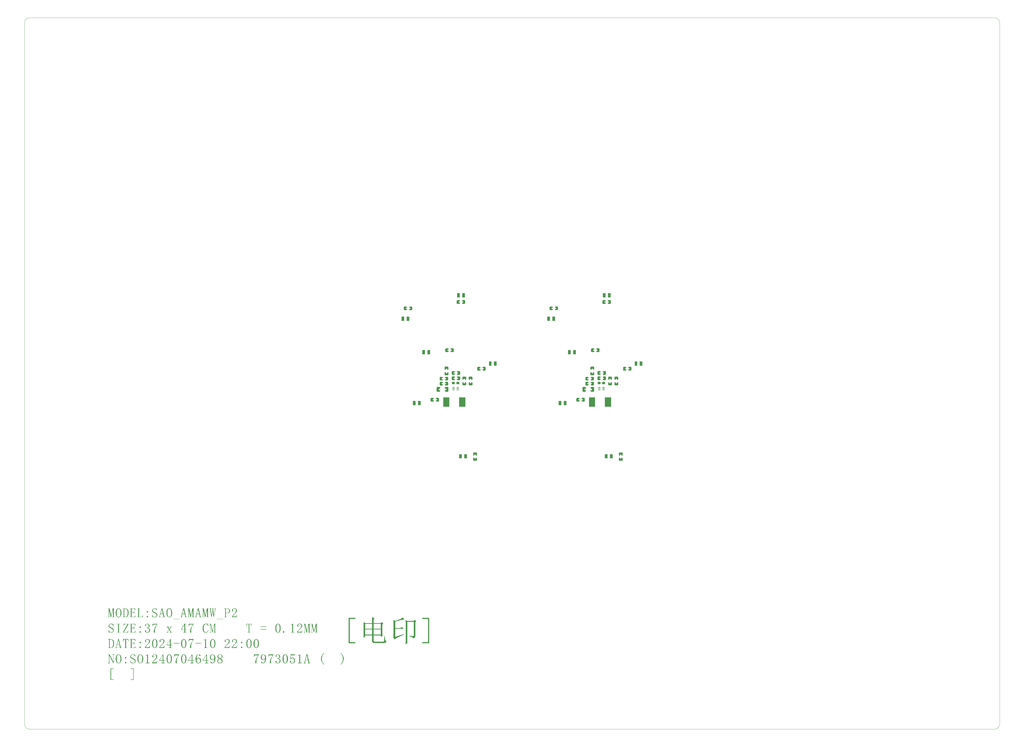
<source format=gbr>
G04 Generated by CircuitCAM Version 4.4*
%FSTAX33Y33*%
%MOMM*%
%ADD10C,0.000000*%
%LNSolderPasteTop_Ready*%
%LPD*%
G36*
G01X056269Y041298D02*
X055269Y041298D01*
X055269Y039728D01*
X056269Y039728D01*
X056269Y041298D01*
G37*
G36*
G01X054349Y041298D02*
X053349Y041298D01*
X053349Y039728D01*
X054349Y039728D01*
X054349Y041298D01*
G37*
G36*
G01X000975Y041298D02*
X-000025Y041298D01*
X-000025Y039728D01*
X000975Y039728D01*
X000975Y041298D01*
G37*
G36*
G01X-000945Y041298D02*
X-001945Y041298D01*
X-001945Y039728D01*
X-000945Y039728D01*
X-000945Y041298D01*
G37*
G36*
G01X056408Y038473D02*
G75*
G03X056208Y038673I-0002J0D01*
G74*
G01*
X055407Y038673D01*
G75*
G03X055207Y038473I0J-0002D01*
G74*
G01*
X055207Y038206D01*
X055607Y038206D01*
X055607Y03774D01*
X055207Y03774D01*
X055207Y037473D01*
G75*
G03X055407Y037273I0002J0D01*
G74*
G01*
X056208Y037273D01*
G75*
G03X056408Y037473I0J0002D01*
G74*
G01*
X056408Y038473D01*
G37*
G36*
G01X054408Y038473D02*
G75*
G03X054208Y038673I-000199J0D01*
G74*
G01*
X053407Y038673D01*
G75*
G03X053207Y038473I000001J-0002D01*
G74*
G01*
X053207Y037473D01*
G75*
G03X053407Y037273I000201J0D01*
G74*
G01*
X054208Y037273D01*
G75*
G03X054408Y037473I000001J0002D01*
G74*
G01*
X054408Y03774D01*
X054008Y03774D01*
X054008Y038206D01*
X054408Y038206D01*
X054408Y038473D01*
G37*
G36*
G01X001115Y038473D02*
G75*
G03X000915Y038673I-0002J0D01*
G74*
G01*
X000114Y038673D01*
G75*
G03X-000086Y038473I0J-0002D01*
G74*
G01*
X-000086Y038206D01*
X000314Y038206D01*
X000314Y03774D01*
X-000086Y03774D01*
X-000086Y037473D01*
G75*
G03X000114Y037273I0002J0D01*
G74*
G01*
X000915Y037273D01*
G75*
G03X001115Y037473I0J0002D01*
G74*
G01*
X001115Y038473D01*
G37*
G36*
G01X-000885Y038473D02*
G75*
G03X-001085Y038673I-0002J0D01*
G74*
G01*
X-001886Y038673D01*
G75*
G03X-002086Y038473I0J-0002D01*
G74*
G01*
X-002086Y037473D01*
G75*
G03X-001886Y037273I0002J0D01*
G74*
G01*
X-001085Y037273D01*
G75*
G03X-000885Y037473I0J0002D01*
G74*
G01*
X-000885Y03774D01*
X-001285Y03774D01*
X-001285Y038206D01*
X-000885Y038206D01*
X-000885Y038473D01*
G37*
G36*
G01X036342Y03606D02*
G75*
G03X036142Y03626I-0002J0D01*
G74*
G01*
X035341Y03626D01*
G75*
G03X035141Y03606I0J-0002D01*
G74*
G01*
X035141Y035793D01*
X035541Y035793D01*
X035541Y035327D01*
X035141Y035327D01*
X035141Y03506D01*
G75*
G03X035341Y03486I0002J0D01*
G74*
G01*
X036142Y03486D01*
G75*
G03X036342Y03506I0J0002D01*
G74*
G01*
X036342Y03606D01*
G37*
G36*
G01X034343Y03606D02*
G75*
G03X034143Y03626I-000199J0D01*
G74*
G01*
X033342Y03626D01*
G75*
G03X033142Y03606I000001J-0002D01*
G74*
G01*
X033142Y03506D01*
G75*
G03X033342Y03486I000201J0D01*
G74*
G01*
X034143Y03486D01*
G75*
G03X034343Y03506I000001J0002D01*
G74*
G01*
X034343Y035327D01*
X033943Y035327D01*
X033943Y035793D01*
X034343Y035793D01*
X034343Y03606D01*
G37*
G36*
G01X-018951Y03606D02*
G75*
G03X-019151Y03626I-0002J0D01*
G74*
G01*
X-019952Y03626D01*
G75*
G03X-020152Y03606I0J-0002D01*
G74*
G01*
X-020152Y035793D01*
X-019752Y035793D01*
X-019752Y035327D01*
X-020152Y035327D01*
X-020152Y03506D01*
G75*
G03X-019952Y03486I000199J0D01*
G74*
G01*
X-019151Y03486D01*
G75*
G03X-018951Y03506I0J0002D01*
G74*
G01*
X-018951Y03606D01*
G37*
G36*
G01X-02095Y03606D02*
G75*
G03X-02115Y03626I-000199J0D01*
G74*
G01*
X-021951Y03626D01*
G75*
G03X-022151Y03606I0J-0002D01*
G74*
G01*
X-022151Y03506D01*
G75*
G03X-021951Y03486I0002J0D01*
G74*
G01*
X-02115Y03486D01*
G75*
G03X-02095Y03506I0J0002D01*
G74*
G01*
X-02095Y035327D01*
X-02135Y035327D01*
X-02135Y035793D01*
X-02095Y035793D01*
X-02095Y03606D01*
G37*
G36*
G01X035187Y032408D02*
X034187Y032408D01*
X034187Y030838D01*
X035187Y030838D01*
X035187Y032408D01*
G37*
G36*
G01X033267Y032408D02*
X032267Y032408D01*
X032267Y030838D01*
X033267Y030838D01*
X033267Y032408D01*
G37*
G36*
G01X-020107Y032408D02*
X-021107Y032408D01*
X-021107Y030838D01*
X-020107Y030838D01*
X-020107Y032408D01*
G37*
G36*
G01X-022027Y032408D02*
X-023027Y032408D01*
X-023027Y030838D01*
X-022027Y030838D01*
X-022027Y032408D01*
G37*
G36*
G01X05209Y020185D02*
G75*
G03X05189Y020385I-0002J0D01*
G74*
G01*
X051089Y020385D01*
G75*
G03X050889Y020185I0J-0002D01*
G74*
G01*
X050889Y019918D01*
X051289Y019918D01*
X051289Y019452D01*
X050889Y019452D01*
X050889Y019185D01*
G75*
G03X051089Y018985I0002J0D01*
G74*
G01*
X05189Y018985D01*
G75*
G03X05209Y019185I0J0002D01*
G74*
G01*
X05209Y020185D01*
G37*
G36*
G01X05009Y020185D02*
G75*
G03X04989Y020385I-000199J0D01*
G74*
G01*
X049089Y020385D01*
G75*
G03X048889Y020185I000001J-0002D01*
G74*
G01*
X048889Y019185D01*
G75*
G03X049089Y018985I000201J0D01*
G74*
G01*
X04989Y018985D01*
G75*
G03X05009Y019185I000001J0002D01*
G74*
G01*
X05009Y019452D01*
X04969Y019452D01*
X04969Y019918D01*
X05009Y019918D01*
X05009Y020185D01*
G37*
G36*
G01X-003203Y020185D02*
G75*
G03X-003403Y020385I-0002J0D01*
G74*
G01*
X-004204Y020385D01*
G75*
G03X-004404Y020185I0J-0002D01*
G74*
G01*
X-004404Y019918D01*
X-004004Y019918D01*
X-004004Y019452D01*
X-004404Y019452D01*
X-004404Y019185D01*
G75*
G03X-004204Y018985I0002J0D01*
G74*
G01*
X-003403Y018985D01*
G75*
G03X-003203Y019185I0J0002D01*
G74*
G01*
X-003203Y020185D01*
G37*
G36*
G01X-005203Y020185D02*
G75*
G03X-005403Y020385I-000199J0D01*
G74*
G01*
X-006204Y020385D01*
G75*
G03X-006404Y020185I0J-0002D01*
G74*
G01*
X-006404Y019185D01*
G75*
G03X-006204Y018985I0002J0D01*
G74*
G01*
X-005403Y018985D01*
G75*
G03X-005203Y019185I0J0002D01*
G74*
G01*
X-005203Y019452D01*
X-005603Y019452D01*
X-005603Y019918D01*
X-005203Y019918D01*
X-005203Y020185D01*
G37*
G36*
G01X-012233Y019708D02*
X-013233Y019708D01*
X-013233Y018138D01*
X-012233Y018138D01*
X-012233Y019708D01*
G37*
G36*
G01X-014153Y019708D02*
X-015153Y019708D01*
X-015153Y018138D01*
X-014153Y018138D01*
X-014153Y019708D01*
G37*
G36*
G01X043061Y019708D02*
X042061Y019708D01*
X042061Y018138D01*
X043061Y018138D01*
X043061Y019708D01*
G37*
G36*
G01X041141Y019708D02*
X040141Y019708D01*
X040141Y018138D01*
X041141Y018138D01*
X041141Y019708D01*
G37*
G36*
G01X068334Y01539D02*
X067334Y01539D01*
X067334Y01382D01*
X068334Y01382D01*
X068334Y01539D01*
G37*
G36*
G01X066414Y01539D02*
X065414Y01539D01*
X065414Y01382D01*
X066414Y01382D01*
X066414Y01539D01*
G37*
G36*
G01X01304Y01539D02*
X01204Y01539D01*
X01204Y01382D01*
X01304Y01382D01*
X01304Y01539D01*
G37*
G36*
G01X01112Y01539D02*
X01012Y01539D01*
X01012Y01382D01*
X01112Y01382D01*
X01112Y01539D01*
G37*
G36*
G01X050072Y013236D02*
G75*
G03X049872Y013436I-0002J0D01*
G74*
G01*
X048822Y013436D01*
G75*
G03X048622Y013236I0J-0002D01*
G74*
G01*
X048622Y01246D01*
G75*
G03X048822Y01226I0002J0D01*
G74*
G01*
X049105Y01226D01*
X049105Y012652D01*
X049589Y012652D01*
X049589Y01226D01*
X049872Y01226D01*
G75*
G03X050072Y01246I0J0002D01*
G74*
G01*
X050072Y013236D01*
G37*
G36*
G01X-005221Y013236D02*
G75*
G03X-005421Y013436I-0002J0D01*
G74*
G01*
X-006471Y013436D01*
G75*
G03X-006671Y013236I0J-0002D01*
G74*
G01*
X-006671Y01246D01*
G75*
G03X-006471Y01226I0002J0D01*
G74*
G01*
X-006188Y01226D01*
X-006188Y012652D01*
X-005704Y012652D01*
X-005704Y01226D01*
X-005421Y01226D01*
G75*
G03X-005221Y01246I0J0002D01*
G74*
G01*
X-005221Y013236D01*
G37*
G36*
G01X008913Y013149D02*
G75*
G03X008713Y013349I-0002J0D01*
G74*
G01*
X007912Y013349D01*
G75*
G03X007712Y013149I0J-0002D01*
G74*
G01*
X007712Y012882D01*
X008112Y012882D01*
X008112Y012416D01*
X007712Y012416D01*
X007712Y012149D01*
G75*
G03X007912Y011949I0002J0D01*
G74*
G01*
X008713Y011949D01*
G75*
G03X008913Y012149I0J0002D01*
G74*
G01*
X008913Y013149D01*
G37*
G36*
G01X006913Y013149D02*
G75*
G03X006713Y013349I-000199J0D01*
G74*
G01*
X005912Y013349D01*
G75*
G03X005712Y013149I0J-0002D01*
G74*
G01*
X005712Y012149D01*
G75*
G03X005912Y011949I0002J0D01*
G74*
G01*
X006713Y011949D01*
G75*
G03X006913Y012149I0J0002D01*
G74*
G01*
X006913Y012416D01*
X006513Y012416D01*
X006513Y012882D01*
X006913Y012882D01*
X006913Y013149D01*
G37*
G36*
G01X064206Y013149D02*
G75*
G03X064006Y013349I-0002J0D01*
G74*
G01*
X063205Y013349D01*
G75*
G03X063005Y013149I0J-0002D01*
G74*
G01*
X063005Y012882D01*
X063405Y012882D01*
X063405Y012416D01*
X063005Y012416D01*
X063005Y012149D01*
G75*
G03X063205Y011949I0002J0D01*
G74*
G01*
X064006Y011949D01*
G75*
G03X064206Y012149I0J0002D01*
G74*
G01*
X064206Y013149D01*
G37*
G36*
G01X062206Y013149D02*
G75*
G03X062006Y013349I-000199J0D01*
G74*
G01*
X061205Y013349D01*
G75*
G03X061005Y013149I000001J-0002D01*
G74*
G01*
X061005Y012149D01*
G75*
G03X061205Y011949I000201J0D01*
G74*
G01*
X062006Y011949D01*
G75*
G03X062206Y012149I000001J0002D01*
G74*
G01*
X062206Y012416D01*
X061806Y012416D01*
X061806Y012882D01*
X062206Y012882D01*
X062206Y013149D01*
G37*
G36*
G01X054503Y011549D02*
G75*
G03X054303Y011749I-0002J0D01*
G74*
G01*
X053502Y011749D01*
G75*
G03X053302Y011549I0J-0002D01*
G74*
G01*
X053302Y011282D01*
X053702Y011282D01*
X053702Y010816D01*
X053302Y010816D01*
X053302Y010549D01*
G75*
G03X053502Y010349I0002J0D01*
G74*
G01*
X054303Y010349D01*
G75*
G03X054503Y010549I0J0002D01*
G74*
G01*
X054503Y011549D01*
G37*
G36*
G01X052504Y011549D02*
G75*
G03X052304Y011749I-000199J0D01*
G74*
G01*
X051503Y011749D01*
G75*
G03X051303Y011549I000001J-0002D01*
G74*
G01*
X051303Y010549D01*
G75*
G03X051503Y010349I000201J0D01*
G74*
G01*
X052304Y010349D01*
G75*
G03X052504Y010549I000001J0002D01*
G74*
G01*
X052504Y010816D01*
X052104Y010816D01*
X052104Y011282D01*
X052504Y011282D01*
X052504Y011549D01*
G37*
G36*
G01X-00079Y011549D02*
G75*
G03X-00099Y011749I-0002J0D01*
G74*
G01*
X-001791Y011749D01*
G75*
G03X-001991Y011549I0J-0002D01*
G74*
G01*
X-001991Y011282D01*
X-001591Y011282D01*
X-001591Y010816D01*
X-001991Y010816D01*
X-001991Y010549D01*
G75*
G03X-001791Y010349I0002J0D01*
G74*
G01*
X-00099Y010349D01*
G75*
G03X-00079Y010549I0J0002D01*
G74*
G01*
X-00079Y011549D01*
G37*
G36*
G01X-002789Y011549D02*
G75*
G03X-002989Y011749I-0002J0D01*
G74*
G01*
X-00379Y011749D01*
G75*
G03X-00399Y011549I0J-0002D01*
G74*
G01*
X-00399Y010549D01*
G75*
G03X-00379Y010349I0002J0D01*
G74*
G01*
X-002989Y010349D01*
G75*
G03X-002789Y010549I0J0002D01*
G74*
G01*
X-002789Y010816D01*
X-003189Y010816D01*
X-003189Y011282D01*
X-002789Y011282D01*
X-002789Y011549D01*
G37*
G36*
G01X-005221Y011162D02*
G75*
G03X-005421Y011362I-0002J0D01*
G74*
G01*
X-005704Y011362D01*
X-005704Y01097D01*
X-006188Y01097D01*
X-006188Y011362D01*
X-006471Y011362D01*
G75*
G03X-006671Y011162I0J-0002D01*
G74*
G01*
X-006671Y010386D01*
G75*
G03X-006471Y010186I0002J0D01*
G74*
G01*
X-005421Y010186D01*
G75*
G03X-005221Y010386I0J0002D01*
G74*
G01*
X-005221Y011162D01*
G37*
G36*
G01X050072Y011162D02*
G75*
G03X049872Y011362I-0002J0D01*
G74*
G01*
X049589Y011362D01*
X049589Y01097D01*
X049105Y01097D01*
X049105Y011362D01*
X048822Y011362D01*
G75*
G03X048622Y011162I0J-0002D01*
G74*
G01*
X048622Y010386D01*
G75*
G03X048822Y010186I0002J0D01*
G74*
G01*
X049872Y010186D01*
G75*
G03X050072Y010386I0J0002D01*
G74*
G01*
X050072Y011162D01*
G37*
G36*
G01X054503Y009517D02*
G75*
G03X054303Y009717I-0002J0D01*
G74*
G01*
X053502Y009717D01*
G75*
G03X053302Y009517I0J-0002D01*
G74*
G01*
X053302Y00925D01*
X053702Y00925D01*
X053702Y008784D01*
X053302Y008784D01*
X053302Y008517D01*
G75*
G03X053502Y008317I0002J0D01*
G74*
G01*
X054303Y008317D01*
G75*
G03X054503Y008517I0J0002D01*
G74*
G01*
X054503Y009517D01*
G37*
G36*
G01X052504Y009517D02*
G75*
G03X052304Y009717I-000199J0D01*
G74*
G01*
X051503Y009717D01*
G75*
G03X051303Y009517I000001J-0002D01*
G74*
G01*
X051303Y008517D01*
G75*
G03X051503Y008317I000201J0D01*
G74*
G01*
X052304Y008317D01*
G75*
G03X052504Y008517I000001J0002D01*
G74*
G01*
X052504Y008784D01*
X052104Y008784D01*
X052104Y00925D01*
X052504Y00925D01*
X052504Y009517D01*
G37*
G36*
G01X-00079Y009517D02*
G75*
G03X-00099Y009717I-0002J0D01*
G74*
G01*
X-001791Y009717D01*
G75*
G03X-001991Y009517I0J-0002D01*
G74*
G01*
X-001991Y00925D01*
X-001591Y00925D01*
X-001591Y008784D01*
X-001991Y008784D01*
X-001991Y008517D01*
G75*
G03X-001791Y008317I0002J0D01*
G74*
G01*
X-00099Y008317D01*
G75*
G03X-00079Y008517I0J0002D01*
G74*
G01*
X-00079Y009517D01*
G37*
G36*
G01X-002789Y009517D02*
G75*
G03X-002989Y009717I-0002J0D01*
G74*
G01*
X-00379Y009717D01*
G75*
G03X-00399Y009517I0J-0002D01*
G74*
G01*
X-00399Y008517D01*
G75*
G03X-00379Y008317I0002J0D01*
G74*
G01*
X-002989Y008317D01*
G75*
G03X-002789Y008517I0J0002D01*
G74*
G01*
X-002789Y008784D01*
X-003189Y008784D01*
X-003189Y00925D01*
X-002789Y00925D01*
X-002789Y009517D01*
G37*
G36*
G01X-005362Y00939D02*
G75*
G03X-005562Y00959I-0002J0D01*
G74*
G01*
X-006363Y00959D01*
G75*
G03X-006563Y00939I0J-0002D01*
G74*
G01*
X-006563Y009123D01*
X-006163Y009123D01*
X-006163Y008657D01*
X-006563Y008657D01*
X-006563Y00839D01*
G75*
G03X-006363Y00819I0002J0D01*
G74*
G01*
X-005562Y00819D01*
G75*
G03X-005362Y00839I0J0002D01*
G74*
G01*
X-005362Y00939D01*
G37*
G36*
G01X-007361Y00939D02*
G75*
G03X-007561Y00959I-000199J0D01*
G74*
G01*
X-008362Y00959D01*
G75*
G03X-008562Y00939I0J-0002D01*
G74*
G01*
X-008562Y00839D01*
G75*
G03X-008362Y00819I0002J0D01*
G74*
G01*
X-007561Y00819D01*
G75*
G03X-007361Y00839I0J0002D01*
G74*
G01*
X-007361Y008657D01*
X-007761Y008657D01*
X-007761Y009123D01*
X-007361Y009123D01*
X-007361Y00939D01*
G37*
G36*
G01X003902Y009426D02*
G75*
G03X003702Y009626I-0002J0D01*
G74*
G01*
X002652Y009626D01*
G75*
G03X002452Y009426I0J-0002D01*
G74*
G01*
X002452Y00865D01*
G75*
G03X002652Y00845I0002J0D01*
G74*
G01*
X002935Y00845D01*
X002935Y008842D01*
X003419Y008842D01*
X003419Y00845D01*
X003702Y00845D01*
G75*
G03X003902Y00865I0J0002D01*
G74*
G01*
X003902Y009426D01*
G37*
G36*
G01X00151Y009426D02*
G75*
G03X00131Y009626I-0002J0D01*
G74*
G01*
X00026Y009626D01*
G75*
G03X00006Y009426I0J-0002D01*
G74*
G01*
X00006Y00865D01*
G75*
G03X00026Y00845I0002J0D01*
G74*
G01*
X000543Y00845D01*
X000543Y008842D01*
X001027Y008842D01*
X001027Y00845D01*
X00131Y00845D01*
G75*
G03X00151Y00865I0J0002D01*
G74*
G01*
X00151Y009426D01*
G37*
G36*
G01X049931Y00939D02*
G75*
G03X049731Y00959I-0002J0D01*
G74*
G01*
X04893Y00959D01*
G75*
G03X04873Y00939I0J-0002D01*
G74*
G01*
X04873Y009123D01*
X04913Y009123D01*
X04913Y008657D01*
X04873Y008657D01*
X04873Y00839D01*
G75*
G03X04893Y00819I0002J0D01*
G74*
G01*
X049731Y00819D01*
G75*
G03X049931Y00839I0J0002D01*
G74*
G01*
X049931Y00939D01*
G37*
G36*
G01X047932Y00939D02*
G75*
G03X047732Y00959I-000199J0D01*
G74*
G01*
X046931Y00959D01*
G75*
G03X046731Y00939I000001J-0002D01*
G74*
G01*
X046731Y00839D01*
G75*
G03X046931Y00819I000201J0D01*
G74*
G01*
X047732Y00819D01*
G75*
G03X047932Y00839I000001J0002D01*
G74*
G01*
X047932Y008657D01*
X047532Y008657D01*
X047532Y009123D01*
X047932Y009123D01*
X047932Y00939D01*
G37*
G36*
G01X059195Y009426D02*
G75*
G03X058995Y009626I-0002J0D01*
G74*
G01*
X057945Y009626D01*
G75*
G03X057745Y009426I0J-0002D01*
G74*
G01*
X057745Y00865D01*
G75*
G03X057945Y00845I0002J0D01*
G74*
G01*
X058228Y00845D01*
X058228Y008842D01*
X058712Y008842D01*
X058712Y00845D01*
X058995Y00845D01*
G75*
G03X059195Y00865I0J0002D01*
G74*
G01*
X059195Y009426D01*
G37*
G36*
G01X056803Y009426D02*
G75*
G03X056603Y009626I-0002J0D01*
G74*
G01*
X055553Y009626D01*
G75*
G03X055353Y009426I0J-0002D01*
G74*
G01*
X055353Y00865D01*
G75*
G03X055553Y00845I0002J0D01*
G74*
G01*
X055836Y00845D01*
X055836Y008842D01*
X05632Y008842D01*
X05632Y00845D01*
X056603Y00845D01*
G75*
G03X056803Y00865I0J0002D01*
G74*
G01*
X056803Y009426D01*
G37*
G36*
G01X053939Y007714D02*
X053339Y007714D01*
X053339Y007713D01*
G75*
G03X053101Y007476I0J-000237D01*
G74*
G01*
X053102Y007475D01*
X053102Y007022D01*
G75*
G03X053101Y007001I000237J-000021D01*
G74*
G01*
G75*
G03X053339Y006763I000238J0D01*
G74*
G01*
G75*
G03X05335Y006764I0J000238D01*
G74*
G01*
X053928Y006764D01*
G75*
G03X053939Y006764I000011J000237D01*
G74*
G01*
G75*
G03X054176Y007001I0J000237D01*
G74*
G01*
X054177Y007001D01*
X054177Y007476D01*
X054176Y007476D01*
G75*
G03X053939Y007713I-000237J0D01*
G74*
G01*
X053939Y007714D01*
G37*
G36*
G01X052214Y007714D02*
X051614Y007714D01*
X051614Y007713D01*
G75*
G03X051376Y007476I0J-000237D01*
G74*
G01*
X051377Y007475D01*
X051377Y007022D01*
G75*
G03X051376Y007001I000237J-000021D01*
G74*
G01*
G75*
G03X051614Y006763I000238J0D01*
G74*
G01*
G75*
G03X051625Y006764I0J000238D01*
G74*
G01*
X052203Y006764D01*
G75*
G03X052214Y006764I000011J000237D01*
G74*
G01*
G75*
G03X052451Y007001I0J000237D01*
G74*
G01*
X052452Y007001D01*
X052452Y007476D01*
X052451Y007476D01*
G75*
G03X052214Y007713I-000237J0D01*
G74*
G01*
X052214Y007714D01*
G37*
G36*
G01X-001354Y007714D02*
X-001954Y007714D01*
X-001954Y007713D01*
G75*
G03X-002192Y007476I0J-000237D01*
G74*
G01*
G75*
G03X-002192Y007469I000238J0D01*
G74*
G01*
X-002191Y007468D01*
X-002191Y007024D01*
G75*
G03X-002192Y007001I000237J-000023D01*
G74*
G01*
G75*
G03X-001954Y006763I000238J0D01*
G74*
G01*
G75*
G03X-001943Y006764I0J000238D01*
G74*
G01*
X-001365Y006764D01*
G75*
G03X-001354Y006764I000011J000237D01*
G74*
G01*
G75*
G03X-001116Y007001I0J000237D01*
G74*
G01*
X-001116Y007476D01*
G75*
G03X-001354Y007713I-000238J0D01*
G74*
G01*
X-001354Y007714D01*
G37*
G36*
G01X-003079Y007714D02*
X-003679Y007714D01*
X-003679Y007713D01*
G75*
G03X-003917Y007476I0J-000237D01*
G74*
G01*
G75*
G03X-003917Y007469I000238J0D01*
G74*
G01*
X-003916Y007468D01*
X-003916Y007024D01*
G75*
G03X-003917Y007002I000237J-000023D01*
G74*
G01*
X-003916Y007001D01*
G75*
G03X-003679Y006764I000237J0D01*
G74*
G01*
G75*
G03X-003668Y006764I0J000237D01*
G74*
G01*
X-00309Y006764D01*
G75*
G03X-003079Y006764I000011J000237D01*
G74*
G01*
G75*
G03X-002841Y007001I0J000237D01*
G74*
G01*
X-002841Y007476D01*
G75*
G03X-003079Y007713I-000238J0D01*
G74*
G01*
X-003079Y007714D01*
G37*
G36*
G01X-005362Y007485D02*
G75*
G03X-005562Y007685I-0002J0D01*
G74*
G01*
X-006363Y007685D01*
G75*
G03X-006563Y007485I0J-0002D01*
G74*
G01*
X-006563Y007218D01*
X-006163Y007218D01*
X-006163Y006752D01*
X-006563Y006752D01*
X-006563Y006485D01*
G75*
G03X-006363Y006285I0002J0D01*
G74*
G01*
X-005562Y006285D01*
G75*
G03X-005362Y006485I0J0002D01*
G74*
G01*
X-005362Y007485D01*
G37*
G36*
G01X-007361Y007485D02*
G75*
G03X-007561Y007685I-000199J0D01*
G74*
G01*
X-008362Y007685D01*
G75*
G03X-008562Y007485I0J-0002D01*
G74*
G01*
X-008562Y006485D01*
G75*
G03X-008362Y006285I0002J0D01*
G74*
G01*
X-007561Y006285D01*
G75*
G03X-007361Y006485I0J0002D01*
G74*
G01*
X-007361Y006752D01*
X-007761Y006752D01*
X-007761Y007218D01*
X-007361Y007218D01*
X-007361Y007485D01*
G37*
G36*
G01X049931Y007485D02*
G75*
G03X049731Y007685I-0002J0D01*
G74*
G01*
X04893Y007685D01*
G75*
G03X04873Y007485I0J-0002D01*
G74*
G01*
X04873Y007218D01*
X04913Y007218D01*
X04913Y006752D01*
X04873Y006752D01*
X04873Y006485D01*
G75*
G03X04893Y006285I0002J0D01*
G74*
G01*
X049731Y006285D01*
G75*
G03X049931Y006485I0J0002D01*
G74*
G01*
X049931Y007485D01*
G37*
G36*
G01X047932Y007485D02*
G75*
G03X047732Y007685I-000199J0D01*
G74*
G01*
X046931Y007685D01*
G75*
G03X046731Y007485I000001J-0002D01*
G74*
G01*
X046731Y006485D01*
G75*
G03X046931Y006285I000201J0D01*
G74*
G01*
X047732Y006285D01*
G75*
G03X047932Y006485I000001J0002D01*
G74*
G01*
X047932Y006752D01*
X047532Y006752D01*
X047532Y007218D01*
X047932Y007218D01*
X047932Y007485D01*
G37*
G36*
G01X003902Y007352D02*
G75*
G03X003702Y007552I-0002J0D01*
G74*
G01*
X003419Y007552D01*
X003419Y00716D01*
X002935Y00716D01*
X002935Y007552D01*
X002652Y007552D01*
G75*
G03X002452Y007352I0J-0002D01*
G74*
G01*
X002452Y006576D01*
G75*
G03X002652Y006376I0002J0D01*
G74*
G01*
X003702Y006376D01*
G75*
G03X003902Y006576I0J0002D01*
G74*
G01*
X003902Y007352D01*
G37*
G36*
G01X00151Y007352D02*
G75*
G03X00131Y007552I-0002J0D01*
G74*
G01*
X001027Y007552D01*
X001027Y00716D01*
X000543Y00716D01*
X000543Y007552D01*
X00026Y007552D01*
G75*
G03X00006Y007352I0J-0002D01*
G74*
G01*
X00006Y006576D01*
G75*
G03X00026Y006376I0002J0D01*
G74*
G01*
X00131Y006376D01*
G75*
G03X00151Y006576I0J0002D01*
G74*
G01*
X00151Y007352D01*
G37*
G36*
G01X059195Y007352D02*
G75*
G03X058995Y007552I-0002J0D01*
G74*
G01*
X058712Y007552D01*
X058712Y00716D01*
X058228Y00716D01*
X058228Y007552D01*
X057945Y007552D01*
G75*
G03X057745Y007352I0J-0002D01*
G74*
G01*
X057745Y006576D01*
G75*
G03X057945Y006376I0002J0D01*
G74*
G01*
X058995Y006376D01*
G75*
G03X059195Y006576I0J0002D01*
G74*
G01*
X059195Y007352D01*
G37*
G36*
G01X056803Y007352D02*
G75*
G03X056603Y007552I-0002J0D01*
G74*
G01*
X05632Y007552D01*
X05632Y00716D01*
X055836Y00716D01*
X055836Y007552D01*
X055553Y007552D01*
G75*
G03X055353Y007352I0J-0002D01*
G74*
G01*
X055353Y006576D01*
G75*
G03X055553Y006376I0002J0D01*
G74*
G01*
X056603Y006376D01*
G75*
G03X056803Y006576I0J0002D01*
G74*
G01*
X056803Y007352D01*
G37*
G36*
G01X050049Y005526D02*
G75*
G03X049849Y005726I-0002J0D01*
G74*
G01*
X048923Y005726D01*
G75*
G03X048723Y005526I0J-0002D01*
G74*
G01*
X048723Y005126D01*
X049165Y005126D01*
X049165Y004526D01*
X048723Y004526D01*
X048723Y004126D01*
G75*
G03X048923Y003926I0002J0D01*
G74*
G01*
X049849Y003926D01*
G75*
G03X050049Y004126I0J0002D01*
G74*
G01*
X050049Y005526D01*
G37*
G36*
G01X046924Y005526D02*
G75*
G03X046724Y005726I-0002J0D01*
G74*
G01*
X045798Y005726D01*
G75*
G03X045598Y005526I0J-0002D01*
G74*
G01*
X045598Y004126D01*
G75*
G03X045798Y003926I0002J0D01*
G74*
G01*
X046724Y003926D01*
G75*
G03X046924Y004126I0J0002D01*
G74*
G01*
X046924Y004526D01*
X046482Y004526D01*
X046482Y005126D01*
X046924Y005126D01*
X046924Y005526D01*
G37*
G36*
G01X-005244Y005526D02*
G75*
G03X-005444Y005726I-0002J0D01*
G74*
G01*
X-00637Y005726D01*
G75*
G03X-00657Y005526I0J-0002D01*
G74*
G01*
X-00657Y005126D01*
X-006128Y005126D01*
X-006128Y004526D01*
X-00657Y004526D01*
X-00657Y004126D01*
G75*
G03X-00637Y003926I0002J0D01*
G74*
G01*
X-005444Y003926D01*
G75*
G03X-005244Y004126I0J0002D01*
G74*
G01*
X-005244Y005526D01*
G37*
G36*
G01X-008369Y005526D02*
G75*
G03X-008569Y005726I-0002J0D01*
G74*
G01*
X-009495Y005726D01*
G75*
G03X-009695Y005526I0J-0002D01*
G74*
G01*
X-009695Y004126D01*
G75*
G03X-009495Y003926I0002J0D01*
G74*
G01*
X-008569Y003926D01*
G75*
G03X-008369Y004126I0J0002D01*
G74*
G01*
X-008369Y004526D01*
X-008811Y004526D01*
X-008811Y005126D01*
X-008369Y005126D01*
X-008369Y005526D01*
G37*
G36*
G01X-001297Y0057D02*
X-002117Y0057D01*
X-002117Y00546D01*
X-001297Y00546D01*
X-001297Y0057D01*
G37*
G36*
G01X-002917Y0057D02*
X-003737Y0057D01*
X-003737Y00546D01*
X-002917Y00546D01*
X-002917Y0057D01*
G37*
G36*
G01X-001297Y0052D02*
X-002117Y0052D01*
X-002117Y00496D01*
X-001297Y00496D01*
X-001297Y0052D01*
G37*
G36*
G01X-002917Y0052D02*
X-003737Y0052D01*
X-003737Y00496D01*
X-002917Y00496D01*
X-002917Y0052D01*
G37*
G36*
G01X-001297Y0047D02*
X-002117Y0047D01*
X-002117Y00446D01*
X-001297Y00446D01*
X-001297Y0047D01*
G37*
G36*
G01X-002917Y0047D02*
X-003737Y0047D01*
X-003737Y00446D01*
X-002917Y00446D01*
X-002917Y0047D01*
G37*
G36*
G01X053996Y0057D02*
X053176Y0057D01*
X053176Y00546D01*
X053996Y00546D01*
X053996Y0057D01*
G37*
G36*
G01X052376Y0057D02*
X051556Y0057D01*
X051556Y00546D01*
X052376Y00546D01*
X052376Y0057D01*
G37*
G36*
G01X053996Y0052D02*
X053176Y0052D01*
X053176Y00496D01*
X053996Y00496D01*
X053996Y0052D01*
G37*
G36*
G01X052376Y0052D02*
X051556Y0052D01*
X051556Y00496D01*
X052376Y00496D01*
X052376Y0052D01*
G37*
G36*
G01X053996Y0047D02*
X053176Y0047D01*
X053176Y00446D01*
X053996Y00446D01*
X053996Y0047D01*
G37*
G36*
G01X052376Y0047D02*
X051556Y0047D01*
X051556Y00446D01*
X052376Y00446D01*
X052376Y0047D01*
G37*
G36*
G01X056469Y00175D02*
X054119Y00175D01*
X054119Y-00175D01*
X056469Y-00175D01*
X056469Y00175D01*
G37*
G36*
G01X050419Y00175D02*
X048069Y00175D01*
X048069Y-00175D01*
X050419Y-00175D01*
X050419Y00175D01*
G37*
G36*
G01X001175Y00175D02*
X-001175Y00175D01*
X-001175Y-00175D01*
X001175Y-00175D01*
X001175Y00175D01*
G37*
G36*
G01X-004875Y00175D02*
X-007225Y00175D01*
X-007225Y-00175D01*
X-004875Y-00175D01*
X-004875Y00175D01*
G37*
G36*
G01X-008791Y001389D02*
G75*
G03X-008991Y001589I-0002J0D01*
G74*
G01*
X-009792Y001589D01*
G75*
G03X-009992Y001389I0J-0002D01*
G74*
G01*
X-009992Y001122D01*
X-009592Y001122D01*
X-009592Y000656D01*
X-009992Y000656D01*
X-009992Y000389D01*
G75*
G03X-009792Y000189I0002J0D01*
G74*
G01*
X-008991Y000189D01*
G75*
G03X-008791Y000389I0J0002D01*
G74*
G01*
X-008791Y001389D01*
G37*
G36*
G01X-01079Y001389D02*
G75*
G03X-01099Y001589I-000199J0D01*
G74*
G01*
X-011791Y001589D01*
G75*
G03X-011991Y001389I0J-0002D01*
G74*
G01*
X-011991Y000389D01*
G75*
G03X-011791Y000189I0002J0D01*
G74*
G01*
X-01099Y000189D01*
G75*
G03X-01079Y000389I0J0002D01*
G74*
G01*
X-01079Y000656D01*
X-01119Y000656D01*
X-01119Y001122D01*
X-01079Y001122D01*
X-01079Y001389D01*
G37*
G36*
G01X-015789Y000404D02*
X-016789Y000404D01*
X-016789Y-001166D01*
X-015789Y-001166D01*
X-015789Y000404D01*
G37*
G36*
G01X-017709Y000404D02*
X-018709Y000404D01*
X-018709Y-001166D01*
X-017709Y-001166D01*
X-017709Y000404D01*
G37*
G36*
G01X046502Y001389D02*
G75*
G03X046302Y001589I-0002J0D01*
G74*
G01*
X045501Y001589D01*
G75*
G03X045301Y001389I0J-0002D01*
G74*
G01*
X045301Y001122D01*
X045701Y001122D01*
X045701Y000656D01*
X045301Y000656D01*
X045301Y000389D01*
G75*
G03X045501Y000189I0002J0D01*
G74*
G01*
X046302Y000189D01*
G75*
G03X046502Y000389I0J0002D01*
G74*
G01*
X046502Y001389D01*
G37*
G36*
G01X044503Y001389D02*
G75*
G03X044303Y001589I-000199J0D01*
G74*
G01*
X043502Y001589D01*
G75*
G03X043302Y001389I000001J-0002D01*
G74*
G01*
X043302Y000389D01*
G75*
G03X043502Y000189I000201J0D01*
G74*
G01*
X044303Y000189D01*
G75*
G03X044503Y000389I000001J0002D01*
G74*
G01*
X044503Y000656D01*
X044103Y000656D01*
X044103Y001122D01*
X044503Y001122D01*
X044503Y001389D01*
G37*
G36*
G01X039505Y000404D02*
X038505Y000404D01*
X038505Y-001166D01*
X039505Y-001166D01*
X039505Y000404D01*
G37*
G36*
G01X037585Y000404D02*
X036585Y000404D01*
X036585Y-001166D01*
X037585Y-001166D01*
X037585Y000404D01*
G37*
G36*
G01X060842Y-019301D02*
G75*
G03X060642Y-0191I-0002J0D01*
G74*
G01*
X059642Y-0191D01*
G75*
G03X059442Y-019301I0J-000201D01*
G74*
G01*
X059442Y-020102D01*
G75*
G03X059642Y-020302I0002J0D01*
G74*
G01*
X059909Y-020302D01*
X059909Y-019901D01*
X060375Y-019901D01*
X060375Y-020302D01*
X060642Y-020302D01*
G75*
G03X060842Y-020102I0J0002D01*
G74*
G01*
X060842Y-019301D01*
G37*
G36*
G01X005549Y-019301D02*
G75*
G03X005349Y-0191I-0002J0D01*
G74*
G01*
X004349Y-0191D01*
G75*
G03X004149Y-019301I0J-000201D01*
G74*
G01*
X004149Y-020102D01*
G75*
G03X004349Y-020302I0002J0D01*
G74*
G01*
X004616Y-020302D01*
X004616Y-019901D01*
X005082Y-019901D01*
X005082Y-020302D01*
X005349Y-020302D01*
G75*
G03X005549Y-020102I0J0002D01*
G74*
G01*
X005549Y-019301D01*
G37*
G36*
G01X001737Y-019789D02*
X000737Y-019789D01*
X000737Y-021359D01*
X001737Y-021359D01*
X001737Y-019789D01*
G37*
G36*
G01X-000183Y-019789D02*
X-001183Y-019789D01*
X-001183Y-021359D01*
X-000183Y-021359D01*
X-000183Y-019789D01*
G37*
G36*
G01X057031Y-019789D02*
X056031Y-019789D01*
X056031Y-021359D01*
X057031Y-021359D01*
X057031Y-019789D01*
G37*
G36*
G01X055111Y-019789D02*
X054111Y-019789D01*
X054111Y-021359D01*
X055111Y-021359D01*
X055111Y-019789D01*
G37*
G36*
G01X005549Y-0213D02*
G75*
G03X005349Y-0211I-0002J0D01*
G74*
G01*
X005082Y-0211D01*
X005082Y-0215D01*
X004616Y-0215D01*
X004616Y-0211D01*
X004349Y-0211D01*
G75*
G03X004149Y-0213I0J-0002D01*
G74*
G01*
X004149Y-022101D01*
G75*
G03X004349Y-0223I0002J0D01*
G74*
G01*
X005349Y-0223D01*
G75*
G03X005549Y-022101I0J000199D01*
G74*
G01*
X005549Y-0213D01*
G37*
G36*
G01X060842Y-0213D02*
G75*
G03X060642Y-0211I-0002J0D01*
G74*
G01*
X060375Y-0211D01*
X060375Y-0215D01*
X059909Y-0215D01*
X059909Y-0211D01*
X059642Y-0211D01*
G75*
G03X059442Y-0213I0J-0002D01*
G74*
G01*
X059442Y-022101D01*
G75*
G03X059642Y-0223I0002J0D01*
G74*
G01*
X060642Y-0223D01*
G75*
G03X060842Y-022101I0J000199D01*
G74*
G01*
X060842Y-0213D01*
G37*
%LNTextBottom*%
%LPD*%
G36*
G01X-129277Y-080176D02*
X-12927Y-079954D01*
X-129276Y-079755D01*
X-129295Y-079564D01*
X-129325Y-079382D01*
X-129368Y-079209D01*
X-129423Y-079045D01*
X-129491Y-078889D01*
X-12957Y-078741D01*
X-129657Y-078612D01*
X-129753Y-078503D01*
X-129858Y-078413D01*
X-129972Y-078344D01*
X-130096Y-078294D01*
X-130228Y-078264D01*
X-13037Y-078254D01*
X-130506Y-078263D01*
X-130633Y-078292D01*
X-130754Y-078339D01*
X-130866Y-078405D01*
X-130971Y-07849D01*
X-131068Y-078594D01*
X-131158Y-078716D01*
X-131237Y-078858D01*
X-131305Y-079011D01*
X-13136Y-079176D01*
X-131403Y-079353D01*
X-131433Y-079542D01*
X-131452Y-079742D01*
X-131458Y-079954D01*
X-131451Y-080169D01*
X-131432Y-080372D01*
X-1314Y-080563D01*
X-131356Y-080742D01*
X-131298Y-080908D01*
X-131228Y-081062D01*
X-131145Y-081204D01*
X-13105Y-08133D01*
X-130949Y-081437D01*
X-130844Y-081524D01*
X-130733Y-081592D01*
X-130617Y-08164D01*
X-130496Y-081669D01*
X-13037Y-081679D01*
X-130238Y-08167D01*
X-130112Y-081641D01*
X-129993Y-081594D01*
X-12988Y-081528D01*
X-129774Y-081443D01*
X-129675Y-081339D01*
X-129583Y-081216D01*
X-1295Y-081077D01*
X-12943Y-080925D01*
X-129372Y-080758D01*
X-129328Y-080578D01*
X-129296Y-080384D01*
X-129277Y-080176D01*
G37*
%LPC*%
G36*
G01X-131083Y-079954D02*
X-131079Y-080184D01*
X-131066Y-080396D01*
X-131046Y-080589D01*
X-131017Y-080764D01*
X-130981Y-080921D01*
X-130936Y-081059D01*
X-130883Y-081179D01*
X-130823Y-081282D01*
X-130759Y-081369D01*
X-130691Y-08144D01*
X-130617Y-081495D01*
X-13054Y-081535D01*
X-130457Y-081559D01*
X-13037Y-081566D01*
X-13028Y-081559D01*
X-130195Y-081536D01*
X-130115Y-081498D01*
X-13004Y-081444D01*
X-12997Y-081375D01*
X-129905Y-081291D01*
X-129845Y-081191D01*
X-129792Y-081077D01*
X-129747Y-080942D01*
X-12971Y-080787D01*
X-129682Y-08061D01*
X-129661Y-080412D01*
X-129649Y-080194D01*
X-129645Y-079954D01*
X-129649Y-079756D01*
X-129659Y-07957D01*
X-129677Y-079396D01*
X-129702Y-079234D01*
X-129734Y-079083D01*
X-129774Y-078944D01*
X-12982Y-078816D01*
X-129871Y-078704D01*
X-129931Y-078608D01*
X-130001Y-07853D01*
X-130079Y-07847D01*
X-130167Y-078426D01*
X-130264Y-0784D01*
X-13037Y-078391D01*
X-13046Y-078399D01*
X-130546Y-078423D01*
X-130626Y-078463D01*
X-130701Y-078518D01*
X-130771Y-078589D01*
X-130835Y-078676D01*
X-130895Y-078779D01*
X-130945Y-078898D01*
X-130987Y-079033D01*
X-131021Y-079185D01*
X-131048Y-079352D01*
X-131067Y-079537D01*
X-131079Y-079737D01*
X-131083Y-079954D01*
G37*
%LPD*%
G36*
G01X-128471Y-078546D02*
X-12847Y-078566D01*
X-12847Y-081366D01*
X-128471Y-081387D01*
X-128474Y-081406D01*
X-128479Y-081424D01*
X-128486Y-08144D01*
X-128496Y-081454D01*
X-128507Y-081467D01*
X-12852Y-081479D01*
X-128532Y-081492D01*
X-128547Y-081503D01*
X-128564Y-081513D01*
X-128583Y-08152D01*
X-128606Y-081525D01*
X-12863Y-081528D01*
X-128658Y-081529D01*
X-128783Y-081529D01*
X-128783Y-081641D01*
X-127945Y-081641D01*
X-127759Y-081633D01*
X-127586Y-081607D01*
X-127426Y-081563D01*
X-12728Y-081503D01*
X-127147Y-081425D01*
X-127027Y-081329D01*
X-12692Y-081216D01*
X-126824Y-081086D01*
X-126743Y-080936D01*
X-126676Y-080767D01*
X-126624Y-08058D01*
X-126587Y-080373D01*
X-126565Y-080148D01*
X-126558Y-079904D01*
X-126565Y-079677D01*
X-126587Y-079468D01*
X-126624Y-079277D01*
X-126676Y-079104D01*
X-126743Y-078949D01*
X-126824Y-078811D01*
X-12692Y-078691D01*
X-127029Y-078589D01*
X-127147Y-078502D01*
X-127274Y-07843D01*
X-127412Y-078375D01*
X-127559Y-078336D01*
X-127716Y-078312D01*
X-127883Y-078304D01*
X-128758Y-078304D01*
X-128758Y-078416D01*
X-128645Y-078416D01*
X-128621Y-078417D01*
X-128599Y-07842D01*
X-128579Y-078423D01*
X-128561Y-078429D01*
X-128546Y-078436D01*
X-128532Y-078444D01*
X-12852Y-078454D01*
X-128507Y-078465D01*
X-128496Y-078478D01*
X-128486Y-078493D01*
X-128479Y-078509D01*
X-128474Y-078527D01*
X-128471Y-078546D01*
G37*
%LPC*%
G36*
G01X-126933Y-079941D02*
X-126938Y-079709D01*
X-126954Y-079498D01*
X-126981Y-079307D01*
X-127018Y-079137D01*
X-127067Y-078989D01*
X-127126Y-078861D01*
X-127195Y-078754D01*
X-127271Y-078664D01*
X-127354Y-078589D01*
X-127446Y-078527D01*
X-127546Y-078478D01*
X-127654Y-078444D01*
X-127771Y-078423D01*
X-127895Y-078416D01*
X-127933Y-078417D01*
X-127968Y-07842D01*
X-127999Y-078423D01*
X-128028Y-078429D01*
X-128053Y-078436D01*
X-128076Y-078444D01*
X-128095Y-078454D01*
X-128112Y-078465D01*
X-128126Y-078478D01*
X-128137Y-078493D01*
X-128146Y-078509D01*
X-128153Y-078527D01*
X-128156Y-078546D01*
X-128158Y-078566D01*
X-128158Y-081366D01*
X-128157Y-081387D01*
X-128154Y-081406D01*
X-128148Y-081424D01*
X-128141Y-08144D01*
X-128132Y-081454D01*
X-128121Y-081467D01*
X-128108Y-081479D01*
X-128089Y-081492D01*
X-128069Y-081503D01*
X-128047Y-081513D01*
X-128024Y-08152D01*
X-127999Y-081525D01*
X-127973Y-081528D01*
X-127945Y-081529D01*
X-127827Y-081522D01*
X-127714Y-081502D01*
X-127606Y-081469D01*
X-127504Y-081423D01*
X-127408Y-081363D01*
X-127318Y-08129D01*
X-127233Y-081204D01*
X-127153Y-081099D01*
X-127086Y-080968D01*
X-127031Y-080813D01*
X-126988Y-080633D01*
X-126957Y-080427D01*
X-126939Y-080197D01*
X-126933Y-079941D01*
G37*
%LPD*%
G36*
G01X-114433Y-080391D02*
X-113558Y-080391D01*
X-113358Y-081254D01*
X-113354Y-081269D01*
X-113352Y-081286D01*
X-113349Y-081304D01*
X-113347Y-081323D01*
X-113346Y-081345D01*
X-113345Y-081367D01*
X-113345Y-081391D01*
X-113345Y-081402D01*
X-113346Y-081414D01*
X-113347Y-081426D01*
X-113349Y-081438D01*
X-113352Y-081451D01*
X-113354Y-081465D01*
X-113358Y-081479D01*
X-113367Y-081492D01*
X-113379Y-081503D01*
X-113395Y-081513D01*
X-113415Y-08152D01*
X-113438Y-081525D01*
X-113465Y-081528D01*
X-113495Y-081529D01*
X-113583Y-081529D01*
X-113583Y-081641D01*
X-112733Y-081641D01*
X-112733Y-081529D01*
X-112795Y-081529D01*
X-112816Y-081528D01*
X-112837Y-081525D01*
X-112857Y-08152D01*
X-112877Y-081513D01*
X-112896Y-081503D01*
X-112915Y-081492D01*
X-112933Y-081479D01*
X-11295Y-081463D01*
X-112966Y-081444D01*
X-112982Y-081422D01*
X-112996Y-081397D01*
X-113009Y-081369D01*
X-113021Y-081338D01*
X-113033Y-081304D01*
X-11377Y-078216D01*
X-11407Y-078316D01*
X-114833Y-081304D01*
X-114837Y-081338D01*
X-114844Y-081369D01*
X-114853Y-081397D01*
X-114863Y-081422D01*
X-114876Y-081444D01*
X-114891Y-081463D01*
X-114908Y-081479D01*
X-114926Y-081492D01*
X-114944Y-081503D01*
X-114964Y-081513D01*
X-114983Y-08152D01*
X-115003Y-081525D01*
X-115024Y-081528D01*
X-115045Y-081529D01*
X-115095Y-081529D01*
X-115095Y-081641D01*
X-114383Y-081641D01*
X-114383Y-081529D01*
X-114433Y-081529D01*
X-11447Y-081527D01*
X-114503Y-081522D01*
X-114532Y-081513D01*
X-114557Y-0815D01*
X-114578Y-081484D01*
X-114595Y-081465D01*
X-114608Y-081441D01*
X-114614Y-08142D01*
X-11462Y-081399D01*
X-114625Y-081377D01*
X-114628Y-081356D01*
X-114631Y-081334D01*
X-114632Y-081313D01*
X-114633Y-081291D01*
X-114632Y-081273D01*
X-114631Y-081253D01*
X-114628Y-081231D01*
X-114625Y-081208D01*
X-11462Y-081183D01*
X-114614Y-081157D01*
X-114608Y-081129D01*
X-114433Y-080391D01*
G37*
%LPC*%
G36*
G01X-11397Y-078641D02*
X-113983Y-078641D01*
X-114395Y-080279D01*
X-113583Y-080279D01*
X-11397Y-078641D01*
G37*
%LPD*%
G36*
G01X-110027Y-080176D02*
X-11002Y-079954D01*
X-110026Y-079755D01*
X-110045Y-079564D01*
X-110075Y-079382D01*
X-110118Y-079209D01*
X-110173Y-079045D01*
X-110241Y-078889D01*
X-11032Y-078741D01*
X-110407Y-078612D01*
X-110503Y-078503D01*
X-110608Y-078413D01*
X-110722Y-078344D01*
X-110846Y-078294D01*
X-110978Y-078264D01*
X-11112Y-078254D01*
X-111256Y-078263D01*
X-111383Y-078292D01*
X-111504Y-078339D01*
X-111616Y-078405D01*
X-111721Y-07849D01*
X-111818Y-078594D01*
X-111908Y-078716D01*
X-111987Y-078858D01*
X-112055Y-079011D01*
X-11211Y-079176D01*
X-112153Y-079353D01*
X-112183Y-079542D01*
X-112202Y-079742D01*
X-112208Y-079954D01*
X-112201Y-080169D01*
X-112182Y-080372D01*
X-11215Y-080563D01*
X-112106Y-080742D01*
X-112048Y-080908D01*
X-111978Y-081062D01*
X-111895Y-081204D01*
X-1118Y-08133D01*
X-111699Y-081437D01*
X-111594Y-081524D01*
X-111483Y-081592D01*
X-111367Y-08164D01*
X-111246Y-081669D01*
X-11112Y-081679D01*
X-110988Y-08167D01*
X-110862Y-081641D01*
X-110743Y-081594D01*
X-11063Y-081528D01*
X-110524Y-081443D01*
X-110425Y-081339D01*
X-110333Y-081216D01*
X-11025Y-081077D01*
X-11018Y-080925D01*
X-110122Y-080758D01*
X-110078Y-080578D01*
X-110046Y-080384D01*
X-110027Y-080176D01*
G37*
%LPC*%
G36*
G01X-111833Y-079954D02*
X-111829Y-080184D01*
X-111816Y-080396D01*
X-111796Y-080589D01*
X-111767Y-080764D01*
X-111731Y-080921D01*
X-111686Y-081059D01*
X-111633Y-081179D01*
X-111573Y-081282D01*
X-111509Y-081369D01*
X-111441Y-08144D01*
X-111367Y-081495D01*
X-11129Y-081535D01*
X-111207Y-081559D01*
X-11112Y-081566D01*
X-11103Y-081559D01*
X-110945Y-081536D01*
X-110865Y-081498D01*
X-11079Y-081444D01*
X-11072Y-081375D01*
X-110655Y-081291D01*
X-110595Y-081191D01*
X-110542Y-081077D01*
X-110497Y-080942D01*
X-11046Y-080787D01*
X-110432Y-08061D01*
X-110411Y-080412D01*
X-110399Y-080194D01*
X-110395Y-079954D01*
X-110399Y-079756D01*
X-110409Y-07957D01*
X-110427Y-079396D01*
X-110452Y-079234D01*
X-110484Y-079083D01*
X-110524Y-078944D01*
X-11057Y-078816D01*
X-110621Y-078704D01*
X-110681Y-078608D01*
X-110751Y-07853D01*
X-110829Y-07847D01*
X-110917Y-078426D01*
X-111014Y-0784D01*
X-11112Y-078391D01*
X-11121Y-078399D01*
X-111296Y-078423D01*
X-111376Y-078463D01*
X-111451Y-078518D01*
X-111521Y-078589D01*
X-111585Y-078676D01*
X-111645Y-078779D01*
X-111695Y-078898D01*
X-111737Y-079033D01*
X-111771Y-079185D01*
X-111798Y-079352D01*
X-111817Y-079537D01*
X-111829Y-079737D01*
X-111833Y-079954D01*
G37*
%LPD*%
G36*
G01X-106183Y-080391D02*
X-105308Y-080391D01*
X-105108Y-081254D01*
X-105104Y-081269D01*
X-105102Y-081286D01*
X-105099Y-081304D01*
X-105097Y-081323D01*
X-105096Y-081345D01*
X-105095Y-081367D01*
X-105095Y-081391D01*
X-105095Y-081402D01*
X-105096Y-081414D01*
X-105097Y-081426D01*
X-105099Y-081438D01*
X-105102Y-081451D01*
X-105104Y-081465D01*
X-105108Y-081479D01*
X-105117Y-081492D01*
X-105129Y-081503D01*
X-105145Y-081513D01*
X-105165Y-08152D01*
X-105188Y-081525D01*
X-105215Y-081528D01*
X-105245Y-081529D01*
X-105333Y-081529D01*
X-105333Y-081641D01*
X-104483Y-081641D01*
X-104483Y-081529D01*
X-104545Y-081529D01*
X-104566Y-081528D01*
X-104587Y-081525D01*
X-104607Y-08152D01*
X-104627Y-081513D01*
X-104646Y-081503D01*
X-104665Y-081492D01*
X-104683Y-081479D01*
X-1047Y-081463D01*
X-104716Y-081444D01*
X-104732Y-081422D01*
X-104746Y-081397D01*
X-104759Y-081369D01*
X-104771Y-081338D01*
X-104783Y-081304D01*
X-10552Y-078216D01*
X-10582Y-078316D01*
X-106583Y-081304D01*
X-106587Y-081338D01*
X-106594Y-081369D01*
X-106603Y-081397D01*
X-106613Y-081422D01*
X-106626Y-081444D01*
X-106641Y-081463D01*
X-106658Y-081479D01*
X-106676Y-081492D01*
X-106694Y-081503D01*
X-106714Y-081513D01*
X-106733Y-08152D01*
X-106753Y-081525D01*
X-106774Y-081528D01*
X-106795Y-081529D01*
X-106845Y-081529D01*
X-106845Y-081641D01*
X-106133Y-081641D01*
X-106133Y-081529D01*
X-106183Y-081529D01*
X-10622Y-081527D01*
X-106253Y-081522D01*
X-106282Y-081513D01*
X-106307Y-0815D01*
X-106328Y-081484D01*
X-106345Y-081465D01*
X-106358Y-081441D01*
X-106364Y-08142D01*
X-10637Y-081399D01*
X-106374Y-081377D01*
X-106378Y-081356D01*
X-106381Y-081334D01*
X-106382Y-081313D01*
X-106383Y-081291D01*
X-106382Y-081273D01*
X-106381Y-081253D01*
X-106378Y-081231D01*
X-106374Y-081208D01*
X-10637Y-081183D01*
X-106364Y-081157D01*
X-106358Y-081129D01*
X-106183Y-080391D01*
G37*
%LPC*%
G36*
G01X-10572Y-078641D02*
X-105733Y-078641D01*
X-106145Y-080279D01*
X-105333Y-080279D01*
X-10572Y-078641D01*
G37*
%LPD*%
G36*
G01X-100683Y-080391D02*
X-099808Y-080391D01*
X-099608Y-081254D01*
X-099604Y-081269D01*
X-099602Y-081286D01*
X-099599Y-081304D01*
X-099597Y-081323D01*
X-099596Y-081345D01*
X-099595Y-081367D01*
X-099595Y-081391D01*
X-099595Y-081402D01*
X-099596Y-081414D01*
X-099597Y-081426D01*
X-099599Y-081438D01*
X-099602Y-081451D01*
X-099604Y-081465D01*
X-099608Y-081479D01*
X-099617Y-081492D01*
X-099629Y-081503D01*
X-099645Y-081513D01*
X-099665Y-08152D01*
X-099688Y-081525D01*
X-099715Y-081528D01*
X-099745Y-081529D01*
X-099833Y-081529D01*
X-099833Y-081641D01*
X-098983Y-081641D01*
X-098983Y-081529D01*
X-099045Y-081529D01*
X-099066Y-081528D01*
X-099087Y-081525D01*
X-099107Y-08152D01*
X-099127Y-081513D01*
X-099146Y-081503D01*
X-099165Y-081492D01*
X-099183Y-081479D01*
X-0992Y-081463D01*
X-099216Y-081444D01*
X-099232Y-081422D01*
X-099246Y-081397D01*
X-099259Y-081369D01*
X-099271Y-081338D01*
X-099283Y-081304D01*
X-10002Y-078216D01*
X-10032Y-078316D01*
X-101083Y-081304D01*
X-101087Y-081338D01*
X-101094Y-081369D01*
X-101103Y-081397D01*
X-101113Y-081422D01*
X-101126Y-081444D01*
X-101141Y-081463D01*
X-101158Y-081479D01*
X-101176Y-081492D01*
X-101194Y-081503D01*
X-101214Y-081513D01*
X-101233Y-08152D01*
X-101253Y-081525D01*
X-101274Y-081528D01*
X-101295Y-081529D01*
X-101345Y-081529D01*
X-101345Y-081641D01*
X-100633Y-081641D01*
X-100633Y-081529D01*
X-100683Y-081529D01*
X-10072Y-081527D01*
X-100753Y-081522D01*
X-100782Y-081513D01*
X-100807Y-0815D01*
X-100828Y-081484D01*
X-100845Y-081465D01*
X-100858Y-081441D01*
X-100864Y-08142D01*
X-10087Y-081399D01*
X-100874Y-081377D01*
X-100878Y-081356D01*
X-100881Y-081334D01*
X-100882Y-081313D01*
X-100883Y-081291D01*
X-100882Y-081273D01*
X-100881Y-081253D01*
X-100878Y-081231D01*
X-100874Y-081208D01*
X-10087Y-081183D01*
X-100864Y-081157D01*
X-100858Y-081129D01*
X-100683Y-080391D01*
G37*
%LPC*%
G36*
G01X-10022Y-078641D02*
X-100233Y-078641D01*
X-100645Y-080279D01*
X-099833Y-080279D01*
X-10022Y-078641D01*
G37*
%LPD*%
G36*
G01X-089645Y-081366D02*
X-089645Y-080079D01*
X-089045Y-080079D01*
X-088936Y-080074D01*
X-088832Y-08006D01*
X-088731Y-080035D01*
X-088635Y-080001D01*
X-088543Y-079958D01*
X-088454Y-079904D01*
X-08837Y-079841D01*
X-088294Y-079769D01*
X-088229Y-079688D01*
X-088177Y-079599D01*
X-088135Y-079501D01*
X-088106Y-079394D01*
X-088089Y-079278D01*
X-088083Y-079154D01*
X-088088Y-079053D01*
X-088105Y-078956D01*
X-088133Y-078864D01*
X-088172Y-078776D01*
X-088223Y-078694D01*
X-088285Y-078615D01*
X-088358Y-078541D01*
X-088437Y-078478D01*
X-088526Y-078425D01*
X-088624Y-078382D01*
X-088731Y-078348D01*
X-088847Y-078323D01*
X-088973Y-078309D01*
X-089108Y-078304D01*
X-090258Y-078304D01*
X-090258Y-078416D01*
X-090145Y-078416D01*
X-090118Y-078417D01*
X-090093Y-07842D01*
X-090071Y-078423D01*
X-090051Y-078429D01*
X-090034Y-078436D01*
X-09002Y-078444D01*
X-090008Y-078454D01*
X-089994Y-078465D01*
X-089983Y-078478D01*
X-089974Y-078493D01*
X-089967Y-078509D01*
X-089962Y-078527D01*
X-089959Y-078546D01*
X-089958Y-078566D01*
X-089958Y-081366D01*
X-089959Y-081387D01*
X-089962Y-081406D01*
X-089967Y-081424D01*
X-089974Y-08144D01*
X-089983Y-081454D01*
X-089994Y-081467D01*
X-090008Y-081479D01*
X-09002Y-081492D01*
X-090034Y-081503D01*
X-090051Y-081513D01*
X-090071Y-08152D01*
X-090093Y-081525D01*
X-090118Y-081528D01*
X-090145Y-081529D01*
X-09027Y-081529D01*
X-09027Y-081641D01*
X-089333Y-081641D01*
X-089333Y-081529D01*
X-08947Y-081529D01*
X-089494Y-081528D01*
X-089517Y-081525D01*
X-089538Y-08152D01*
X-089558Y-081513D01*
X-089576Y-081503D01*
X-089593Y-081492D01*
X-089608Y-081479D01*
X-089618Y-081467D01*
X-089626Y-081454D01*
X-089633Y-08144D01*
X-089638Y-081424D01*
X-089642Y-081406D01*
X-089644Y-081387D01*
X-089645Y-081366D01*
G37*
%LPC*%
G36*
G01X-08917Y-079966D02*
X-089086Y-079963D01*
X-089005Y-079951D01*
X-088927Y-079932D01*
X-088852Y-079905D01*
X-08878Y-079871D01*
X-088711Y-079829D01*
X-088645Y-079779D01*
X-088585Y-079724D01*
X-088535Y-079659D01*
X-088494Y-079583D01*
X-088461Y-079497D01*
X-088439Y-079401D01*
X-088425Y-079295D01*
X-08842Y-079179D01*
X-088424Y-079069D01*
X-088435Y-078968D01*
X-088455Y-078875D01*
X-088481Y-078791D01*
X-088516Y-078716D01*
X-088558Y-078649D01*
X-088608Y-078591D01*
X-088666Y-078545D01*
X-088733Y-078506D01*
X-08881Y-078474D01*
X-088895Y-078449D01*
X-08899Y-078431D01*
X-089094Y-07842D01*
X-089208Y-078416D01*
X-08947Y-078416D01*
X-089494Y-078417D01*
X-089517Y-07842D01*
X-089538Y-078423D01*
X-089558Y-078429D01*
X-089576Y-078436D01*
X-089593Y-078444D01*
X-089608Y-078454D01*
X-089618Y-078465D01*
X-089626Y-078478D01*
X-089633Y-078493D01*
X-089638Y-078509D01*
X-089642Y-078527D01*
X-089644Y-078546D01*
X-089645Y-078566D01*
X-089645Y-079966D01*
X-08917Y-079966D01*
G37*
%LPD*%
G36*
G01X-105081Y-087127D02*
X-105083Y-087089D01*
X-105083Y-086439D01*
X-104558Y-086439D01*
X-104558Y-086326D01*
X-105083Y-086326D01*
X-105083Y-084076D01*
X-105283Y-084076D01*
X-106708Y-086339D01*
X-106708Y-086439D01*
X-105395Y-086439D01*
X-105395Y-087089D01*
X-105397Y-087127D01*
X-105401Y-087161D01*
X-105409Y-087193D01*
X-10542Y-087222D01*
X-105433Y-087247D01*
X-10545Y-08727D01*
X-10547Y-087289D01*
X-10549Y-087306D01*
X-105514Y-08732D01*
X-105542Y-087331D01*
X-105574Y-08734D01*
X-10561Y-087346D01*
X-105651Y-08735D01*
X-105695Y-087351D01*
X-105908Y-087351D01*
X-105908Y-087464D01*
X-10462Y-087464D01*
X-10462Y-087351D01*
X-104795Y-087351D01*
X-104833Y-08735D01*
X-104869Y-087346D01*
X-104902Y-08734D01*
X-104932Y-087331D01*
X-10496Y-08732D01*
X-104985Y-087306D01*
X-105008Y-087289D01*
X-105028Y-08727D01*
X-105044Y-087247D01*
X-105058Y-087222D01*
X-105069Y-087193D01*
X-105077Y-087161D01*
X-105081Y-087127D01*
G37*
%LPC*%
G36*
G01X-10542Y-084539D02*
X-106533Y-086326D01*
X-105395Y-086326D01*
X-105395Y-084539D01*
X-10542Y-084539D01*
G37*
%LPD*%
G36*
G01X-070005Y-087492D02*
X-069883Y-087501D01*
X-069764Y-087492D01*
X-069651Y-087464D01*
X-069544Y-087417D01*
X-069442Y-08735D01*
X-069346Y-087265D01*
X-069255Y-087162D01*
X-06917Y-087039D01*
X-069094Y-0869D01*
X-069029Y-086747D01*
X-068977Y-086581D01*
X-068935Y-0864D01*
X-068906Y-086206D01*
X-068889Y-085998D01*
X-068883Y-085776D01*
X-068889Y-085555D01*
X-068906Y-085348D01*
X-068935Y-085155D01*
X-068977Y-084976D01*
X-069029Y-084812D01*
X-069094Y-084662D01*
X-06917Y-084526D01*
X-069255Y-084407D01*
X-069346Y-084306D01*
X-069442Y-084223D01*
X-069544Y-084159D01*
X-069651Y-084113D01*
X-069764Y-084086D01*
X-069883Y-084076D01*
X-070008Y-084086D01*
X-070127Y-084114D01*
X-070239Y-084161D01*
X-070344Y-084227D01*
X-070443Y-084312D01*
X-070535Y-084416D01*
X-07062Y-084539D01*
X-070693Y-084681D01*
X-070755Y-084834D01*
X-070805Y-084999D01*
X-070845Y-085176D01*
X-070873Y-085364D01*
X-07089Y-085564D01*
X-070895Y-085776D01*
X-070889Y-086001D01*
X-070872Y-086211D01*
X-070842Y-086406D01*
X-070801Y-086587D01*
X-070748Y-086752D01*
X-070684Y-086903D01*
X-070608Y-087039D01*
X-070522Y-087162D01*
X-070431Y-087265D01*
X-070334Y-08735D01*
X-07023Y-087417D01*
X-07012Y-087464D01*
X-070005Y-087492D01*
G37*
%LPC*%
G36*
G01X-069883Y-084239D02*
X-069959Y-084247D01*
X-070033Y-084273D01*
X-070102Y-084315D01*
X-070168Y-084374D01*
X-070231Y-084449D01*
X-07029Y-084542D01*
X-070345Y-084651D01*
X-070392Y-084779D01*
X-070431Y-084917D01*
X-070463Y-085066D01*
X-070488Y-085227D01*
X-070506Y-085399D01*
X-070517Y-085582D01*
X-07052Y-085776D01*
X-070517Y-085981D01*
X-070506Y-086171D01*
X-070488Y-086349D01*
X-070463Y-086513D01*
X-070431Y-086664D01*
X-070392Y-086802D01*
X-070345Y-086926D01*
X-07029Y-087036D01*
X-070231Y-087129D01*
X-070168Y-087204D01*
X-070102Y-087263D01*
X-070033Y-087305D01*
X-069959Y-087331D01*
X-069883Y-087339D01*
X-069803Y-087331D01*
X-069729Y-087305D01*
X-069659Y-087263D01*
X-069595Y-087204D01*
X-069536Y-087129D01*
X-069482Y-087036D01*
X-069433Y-086926D01*
X-069386Y-086802D01*
X-069347Y-086664D01*
X-069315Y-086513D01*
X-06929Y-086349D01*
X-069272Y-086171D01*
X-069261Y-085981D01*
X-069258Y-085776D01*
X-069261Y-085582D01*
X-069271Y-085399D01*
X-069288Y-085227D01*
X-069311Y-085066D01*
X-069341Y-084917D01*
X-069377Y-084779D01*
X-06942Y-084651D01*
X-069466Y-084542D01*
X-069519Y-084449D01*
X-069579Y-084374D01*
X-069645Y-084315D01*
X-069717Y-084273D01*
X-069797Y-084247D01*
X-069883Y-084239D01*
G37*
%LPD*%
G36*
G01X-133971Y-090191D02*
X-13397Y-090211D01*
X-13397Y-093011D01*
X-133971Y-093032D01*
X-133974Y-093051D01*
X-133979Y-093069D01*
X-133986Y-093085D01*
X-133996Y-093099D01*
X-134007Y-093112D01*
X-13402Y-093124D01*
X-134032Y-093137D01*
X-134047Y-093148D01*
X-134064Y-093158D01*
X-134083Y-093165D01*
X-134106Y-09317D01*
X-13413Y-093173D01*
X-134158Y-093174D01*
X-134283Y-093174D01*
X-134283Y-093286D01*
X-133445Y-093286D01*
X-133259Y-093278D01*
X-133086Y-093252D01*
X-132926Y-093208D01*
X-13278Y-093148D01*
X-132647Y-09307D01*
X-132527Y-092974D01*
X-13242Y-092861D01*
X-132324Y-092731D01*
X-132243Y-092581D01*
X-132176Y-092412D01*
X-132124Y-092225D01*
X-132087Y-092018D01*
X-132065Y-091793D01*
X-132058Y-091549D01*
X-132065Y-091322D01*
X-132087Y-091113D01*
X-132124Y-090922D01*
X-132176Y-090749D01*
X-132243Y-090594D01*
X-132324Y-090456D01*
X-13242Y-090336D01*
X-132529Y-090234D01*
X-132647Y-090147D01*
X-132775Y-090075D01*
X-132912Y-09002D01*
X-133059Y-089981D01*
X-133216Y-089957D01*
X-133383Y-089949D01*
X-134258Y-089949D01*
X-134258Y-090061D01*
X-134145Y-090061D01*
X-134121Y-090062D01*
X-134099Y-090065D01*
X-134079Y-090068D01*
X-134061Y-090074D01*
X-134046Y-090081D01*
X-134032Y-090089D01*
X-13402Y-090099D01*
X-134007Y-09011D01*
X-133996Y-090123D01*
X-133986Y-090138D01*
X-133979Y-090154D01*
X-133974Y-090172D01*
X-133971Y-090191D01*
G37*
%LPC*%
G36*
G01X-132433Y-091586D02*
X-132438Y-091354D01*
X-132454Y-091143D01*
X-132481Y-090952D01*
X-132518Y-090782D01*
X-132567Y-090634D01*
X-132626Y-090506D01*
X-132695Y-090399D01*
X-132771Y-090309D01*
X-132854Y-090234D01*
X-132946Y-090172D01*
X-133046Y-090123D01*
X-133154Y-090089D01*
X-133271Y-090068D01*
X-133395Y-090061D01*
X-133433Y-090062D01*
X-133468Y-090065D01*
X-133499Y-090068D01*
X-133528Y-090074D01*
X-133553Y-090081D01*
X-133576Y-090089D01*
X-133595Y-090099D01*
X-133612Y-09011D01*
X-133626Y-090123D01*
X-133637Y-090138D01*
X-133646Y-090154D01*
X-133653Y-090172D01*
X-133656Y-090191D01*
X-133658Y-090211D01*
X-133658Y-093011D01*
X-133657Y-093032D01*
X-133654Y-093051D01*
X-133648Y-093069D01*
X-133641Y-093085D01*
X-133632Y-093099D01*
X-133621Y-093112D01*
X-133608Y-093124D01*
X-133589Y-093137D01*
X-133569Y-093148D01*
X-133547Y-093158D01*
X-133524Y-093165D01*
X-133499Y-09317D01*
X-133473Y-093173D01*
X-133445Y-093174D01*
X-133327Y-093167D01*
X-133214Y-093147D01*
X-133106Y-093114D01*
X-133004Y-093068D01*
X-132908Y-093008D01*
X-132818Y-092935D01*
X-132733Y-092849D01*
X-132653Y-092744D01*
X-132586Y-092613D01*
X-132531Y-092458D01*
X-132488Y-092278D01*
X-132457Y-092072D01*
X-132439Y-091842D01*
X-132433Y-091586D01*
G37*
%LPD*%
G36*
G01X-130933Y-092036D02*
X-130058Y-092036D01*
X-129858Y-092899D01*
X-129854Y-092914D01*
X-129852Y-092931D01*
X-129849Y-092949D01*
X-129847Y-092968D01*
X-129846Y-09299D01*
X-129845Y-093012D01*
X-129845Y-093036D01*
X-129845Y-093047D01*
X-129846Y-093059D01*
X-129847Y-093071D01*
X-129849Y-093083D01*
X-129852Y-093096D01*
X-129854Y-09311D01*
X-129858Y-093124D01*
X-129867Y-093137D01*
X-129879Y-093148D01*
X-129895Y-093158D01*
X-129915Y-093165D01*
X-129938Y-09317D01*
X-129965Y-093173D01*
X-129995Y-093174D01*
X-130083Y-093174D01*
X-130083Y-093286D01*
X-129233Y-093286D01*
X-129233Y-093174D01*
X-129295Y-093174D01*
X-129316Y-093173D01*
X-129337Y-09317D01*
X-129357Y-093165D01*
X-129377Y-093158D01*
X-129396Y-093148D01*
X-129415Y-093137D01*
X-129433Y-093124D01*
X-12945Y-093108D01*
X-129466Y-093089D01*
X-129482Y-093067D01*
X-129496Y-093042D01*
X-129509Y-093014D01*
X-129521Y-092983D01*
X-129533Y-092949D01*
X-13027Y-089861D01*
X-13057Y-089961D01*
X-131333Y-092949D01*
X-131337Y-092983D01*
X-131344Y-093014D01*
X-131353Y-093042D01*
X-131363Y-093067D01*
X-131376Y-093089D01*
X-131391Y-093108D01*
X-131408Y-093124D01*
X-131426Y-093137D01*
X-131444Y-093148D01*
X-131464Y-093158D01*
X-131483Y-093165D01*
X-131503Y-09317D01*
X-131524Y-093173D01*
X-131545Y-093174D01*
X-131595Y-093174D01*
X-131595Y-093286D01*
X-130883Y-093286D01*
X-130883Y-093174D01*
X-130933Y-093174D01*
X-13097Y-093172D01*
X-131003Y-093167D01*
X-131032Y-093158D01*
X-131057Y-093145D01*
X-131078Y-093129D01*
X-131095Y-09311D01*
X-131108Y-093086D01*
X-131114Y-093065D01*
X-13112Y-093044D01*
X-131124Y-093022D01*
X-131128Y-093001D01*
X-131131Y-092979D01*
X-131132Y-092958D01*
X-131133Y-092936D01*
X-131132Y-092918D01*
X-131131Y-092898D01*
X-131128Y-092876D01*
X-131124Y-092853D01*
X-13112Y-092828D01*
X-131114Y-092802D01*
X-131108Y-092774D01*
X-130933Y-092036D01*
G37*
%LPC*%
G36*
G01X-13047Y-090286D02*
X-130483Y-090286D01*
X-130895Y-091924D01*
X-130083Y-091924D01*
X-13047Y-090286D01*
G37*
%LPD*%
G36*
G01X-116755Y-093315D02*
X-116633Y-093324D01*
X-116514Y-093315D01*
X-116401Y-093286D01*
X-116294Y-093239D01*
X-116192Y-093173D01*
X-116096Y-093088D01*
X-116005Y-092984D01*
X-11592Y-092861D01*
X-115844Y-092722D01*
X-115779Y-09257D01*
X-115727Y-092403D01*
X-115685Y-092223D01*
X-115656Y-092029D01*
X-115639Y-091821D01*
X-115633Y-091599D01*
X-115639Y-091378D01*
X-115656Y-09117D01*
X-115685Y-090978D01*
X-115727Y-090799D01*
X-115779Y-090635D01*
X-115844Y-090485D01*
X-11592Y-090349D01*
X-116005Y-09023D01*
X-116096Y-090129D01*
X-116192Y-090046D01*
X-116294Y-089982D01*
X-116401Y-089936D01*
X-116514Y-089908D01*
X-116633Y-089899D01*
X-116758Y-089908D01*
X-116877Y-089937D01*
X-116989Y-089984D01*
X-117094Y-09005D01*
X-117193Y-090135D01*
X-117285Y-090239D01*
X-11737Y-090361D01*
X-117443Y-090503D01*
X-117505Y-090656D01*
X-117555Y-090821D01*
X-117595Y-090998D01*
X-117623Y-091187D01*
X-11764Y-091387D01*
X-117645Y-091599D01*
X-117639Y-091824D01*
X-117622Y-092034D01*
X-117592Y-092229D01*
X-117551Y-092409D01*
X-117498Y-092575D01*
X-117434Y-092725D01*
X-117358Y-092861D01*
X-117272Y-092984D01*
X-117181Y-093088D01*
X-117084Y-093173D01*
X-11698Y-093239D01*
X-11687Y-093286D01*
X-116755Y-093315D01*
G37*
%LPC*%
G36*
G01X-116633Y-090061D02*
X-116709Y-09007D01*
X-116783Y-090095D01*
X-116852Y-090137D01*
X-116918Y-090196D01*
X-116981Y-090272D01*
X-11704Y-090365D01*
X-117095Y-090474D01*
X-117142Y-090601D01*
X-117181Y-090739D01*
X-117213Y-090889D01*
X-117238Y-091049D01*
X-117256Y-091221D01*
X-117267Y-091405D01*
X-11727Y-091599D01*
X-117267Y-091803D01*
X-117256Y-091994D01*
X-117238Y-092171D01*
X-117213Y-092336D01*
X-117181Y-092487D01*
X-117142Y-092624D01*
X-117095Y-092749D01*
X-11704Y-092858D01*
X-116981Y-092951D01*
X-116918Y-093027D01*
X-116852Y-093086D01*
X-116783Y-093128D01*
X-116709Y-093153D01*
X-116633Y-093161D01*
X-116553Y-093153D01*
X-116479Y-093128D01*
X-116409Y-093086D01*
X-116345Y-093027D01*
X-116286Y-092951D01*
X-116232Y-092858D01*
X-116183Y-092749D01*
X-116136Y-092624D01*
X-116097Y-092487D01*
X-116065Y-092336D01*
X-11604Y-092171D01*
X-116022Y-091994D01*
X-116011Y-091803D01*
X-116008Y-091599D01*
X-116011Y-091405D01*
X-116021Y-091221D01*
X-116038Y-091049D01*
X-116061Y-090889D01*
X-116091Y-090739D01*
X-116127Y-090601D01*
X-11617Y-090474D01*
X-116216Y-090365D01*
X-116269Y-090272D01*
X-116329Y-090196D01*
X-116395Y-090137D01*
X-116467Y-090095D01*
X-116547Y-09007D01*
X-116633Y-090061D01*
G37*
%LPD*%
G36*
G01X-110581Y-092949D02*
X-110583Y-092911D01*
X-110583Y-092261D01*
X-110058Y-092261D01*
X-110058Y-092149D01*
X-110583Y-092149D01*
X-110583Y-089899D01*
X-110783Y-089899D01*
X-112208Y-092161D01*
X-112208Y-092261D01*
X-110895Y-092261D01*
X-110895Y-092911D01*
X-110897Y-092949D01*
X-110901Y-092984D01*
X-110909Y-093016D01*
X-11092Y-093044D01*
X-110933Y-09307D01*
X-11095Y-093092D01*
X-11097Y-093111D01*
X-11099Y-093128D01*
X-111014Y-093142D01*
X-111042Y-093154D01*
X-111074Y-093162D01*
X-11111Y-093169D01*
X-111151Y-093173D01*
X-111195Y-093174D01*
X-111408Y-093174D01*
X-111408Y-093286D01*
X-11012Y-093286D01*
X-11012Y-093174D01*
X-110295Y-093174D01*
X-110333Y-093173D01*
X-110369Y-093169D01*
X-110402Y-093162D01*
X-110432Y-093154D01*
X-11046Y-093142D01*
X-110485Y-093128D01*
X-110508Y-093111D01*
X-110528Y-093092D01*
X-110544Y-09307D01*
X-110558Y-093044D01*
X-110569Y-093016D01*
X-110577Y-092984D01*
X-110581Y-092949D01*
G37*
%LPC*%
G36*
G01X-11092Y-090361D02*
X-112033Y-092149D01*
X-110895Y-092149D01*
X-110895Y-090361D01*
X-11092Y-090361D01*
G37*
%LPD*%
G36*
G01X-105755Y-093315D02*
X-105633Y-093324D01*
X-105514Y-093315D01*
X-105401Y-093286D01*
X-105294Y-093239D01*
X-105192Y-093173D01*
X-105096Y-093088D01*
X-105005Y-092984D01*
X-10492Y-092861D01*
X-104844Y-092722D01*
X-104779Y-09257D01*
X-104727Y-092403D01*
X-104685Y-092223D01*
X-104656Y-092029D01*
X-104639Y-091821D01*
X-104633Y-091599D01*
X-104639Y-091378D01*
X-104656Y-09117D01*
X-104685Y-090978D01*
X-104727Y-090799D01*
X-104779Y-090635D01*
X-104844Y-090485D01*
X-10492Y-090349D01*
X-105005Y-09023D01*
X-105096Y-090129D01*
X-105192Y-090046D01*
X-105294Y-089982D01*
X-105401Y-089936D01*
X-105514Y-089908D01*
X-105633Y-089899D01*
X-105758Y-089908D01*
X-105877Y-089937D01*
X-105989Y-089984D01*
X-106094Y-09005D01*
X-106193Y-090135D01*
X-106285Y-090239D01*
X-10637Y-090361D01*
X-106443Y-090503D01*
X-106505Y-090656D01*
X-106555Y-090821D01*
X-106595Y-090998D01*
X-106623Y-091187D01*
X-10664Y-091387D01*
X-106645Y-091599D01*
X-106639Y-091824D01*
X-106622Y-092034D01*
X-106592Y-092229D01*
X-106551Y-092409D01*
X-106498Y-092575D01*
X-106434Y-092725D01*
X-106358Y-092861D01*
X-106272Y-092984D01*
X-106181Y-093088D01*
X-106084Y-093173D01*
X-10598Y-093239D01*
X-10587Y-093286D01*
X-105755Y-093315D01*
G37*
%LPC*%
G36*
G01X-105633Y-090061D02*
X-105709Y-09007D01*
X-105783Y-090095D01*
X-105852Y-090137D01*
X-105918Y-090196D01*
X-105981Y-090272D01*
X-10604Y-090365D01*
X-106095Y-090474D01*
X-106142Y-090601D01*
X-106181Y-090739D01*
X-106213Y-090889D01*
X-106238Y-091049D01*
X-106256Y-091221D01*
X-106267Y-091405D01*
X-10627Y-091599D01*
X-106267Y-091803D01*
X-106256Y-091994D01*
X-106238Y-092171D01*
X-106213Y-092336D01*
X-106181Y-092487D01*
X-106142Y-092624D01*
X-106095Y-092749D01*
X-10604Y-092858D01*
X-105981Y-092951D01*
X-105918Y-093027D01*
X-105852Y-093086D01*
X-105783Y-093128D01*
X-105709Y-093153D01*
X-105633Y-093161D01*
X-105553Y-093153D01*
X-105479Y-093128D01*
X-105409Y-093086D01*
X-105345Y-093027D01*
X-105286Y-092951D01*
X-105232Y-092858D01*
X-105183Y-092749D01*
X-105136Y-092624D01*
X-105097Y-092487D01*
X-105065Y-092336D01*
X-10504Y-092171D01*
X-105022Y-091994D01*
X-105011Y-091803D01*
X-105008Y-091599D01*
X-105011Y-091405D01*
X-105021Y-091221D01*
X-105038Y-091049D01*
X-105061Y-090889D01*
X-105091Y-090739D01*
X-105127Y-090601D01*
X-10517Y-090474D01*
X-105216Y-090365D01*
X-105269Y-090272D01*
X-105329Y-090196D01*
X-105395Y-090137D01*
X-105467Y-090095D01*
X-105547Y-09007D01*
X-105633Y-090061D01*
G37*
%LPD*%
G36*
G01X-094755Y-093315D02*
X-094633Y-093324D01*
X-094514Y-093315D01*
X-094401Y-093286D01*
X-094294Y-093239D01*
X-094192Y-093173D01*
X-094096Y-093088D01*
X-094005Y-092984D01*
X-09392Y-092861D01*
X-093844Y-092722D01*
X-093779Y-09257D01*
X-093727Y-092403D01*
X-093685Y-092223D01*
X-093656Y-092029D01*
X-093639Y-091821D01*
X-093633Y-091599D01*
X-093639Y-091378D01*
X-093656Y-09117D01*
X-093685Y-090978D01*
X-093727Y-090799D01*
X-093779Y-090635D01*
X-093844Y-090485D01*
X-09392Y-090349D01*
X-094005Y-09023D01*
X-094096Y-090129D01*
X-094192Y-090046D01*
X-094294Y-089982D01*
X-094401Y-089936D01*
X-094514Y-089908D01*
X-094633Y-089899D01*
X-094758Y-089908D01*
X-094877Y-089937D01*
X-094989Y-089984D01*
X-095094Y-09005D01*
X-095193Y-090135D01*
X-095285Y-090239D01*
X-09537Y-090361D01*
X-095443Y-090503D01*
X-095505Y-090656D01*
X-095555Y-090821D01*
X-095595Y-090998D01*
X-095623Y-091187D01*
X-09564Y-091387D01*
X-095645Y-091599D01*
X-095639Y-091824D01*
X-095622Y-092034D01*
X-095592Y-092229D01*
X-095551Y-092409D01*
X-095498Y-092575D01*
X-095434Y-092725D01*
X-095358Y-092861D01*
X-095272Y-092984D01*
X-095181Y-093088D01*
X-095084Y-093173D01*
X-09498Y-093239D01*
X-09487Y-093286D01*
X-094755Y-093315D01*
G37*
%LPC*%
G36*
G01X-094633Y-090061D02*
X-094709Y-09007D01*
X-094783Y-090095D01*
X-094852Y-090137D01*
X-094918Y-090196D01*
X-094981Y-090272D01*
X-09504Y-090365D01*
X-095095Y-090474D01*
X-095142Y-090601D01*
X-095181Y-090739D01*
X-095213Y-090889D01*
X-095238Y-091049D01*
X-095256Y-091221D01*
X-095267Y-091405D01*
X-09527Y-091599D01*
X-095267Y-091803D01*
X-095256Y-091994D01*
X-095238Y-092171D01*
X-095213Y-092336D01*
X-095181Y-092487D01*
X-095142Y-092624D01*
X-095095Y-092749D01*
X-09504Y-092858D01*
X-094981Y-092951D01*
X-094918Y-093027D01*
X-094852Y-093086D01*
X-094783Y-093128D01*
X-094709Y-093153D01*
X-094633Y-093161D01*
X-094553Y-093153D01*
X-094479Y-093128D01*
X-094409Y-093086D01*
X-094345Y-093027D01*
X-094286Y-092951D01*
X-094232Y-092858D01*
X-094183Y-092749D01*
X-094136Y-092624D01*
X-094097Y-092487D01*
X-094065Y-092336D01*
X-09404Y-092171D01*
X-094022Y-091994D01*
X-094011Y-091803D01*
X-094008Y-091599D01*
X-094011Y-091405D01*
X-094021Y-091221D01*
X-094038Y-091049D01*
X-094061Y-090889D01*
X-094091Y-090739D01*
X-094127Y-090601D01*
X-09417Y-090474D01*
X-094216Y-090365D01*
X-094269Y-090272D01*
X-094329Y-090196D01*
X-094395Y-090137D01*
X-094467Y-090095D01*
X-094547Y-09007D01*
X-094633Y-090061D01*
G37*
%LPD*%
G36*
G01X-081005Y-093315D02*
X-080883Y-093324D01*
X-080764Y-093315D01*
X-080651Y-093286D01*
X-080544Y-093239D01*
X-080442Y-093173D01*
X-080346Y-093088D01*
X-080255Y-092984D01*
X-08017Y-092861D01*
X-080094Y-092722D01*
X-080029Y-09257D01*
X-079977Y-092403D01*
X-079935Y-092223D01*
X-079906Y-092029D01*
X-079889Y-091821D01*
X-079883Y-091599D01*
X-079889Y-091378D01*
X-079906Y-09117D01*
X-079935Y-090978D01*
X-079977Y-090799D01*
X-080029Y-090635D01*
X-080094Y-090485D01*
X-08017Y-090349D01*
X-080255Y-09023D01*
X-080346Y-090129D01*
X-080442Y-090046D01*
X-080544Y-089982D01*
X-080651Y-089936D01*
X-080764Y-089908D01*
X-080883Y-089899D01*
X-081008Y-089908D01*
X-081127Y-089937D01*
X-081239Y-089984D01*
X-081344Y-09005D01*
X-081443Y-090135D01*
X-081535Y-090239D01*
X-08162Y-090361D01*
X-081693Y-090503D01*
X-081755Y-090656D01*
X-081805Y-090821D01*
X-081845Y-090998D01*
X-081873Y-091187D01*
X-08189Y-091387D01*
X-081895Y-091599D01*
X-081889Y-091824D01*
X-081872Y-092034D01*
X-081842Y-092229D01*
X-081801Y-092409D01*
X-081748Y-092575D01*
X-081684Y-092725D01*
X-081608Y-092861D01*
X-081522Y-092984D01*
X-081431Y-093088D01*
X-081334Y-093173D01*
X-08123Y-093239D01*
X-08112Y-093286D01*
X-081005Y-093315D01*
G37*
%LPC*%
G36*
G01X-080883Y-090061D02*
X-080959Y-09007D01*
X-081033Y-090095D01*
X-081102Y-090137D01*
X-081168Y-090196D01*
X-081231Y-090272D01*
X-08129Y-090365D01*
X-081345Y-090474D01*
X-081392Y-090601D01*
X-081431Y-090739D01*
X-081463Y-090889D01*
X-081488Y-091049D01*
X-081506Y-091221D01*
X-081517Y-091405D01*
X-08152Y-091599D01*
X-081517Y-091803D01*
X-081506Y-091994D01*
X-081488Y-092171D01*
X-081463Y-092336D01*
X-081431Y-092487D01*
X-081392Y-092624D01*
X-081345Y-092749D01*
X-08129Y-092858D01*
X-081231Y-092951D01*
X-081168Y-093027D01*
X-081102Y-093086D01*
X-081033Y-093128D01*
X-080959Y-093153D01*
X-080883Y-093161D01*
X-080803Y-093153D01*
X-080729Y-093128D01*
X-080659Y-093086D01*
X-080595Y-093027D01*
X-080536Y-092951D01*
X-080482Y-092858D01*
X-080433Y-092749D01*
X-080386Y-092624D01*
X-080347Y-092487D01*
X-080315Y-092336D01*
X-08029Y-092171D01*
X-080272Y-091994D01*
X-080261Y-091803D01*
X-080258Y-091599D01*
X-080261Y-091405D01*
X-080271Y-091221D01*
X-080288Y-091049D01*
X-080311Y-090889D01*
X-080341Y-090739D01*
X-080377Y-090601D01*
X-08042Y-090474D01*
X-080466Y-090365D01*
X-080519Y-090272D01*
X-080579Y-090196D01*
X-080645Y-090137D01*
X-080717Y-090095D01*
X-080797Y-09007D01*
X-080883Y-090061D01*
G37*
%LPD*%
G36*
G01X-078255Y-093315D02*
X-078133Y-093324D01*
X-078014Y-093315D01*
X-077901Y-093286D01*
X-077794Y-093239D01*
X-077692Y-093173D01*
X-077596Y-093088D01*
X-077505Y-092984D01*
X-07742Y-092861D01*
X-077344Y-092722D01*
X-077279Y-09257D01*
X-077227Y-092403D01*
X-077185Y-092223D01*
X-077156Y-092029D01*
X-077139Y-091821D01*
X-077133Y-091599D01*
X-077139Y-091378D01*
X-077156Y-09117D01*
X-077185Y-090978D01*
X-077227Y-090799D01*
X-077279Y-090635D01*
X-077344Y-090485D01*
X-07742Y-090349D01*
X-077505Y-09023D01*
X-077596Y-090129D01*
X-077692Y-090046D01*
X-077794Y-089982D01*
X-077901Y-089936D01*
X-078014Y-089908D01*
X-078133Y-089899D01*
X-078258Y-089908D01*
X-078377Y-089937D01*
X-078489Y-089984D01*
X-078594Y-09005D01*
X-078693Y-090135D01*
X-078785Y-090239D01*
X-07887Y-090361D01*
X-078943Y-090503D01*
X-079005Y-090656D01*
X-079055Y-090821D01*
X-079095Y-090998D01*
X-079123Y-091187D01*
X-07914Y-091387D01*
X-079145Y-091599D01*
X-079139Y-091824D01*
X-079122Y-092034D01*
X-079092Y-092229D01*
X-079051Y-092409D01*
X-078998Y-092575D01*
X-078934Y-092725D01*
X-078858Y-092861D01*
X-078772Y-092984D01*
X-078681Y-093088D01*
X-078584Y-093173D01*
X-07848Y-093239D01*
X-07837Y-093286D01*
X-078255Y-093315D01*
G37*
%LPC*%
G36*
G01X-078133Y-090061D02*
X-078209Y-09007D01*
X-078283Y-090095D01*
X-078352Y-090137D01*
X-078418Y-090196D01*
X-078481Y-090272D01*
X-07854Y-090365D01*
X-078595Y-090474D01*
X-078642Y-090601D01*
X-078681Y-090739D01*
X-078713Y-090889D01*
X-078738Y-091049D01*
X-078756Y-091221D01*
X-078767Y-091405D01*
X-07877Y-091599D01*
X-078767Y-091803D01*
X-078756Y-091994D01*
X-078738Y-092171D01*
X-078713Y-092336D01*
X-078681Y-092487D01*
X-078642Y-092624D01*
X-078595Y-092749D01*
X-07854Y-092858D01*
X-078481Y-092951D01*
X-078418Y-093027D01*
X-078352Y-093086D01*
X-078283Y-093128D01*
X-078209Y-093153D01*
X-078133Y-093161D01*
X-078053Y-093153D01*
X-077979Y-093128D01*
X-077909Y-093086D01*
X-077845Y-093027D01*
X-077786Y-092951D01*
X-077732Y-092858D01*
X-077683Y-092749D01*
X-077636Y-092624D01*
X-077597Y-092487D01*
X-077565Y-092336D01*
X-07754Y-092171D01*
X-077522Y-091994D01*
X-077511Y-091803D01*
X-077508Y-091599D01*
X-077511Y-091405D01*
X-077521Y-091221D01*
X-077538Y-091049D01*
X-077561Y-090889D01*
X-077591Y-090739D01*
X-077627Y-090601D01*
X-07767Y-090474D01*
X-077716Y-090365D01*
X-077769Y-090272D01*
X-077829Y-090196D01*
X-077895Y-090137D01*
X-077967Y-090095D01*
X-078047Y-09007D01*
X-078133Y-090061D01*
G37*
%LPD*%
G36*
G01X-129277Y-097643D02*
X-12927Y-097421D01*
X-129276Y-097222D01*
X-129295Y-097032D01*
X-129325Y-09685D01*
X-129368Y-096677D01*
X-129423Y-096512D01*
X-129491Y-096356D01*
X-12957Y-096209D01*
X-129657Y-09608D01*
X-129753Y-09597D01*
X-129858Y-095881D01*
X-129972Y-095811D01*
X-130096Y-095761D01*
X-130228Y-095731D01*
X-13037Y-095721D01*
X-130506Y-095731D01*
X-130633Y-095759D01*
X-130754Y-095806D01*
X-130866Y-095872D01*
X-130971Y-095957D01*
X-131068Y-096061D01*
X-131158Y-096184D01*
X-131237Y-096326D01*
X-131305Y-096479D01*
X-13136Y-096644D01*
X-131403Y-096821D01*
X-131433Y-097009D01*
X-131452Y-097209D01*
X-131458Y-097421D01*
X-131451Y-097637D01*
X-131432Y-09784D01*
X-1314Y-098031D01*
X-131356Y-098209D01*
X-131298Y-098376D01*
X-131228Y-09853D01*
X-131145Y-098671D01*
X-13105Y-098797D01*
X-130949Y-098904D01*
X-130844Y-098991D01*
X-130733Y-099059D01*
X-130617Y-099108D01*
X-130496Y-099137D01*
X-13037Y-099146D01*
X-130238Y-099137D01*
X-130112Y-099109D01*
X-129993Y-099062D01*
X-12988Y-098995D01*
X-129774Y-09891D01*
X-129675Y-098807D01*
X-129583Y-098684D01*
X-1295Y-098545D01*
X-12943Y-098392D01*
X-129372Y-098226D01*
X-129328Y-098045D01*
X-129296Y-097851D01*
X-129277Y-097643D01*
G37*
%LPC*%
G36*
G01X-131083Y-097421D02*
X-131079Y-097652D01*
X-131066Y-097863D01*
X-131046Y-098057D01*
X-131017Y-098232D01*
X-130981Y-098388D01*
X-130936Y-098527D01*
X-130883Y-098646D01*
X-130823Y-098749D01*
X-130759Y-098836D01*
X-130691Y-098907D01*
X-130617Y-098963D01*
X-13054Y-099002D01*
X-130457Y-099026D01*
X-13037Y-099034D01*
X-13028Y-099026D01*
X-130195Y-099003D01*
X-130115Y-098965D01*
X-13004Y-098912D01*
X-12997Y-098843D01*
X-129905Y-098758D01*
X-129845Y-098659D01*
X-129792Y-098545D01*
X-129747Y-09841D01*
X-12971Y-098254D01*
X-129682Y-098077D01*
X-129661Y-09788D01*
X-129649Y-097661D01*
X-129645Y-097421D01*
X-129649Y-097224D01*
X-129659Y-097038D01*
X-129677Y-096864D01*
X-129702Y-096701D01*
X-129734Y-09655D01*
X-129774Y-096411D01*
X-12982Y-096284D01*
X-129871Y-096171D01*
X-129931Y-096076D01*
X-130001Y-095998D01*
X-130079Y-095937D01*
X-130167Y-095894D01*
X-130264Y-095868D01*
X-13037Y-095859D01*
X-13046Y-095867D01*
X-130546Y-095891D01*
X-130626Y-09593D01*
X-130701Y-095985D01*
X-130771Y-096057D01*
X-130835Y-096144D01*
X-130895Y-096246D01*
X-130945Y-096365D01*
X-130987Y-096501D01*
X-131021Y-096652D01*
X-131048Y-09682D01*
X-131067Y-097004D01*
X-131079Y-097205D01*
X-131083Y-097421D01*
G37*
%LPD*%
G36*
G01X-121027Y-097643D02*
X-12102Y-097421D01*
X-121026Y-097222D01*
X-121045Y-097032D01*
X-121075Y-09685D01*
X-121118Y-096677D01*
X-121173Y-096512D01*
X-121241Y-096356D01*
X-12132Y-096209D01*
X-121407Y-09608D01*
X-121503Y-09597D01*
X-121608Y-095881D01*
X-121722Y-095811D01*
X-121846Y-095761D01*
X-121978Y-095731D01*
X-12212Y-095721D01*
X-122256Y-095731D01*
X-122383Y-095759D01*
X-122504Y-095806D01*
X-122616Y-095872D01*
X-122721Y-095957D01*
X-122818Y-096061D01*
X-122908Y-096184D01*
X-122987Y-096326D01*
X-123055Y-096479D01*
X-12311Y-096644D01*
X-123153Y-096821D01*
X-123183Y-097009D01*
X-123202Y-097209D01*
X-123208Y-097421D01*
X-123201Y-097637D01*
X-123182Y-09784D01*
X-12315Y-098031D01*
X-123106Y-098209D01*
X-123048Y-098376D01*
X-122978Y-09853D01*
X-122895Y-098671D01*
X-1228Y-098797D01*
X-122699Y-098904D01*
X-122594Y-098991D01*
X-122483Y-099059D01*
X-122367Y-099108D01*
X-122246Y-099137D01*
X-12212Y-099146D01*
X-121988Y-099137D01*
X-121862Y-099109D01*
X-121743Y-099062D01*
X-12163Y-098995D01*
X-121524Y-09891D01*
X-121425Y-098807D01*
X-121333Y-098684D01*
X-12125Y-098545D01*
X-12118Y-098392D01*
X-121122Y-098226D01*
X-121078Y-098045D01*
X-121046Y-097851D01*
X-121027Y-097643D01*
G37*
%LPC*%
G36*
G01X-122833Y-097421D02*
X-122829Y-097652D01*
X-122816Y-097863D01*
X-122796Y-098057D01*
X-122767Y-098232D01*
X-122731Y-098388D01*
X-122686Y-098527D01*
X-122633Y-098646D01*
X-122573Y-098749D01*
X-122509Y-098836D01*
X-122441Y-098907D01*
X-122367Y-098963D01*
X-12229Y-099002D01*
X-122207Y-099026D01*
X-12212Y-099034D01*
X-12203Y-099026D01*
X-121945Y-099003D01*
X-121865Y-098965D01*
X-12179Y-098912D01*
X-12172Y-098843D01*
X-121655Y-098758D01*
X-121595Y-098659D01*
X-121542Y-098545D01*
X-121497Y-09841D01*
X-12146Y-098254D01*
X-121432Y-098077D01*
X-121411Y-09788D01*
X-121399Y-097661D01*
X-121395Y-097421D01*
X-121399Y-097224D01*
X-121409Y-097038D01*
X-121427Y-096864D01*
X-121452Y-096701D01*
X-121484Y-09655D01*
X-121524Y-096411D01*
X-12157Y-096284D01*
X-121621Y-096171D01*
X-121681Y-096076D01*
X-121751Y-095998D01*
X-121829Y-095937D01*
X-121917Y-095894D01*
X-122014Y-095868D01*
X-12212Y-095859D01*
X-12221Y-095867D01*
X-122296Y-095891D01*
X-122376Y-09593D01*
X-122451Y-095985D01*
X-122521Y-096057D01*
X-122585Y-096144D01*
X-122645Y-096246D01*
X-122695Y-096365D01*
X-122737Y-096501D01*
X-122771Y-096652D01*
X-122798Y-09682D01*
X-122817Y-097004D01*
X-122829Y-097205D01*
X-122833Y-097421D01*
G37*
%LPD*%
G36*
G01X-113331Y-098772D02*
X-113333Y-098734D01*
X-113333Y-098084D01*
X-112808Y-098084D01*
X-112808Y-097971D01*
X-113333Y-097971D01*
X-113333Y-095721D01*
X-113533Y-095721D01*
X-114958Y-097984D01*
X-114958Y-098084D01*
X-113645Y-098084D01*
X-113645Y-098734D01*
X-113647Y-098772D01*
X-113651Y-098806D01*
X-113659Y-098838D01*
X-11367Y-098867D01*
X-113683Y-098892D01*
X-1137Y-098915D01*
X-11372Y-098934D01*
X-11374Y-098951D01*
X-113764Y-098965D01*
X-113792Y-098976D01*
X-113824Y-098985D01*
X-11386Y-098991D01*
X-113901Y-098995D01*
X-113945Y-098996D01*
X-114158Y-098996D01*
X-114158Y-099109D01*
X-11287Y-099109D01*
X-11287Y-098996D01*
X-113045Y-098996D01*
X-113083Y-098995D01*
X-113119Y-098991D01*
X-113152Y-098985D01*
X-113182Y-098976D01*
X-11321Y-098965D01*
X-113235Y-098951D01*
X-113258Y-098934D01*
X-113278Y-098915D01*
X-113294Y-098892D01*
X-113308Y-098867D01*
X-113319Y-098838D01*
X-113327Y-098806D01*
X-113331Y-098772D01*
G37*
%LPC*%
G36*
G01X-11367Y-096184D02*
X-114783Y-097971D01*
X-113645Y-097971D01*
X-113645Y-096184D01*
X-11367Y-096184D01*
G37*
%LPD*%
G36*
G01X-111255Y-099137D02*
X-111133Y-099146D01*
X-111014Y-099137D01*
X-110901Y-099109D01*
X-110794Y-099062D01*
X-110692Y-098995D01*
X-110596Y-09891D01*
X-110505Y-098807D01*
X-11042Y-098684D01*
X-110344Y-098545D01*
X-110279Y-098392D01*
X-110227Y-098226D01*
X-110185Y-098045D01*
X-110156Y-097851D01*
X-110139Y-097643D01*
X-110133Y-097421D01*
X-110139Y-0972D01*
X-110156Y-096993D01*
X-110185Y-0968D01*
X-110227Y-096621D01*
X-110279Y-096457D01*
X-110344Y-096307D01*
X-11042Y-096171D01*
X-110505Y-096052D01*
X-110596Y-095951D01*
X-110692Y-095868D01*
X-110794Y-095804D01*
X-110901Y-095758D01*
X-111014Y-095731D01*
X-111133Y-095721D01*
X-111258Y-095731D01*
X-111377Y-095759D01*
X-111489Y-095806D01*
X-111594Y-095872D01*
X-111693Y-095957D01*
X-111785Y-096061D01*
X-11187Y-096184D01*
X-111943Y-096326D01*
X-112005Y-096479D01*
X-112055Y-096644D01*
X-112095Y-096821D01*
X-112123Y-097009D01*
X-11214Y-097209D01*
X-112145Y-097421D01*
X-112139Y-097646D01*
X-112122Y-097856D01*
X-112092Y-098051D01*
X-112051Y-098232D01*
X-111998Y-098397D01*
X-111934Y-098548D01*
X-111858Y-098684D01*
X-111772Y-098807D01*
X-111681Y-09891D01*
X-111584Y-098995D01*
X-11148Y-099062D01*
X-11137Y-099109D01*
X-111255Y-099137D01*
G37*
%LPC*%
G36*
G01X-111133Y-095884D02*
X-111209Y-095892D01*
X-111283Y-095918D01*
X-111352Y-09596D01*
X-111418Y-096019D01*
X-111481Y-096094D01*
X-11154Y-096187D01*
X-111595Y-096296D01*
X-111642Y-096424D01*
X-111681Y-096562D01*
X-111713Y-096711D01*
X-111738Y-096872D01*
X-111756Y-097044D01*
X-111767Y-097227D01*
X-11177Y-097421D01*
X-111767Y-097626D01*
X-111756Y-097816D01*
X-111738Y-097994D01*
X-111713Y-098158D01*
X-111681Y-098309D01*
X-111642Y-098447D01*
X-111595Y-098571D01*
X-11154Y-098681D01*
X-111481Y-098774D01*
X-111418Y-098849D01*
X-111352Y-098908D01*
X-111283Y-09895D01*
X-111209Y-098976D01*
X-111133Y-098984D01*
X-111053Y-098976D01*
X-110979Y-09895D01*
X-110909Y-098908D01*
X-110845Y-098849D01*
X-110786Y-098774D01*
X-110732Y-098681D01*
X-110683Y-098571D01*
X-110636Y-098447D01*
X-110597Y-098309D01*
X-110565Y-098158D01*
X-11054Y-097994D01*
X-110522Y-097816D01*
X-110511Y-097626D01*
X-110508Y-097421D01*
X-110511Y-097227D01*
X-110521Y-097044D01*
X-110538Y-096872D01*
X-110561Y-096711D01*
X-110591Y-096562D01*
X-110627Y-096424D01*
X-11067Y-096296D01*
X-110716Y-096187D01*
X-110769Y-096094D01*
X-110829Y-096019D01*
X-110895Y-09596D01*
X-110967Y-095918D01*
X-111047Y-095892D01*
X-111133Y-095884D01*
G37*
%LPD*%
G36*
G01X-105755Y-099137D02*
X-105633Y-099146D01*
X-105514Y-099137D01*
X-105401Y-099109D01*
X-105294Y-099062D01*
X-105192Y-098995D01*
X-105096Y-09891D01*
X-105005Y-098807D01*
X-10492Y-098684D01*
X-104844Y-098545D01*
X-104779Y-098392D01*
X-104727Y-098226D01*
X-104685Y-098045D01*
X-104656Y-097851D01*
X-104639Y-097643D01*
X-104633Y-097421D01*
X-104639Y-0972D01*
X-104656Y-096993D01*
X-104685Y-0968D01*
X-104727Y-096621D01*
X-104779Y-096457D01*
X-104844Y-096307D01*
X-10492Y-096171D01*
X-105005Y-096052D01*
X-105096Y-095951D01*
X-105192Y-095868D01*
X-105294Y-095804D01*
X-105401Y-095758D01*
X-105514Y-095731D01*
X-105633Y-095721D01*
X-105758Y-095731D01*
X-105877Y-095759D01*
X-105989Y-095806D01*
X-106094Y-095872D01*
X-106193Y-095957D01*
X-106285Y-096061D01*
X-10637Y-096184D01*
X-106443Y-096326D01*
X-106505Y-096479D01*
X-106555Y-096644D01*
X-106595Y-096821D01*
X-106623Y-097009D01*
X-10664Y-097209D01*
X-106645Y-097421D01*
X-106639Y-097646D01*
X-106622Y-097856D01*
X-106592Y-098051D01*
X-106551Y-098232D01*
X-106498Y-098397D01*
X-106434Y-098548D01*
X-106358Y-098684D01*
X-106272Y-098807D01*
X-106181Y-09891D01*
X-106084Y-098995D01*
X-10598Y-099062D01*
X-10587Y-099109D01*
X-105755Y-099137D01*
G37*
%LPC*%
G36*
G01X-105633Y-095884D02*
X-105709Y-095892D01*
X-105783Y-095918D01*
X-105852Y-09596D01*
X-105918Y-096019D01*
X-105981Y-096094D01*
X-10604Y-096187D01*
X-106095Y-096296D01*
X-106142Y-096424D01*
X-106181Y-096562D01*
X-106213Y-096711D01*
X-106238Y-096872D01*
X-106256Y-097044D01*
X-106267Y-097227D01*
X-10627Y-097421D01*
X-106267Y-097626D01*
X-106256Y-097816D01*
X-106238Y-097994D01*
X-106213Y-098158D01*
X-106181Y-098309D01*
X-106142Y-098447D01*
X-106095Y-098571D01*
X-10604Y-098681D01*
X-105981Y-098774D01*
X-105918Y-098849D01*
X-105852Y-098908D01*
X-105783Y-09895D01*
X-105709Y-098976D01*
X-105633Y-098984D01*
X-105553Y-098976D01*
X-105479Y-09895D01*
X-105409Y-098908D01*
X-105345Y-098849D01*
X-105286Y-098774D01*
X-105232Y-098681D01*
X-105183Y-098571D01*
X-105136Y-098447D01*
X-105097Y-098309D01*
X-105065Y-098158D01*
X-10504Y-097994D01*
X-105022Y-097816D01*
X-105011Y-097626D01*
X-105008Y-097421D01*
X-105011Y-097227D01*
X-105021Y-097044D01*
X-105038Y-096872D01*
X-105061Y-096711D01*
X-105091Y-096562D01*
X-105127Y-096424D01*
X-10517Y-096296D01*
X-105216Y-096187D01*
X-105269Y-096094D01*
X-105329Y-096019D01*
X-105395Y-09596D01*
X-105467Y-095918D01*
X-105547Y-095892D01*
X-105633Y-095884D01*
G37*
%LPD*%
G36*
G01X-102331Y-098772D02*
X-102333Y-098734D01*
X-102333Y-098084D01*
X-101808Y-098084D01*
X-101808Y-097971D01*
X-102333Y-097971D01*
X-102333Y-095721D01*
X-102533Y-095721D01*
X-103958Y-097984D01*
X-103958Y-098084D01*
X-102645Y-098084D01*
X-102645Y-098734D01*
X-102647Y-098772D01*
X-102651Y-098806D01*
X-102659Y-098838D01*
X-10267Y-098867D01*
X-102683Y-098892D01*
X-1027Y-098915D01*
X-10272Y-098934D01*
X-10274Y-098951D01*
X-102764Y-098965D01*
X-102792Y-098976D01*
X-102824Y-098985D01*
X-10286Y-098991D01*
X-102901Y-098995D01*
X-102945Y-098996D01*
X-103158Y-098996D01*
X-103158Y-099109D01*
X-10187Y-099109D01*
X-10187Y-098996D01*
X-102045Y-098996D01*
X-102083Y-098995D01*
X-102119Y-098991D01*
X-102152Y-098985D01*
X-102182Y-098976D01*
X-10221Y-098965D01*
X-102235Y-098951D01*
X-102258Y-098934D01*
X-102278Y-098915D01*
X-102294Y-098892D01*
X-102308Y-098867D01*
X-102319Y-098838D01*
X-102327Y-098806D01*
X-102331Y-098772D01*
G37*
%LPC*%
G36*
G01X-10267Y-096184D02*
X-103783Y-097971D01*
X-102645Y-097971D01*
X-102645Y-096184D01*
X-10267Y-096184D01*
G37*
%LPD*%
G36*
G01X-09989Y-096978D02*
X-10002Y-096971D01*
X-100084Y-096974D01*
X-100148Y-096982D01*
X-100211Y-096994D01*
X-100273Y-097012D01*
X-100335Y-097035D01*
X-100397Y-097063D01*
X-100458Y-097096D01*
X-100513Y-097135D01*
X-100565Y-097179D01*
X-100613Y-097229D01*
X-100658Y-097284D01*
X-100699Y-097345D01*
X-100736Y-097412D01*
X-10077Y-097484D01*
X-100766Y-097206D01*
X-100752Y-096957D01*
X-100729Y-096739D01*
X-100697Y-096549D01*
X-100655Y-09639D01*
X-100605Y-096259D01*
X-100545Y-096159D01*
X-100476Y-096079D01*
X-100402Y-096012D01*
X-100326Y-095957D01*
X-100245Y-095914D01*
X-100161Y-095883D01*
X-100074Y-095865D01*
X-099983Y-095859D01*
X-099939Y-09586D01*
X-099899Y-095862D01*
X-099864Y-095866D01*
X-099834Y-095871D01*
X-099808Y-095878D01*
X-099787Y-095887D01*
X-09977Y-095896D01*
X-099754Y-095912D01*
X-09974Y-095928D01*
X-099728Y-095946D01*
X-099719Y-095966D01*
X-099713Y-095987D01*
X-099709Y-09601D01*
X-099708Y-096034D01*
X-099708Y-096045D01*
X-099708Y-096055D01*
X-099708Y-096066D01*
X-099708Y-096077D01*
X-099708Y-096088D01*
X-099708Y-096098D01*
X-099708Y-096109D01*
X-099711Y-09612D01*
X-099714Y-09613D01*
X-099716Y-096141D01*
X-099718Y-096152D01*
X-099719Y-096163D01*
X-09972Y-096173D01*
X-09972Y-096184D01*
X-099719Y-096212D01*
X-099717Y-096237D01*
X-099713Y-09626D01*
X-099708Y-096282D01*
X-099701Y-096301D01*
X-099693Y-096319D01*
X-099683Y-096334D01*
X-099667Y-096347D01*
X-09965Y-096358D01*
X-099631Y-096368D01*
X-099609Y-096375D01*
X-099586Y-09638D01*
X-09956Y-096383D01*
X-099533Y-096384D01*
X-099498Y-096383D01*
X-099467Y-096379D01*
X-099439Y-096372D01*
X-099414Y-096364D01*
X-099392Y-096352D01*
X-099373Y-096338D01*
X-099358Y-096321D01*
X-099344Y-096303D01*
X-099333Y-096282D01*
X-099324Y-096259D01*
X-099317Y-096234D01*
X-099312Y-096207D01*
X-099309Y-096178D01*
X-099308Y-096146D01*
X-099311Y-09611D01*
X-099322Y-096073D01*
X-09934Y-096035D01*
X-099365Y-095995D01*
X-099397Y-095955D01*
X-099436Y-095914D01*
X-099483Y-095871D01*
X-099531Y-095832D01*
X-099585Y-095798D01*
X-099643Y-09577D01*
X-099705Y-095749D01*
X-099772Y-095734D01*
X-099844Y-095725D01*
X-09992Y-095721D01*
X-100076Y-095731D01*
X-100223Y-09576D01*
X-100361Y-095809D01*
X-10049Y-095877D01*
X-100609Y-095964D01*
X-100719Y-09607D01*
X-10082Y-096196D01*
X-100906Y-096341D01*
X-100979Y-096503D01*
X-101039Y-096682D01*
X-101085Y-096878D01*
X-101119Y-097092D01*
X-101139Y-097323D01*
X-101145Y-097571D01*
X-10114Y-097782D01*
X-101124Y-097978D01*
X-101097Y-098158D01*
X-101059Y-098325D01*
X-101011Y-098476D01*
X-100952Y-098612D01*
X-100883Y-098734D01*
X-100799Y-098843D01*
X-100705Y-098936D01*
X-100601Y-099012D01*
X-100487Y-099071D01*
X-100362Y-099113D01*
X-100228Y-099138D01*
X-100083Y-099146D01*
X-099977Y-099141D01*
X-099876Y-099123D01*
X-099777Y-099094D01*
X-099683Y-099053D01*
X-099592Y-099D01*
X-099504Y-098935D01*
X-09942Y-098859D01*
X-099344Y-098771D01*
X-099279Y-09867D01*
X-099227Y-098557D01*
X-099185Y-098432D01*
X-099156Y-098295D01*
X-099139Y-098146D01*
X-099133Y-097984D01*
X-099137Y-097875D01*
X-09915Y-097769D01*
X-099172Y-097666D01*
X-099202Y-097566D01*
X-099241Y-097469D01*
X-099289Y-097375D01*
X-099345Y-097284D01*
X-099408Y-097201D01*
X-099482Y-097131D01*
X-099567Y-097074D01*
X-099664Y-097029D01*
X-099771Y-096997D01*
X-09989Y-096978D01*
G37*
%LPC*%
G36*
G01X-10077Y-097771D02*
X-100766Y-097934D01*
X-100754Y-098086D01*
X-100733Y-098227D01*
X-100705Y-098357D01*
X-100668Y-098477D01*
X-100623Y-098586D01*
X-10057Y-098684D01*
X-100511Y-09877D01*
X-100449Y-098843D01*
X-100383Y-098903D01*
X-100313Y-098949D01*
X-10024Y-098982D01*
X-100163Y-099002D01*
X-100083Y-099009D01*
X-100Y-099004D01*
X-099923Y-098991D01*
X-099853Y-098968D01*
X-099789Y-098935D01*
X-099731Y-098894D01*
X-099679Y-098844D01*
X-099633Y-098784D01*
X-09959Y-098716D01*
X-099553Y-098632D01*
X-099523Y-098533D01*
X-0995Y-098419D01*
X-099483Y-098289D01*
X-099473Y-098144D01*
X-09947Y-097984D01*
X-099474Y-097877D01*
X-099484Y-097777D01*
X-099502Y-097684D01*
X-099527Y-097598D01*
X-099559Y-09752D01*
X-099599Y-097448D01*
X-099645Y-097384D01*
X-099693Y-097328D01*
X-099744Y-09728D01*
X-099798Y-097241D01*
X-099855Y-09721D01*
X-099916Y-097189D01*
X-099979Y-097176D01*
X-100045Y-097171D01*
X-100105Y-097174D01*
X-100164Y-097182D01*
X-10022Y-097194D01*
X-100276Y-097212D01*
X-10033Y-097235D01*
X-100382Y-097263D01*
X-100433Y-097296D01*
X-100485Y-097337D01*
X-100537Y-097386D01*
X-100586Y-097445D01*
X-100635Y-097513D01*
X-100681Y-09759D01*
X-100727Y-097676D01*
X-10077Y-097771D01*
G37*
%LPD*%
G36*
G01X-096831Y-098772D02*
X-096833Y-098734D01*
X-096833Y-098084D01*
X-096308Y-098084D01*
X-096308Y-097971D01*
X-096833Y-097971D01*
X-096833Y-095721D01*
X-097033Y-095721D01*
X-098458Y-097984D01*
X-098458Y-098084D01*
X-097145Y-098084D01*
X-097145Y-098734D01*
X-097147Y-098772D01*
X-097151Y-098806D01*
X-097159Y-098838D01*
X-09717Y-098867D01*
X-097183Y-098892D01*
X-0972Y-098915D01*
X-09722Y-098934D01*
X-09724Y-098951D01*
X-097264Y-098965D01*
X-097292Y-098976D01*
X-097324Y-098985D01*
X-09736Y-098991D01*
X-097401Y-098995D01*
X-097445Y-098996D01*
X-097658Y-098996D01*
X-097658Y-099109D01*
X-09637Y-099109D01*
X-09637Y-098996D01*
X-096545Y-098996D01*
X-096583Y-098995D01*
X-096619Y-098991D01*
X-096652Y-098985D01*
X-096682Y-098976D01*
X-09671Y-098965D01*
X-096735Y-098951D01*
X-096758Y-098934D01*
X-096778Y-098915D01*
X-096794Y-098892D01*
X-096808Y-098867D01*
X-096819Y-098838D01*
X-096827Y-098806D01*
X-096831Y-098772D01*
G37*
%LPC*%
G36*
G01X-09717Y-096184D02*
X-098283Y-097971D01*
X-097145Y-097971D01*
X-097145Y-096184D01*
X-09717Y-096184D01*
G37*
%LPD*%
G36*
G01X-094928Y-097854D02*
X-09482Y-097859D01*
X-094737Y-097856D01*
X-094658Y-097846D01*
X-094584Y-097829D01*
X-094514Y-097806D01*
X-094449Y-097776D01*
X-094389Y-09774D01*
X-094333Y-097696D01*
X-094278Y-097649D01*
X-094227Y-097599D01*
X-09418Y-097546D01*
X-094137Y-09749D01*
X-094098Y-097432D01*
X-094063Y-097372D01*
X-094033Y-097309D01*
X-09405Y-097559D01*
X-094074Y-097788D01*
X-094105Y-097995D01*
X-094143Y-09818D01*
X-094187Y-098345D01*
X-094238Y-098488D01*
X-094295Y-098609D01*
X-094359Y-098715D01*
X-094428Y-098805D01*
X-094503Y-098878D01*
X-094583Y-098935D01*
X-094669Y-098976D01*
X-09476Y-099001D01*
X-094858Y-099009D01*
X-094872Y-099009D01*
X-094886Y-099008D01*
X-094901Y-099007D01*
X-094915Y-099005D01*
X-094929Y-099003D01*
X-094943Y-099D01*
X-094958Y-098996D01*
X-094971Y-098993D01*
X-094984Y-098988D01*
X-094996Y-098983D01*
X-095007Y-098978D01*
X-095016Y-098972D01*
X-095025Y-098966D01*
X-095033Y-098959D01*
X-095036Y-098955D01*
X-095041Y-098949D01*
X-095046Y-098941D01*
X-095051Y-098932D01*
X-095057Y-098922D01*
X-095063Y-09891D01*
X-09507Y-098896D01*
X-095073Y-098882D01*
X-095076Y-098866D01*
X-095079Y-098849D01*
X-09508Y-098831D01*
X-095082Y-098812D01*
X-095082Y-098792D01*
X-095083Y-098771D01*
X-095084Y-09874D01*
X-095087Y-098709D01*
X-095092Y-09868D01*
X-095099Y-098651D01*
X-095108Y-098624D01*
X-095119Y-098597D01*
X-095133Y-098571D01*
X-095145Y-098548D01*
X-09516Y-098529D01*
X-095179Y-098513D01*
X-0952Y-0985D01*
X-095224Y-098491D01*
X-095252Y-098486D01*
X-095283Y-098484D01*
X-095317Y-098485D01*
X-095348Y-09849D01*
X-095376Y-098498D01*
X-095401Y-098508D01*
X-095423Y-098522D01*
X-095442Y-098539D01*
X-095458Y-098559D01*
X-095468Y-09858D01*
X-095476Y-098602D01*
X-095483Y-098623D01*
X-095488Y-098645D01*
X-095492Y-098666D01*
X-095494Y-098688D01*
X-095495Y-098709D01*
X-095492Y-098764D01*
X-095481Y-098816D01*
X-095463Y-098864D01*
X-095438Y-098909D01*
X-095406Y-09895D01*
X-095367Y-098988D01*
X-09532Y-099021D01*
X-095265Y-099055D01*
X-095207Y-099083D01*
X-095146Y-099106D01*
X-095081Y-099124D01*
X-095014Y-099136D01*
X-094944Y-099144D01*
X-09487Y-099146D01*
X-094714Y-099135D01*
X-094568Y-099102D01*
X-094432Y-099045D01*
X-094305Y-098967D01*
X-094188Y-098866D01*
X-09408Y-098742D01*
X-093983Y-098596D01*
X-093896Y-098437D01*
X-093823Y-098267D01*
X-093764Y-098085D01*
X-093717Y-097892D01*
X-093684Y-097688D01*
X-093664Y-097473D01*
X-093658Y-097246D01*
X-093663Y-09704D01*
X-09368Y-096847D01*
X-093708Y-09667D01*
X-093747Y-096508D01*
X-093798Y-09636D01*
X-09386Y-096227D01*
X-093933Y-096109D01*
X-094016Y-096006D01*
X-094107Y-095919D01*
X-094207Y-095848D01*
X-094316Y-095793D01*
X-094434Y-095753D01*
X-09456Y-095729D01*
X-094695Y-095721D01*
X-094826Y-095728D01*
X-094948Y-095747D01*
X-095061Y-095779D01*
X-095165Y-095824D01*
X-095259Y-095881D01*
X-095344Y-095951D01*
X-09542Y-096034D01*
X-095486Y-096126D01*
X-095543Y-096225D01*
X-095589Y-096329D01*
X-095624Y-09644D01*
X-09565Y-096557D01*
X-095665Y-09668D01*
X-09567Y-096809D01*
X-095666Y-09696D01*
X-095652Y-097099D01*
X-095629Y-097225D01*
X-095597Y-09734D01*
X-095555Y-097442D01*
X-095505Y-097531D01*
X-095445Y-097609D01*
X-095374Y-097675D01*
X-095297Y-097731D01*
X-095214Y-097777D01*
X-095125Y-097813D01*
X-095029Y-097839D01*
X-094928Y-097854D01*
G37*
%LPC*%
G36*
G01X-095333Y-096796D02*
X-095329Y-096914D01*
X-095319Y-097023D01*
X-095303Y-097124D01*
X-09528Y-097217D01*
X-09525Y-097302D01*
X-095213Y-097378D01*
X-09517Y-097446D01*
X-095122Y-097509D01*
X-09507Y-097563D01*
X-095015Y-097606D01*
X-094956Y-09764D01*
X-094893Y-097665D01*
X-094827Y-097679D01*
X-094758Y-097684D01*
X-094677Y-097678D01*
X-094599Y-097662D01*
X-094525Y-097633D01*
X-094454Y-097594D01*
X-094385Y-097544D01*
X-09432Y-097482D01*
X-094258Y-097409D01*
X-094198Y-097331D01*
X-094147Y-097255D01*
X-094106Y-09718D01*
X-094074Y-097107D01*
X-094051Y-097035D01*
X-094037Y-096965D01*
X-094033Y-096896D01*
X-094036Y-096765D01*
X-094046Y-09664D01*
X-094063Y-096524D01*
X-094086Y-096415D01*
X-094116Y-096314D01*
X-094152Y-09622D01*
X-094195Y-096134D01*
X-094242Y-096061D01*
X-094297Y-095999D01*
X-09436Y-095949D01*
X-094432Y-095909D01*
X-094511Y-095881D01*
X-094599Y-095865D01*
X-094695Y-095859D01*
X-094788Y-095864D01*
X-094873Y-09588D01*
X-09495Y-095907D01*
X-09502Y-095945D01*
X-095082Y-095993D01*
X-095136Y-096052D01*
X-095183Y-096121D01*
X-095222Y-0962D01*
X-095256Y-096284D01*
X-095284Y-096374D01*
X-095305Y-09647D01*
X-09532Y-096573D01*
X-09533Y-096682D01*
X-095333Y-096796D01*
G37*
%LPD*%
G36*
G01X-090926Y-098364D02*
X-09092Y-098259D01*
X-090923Y-098181D01*
X-090933Y-098105D01*
X-09095Y-09803D01*
X-090973Y-097957D01*
X-091003Y-097885D01*
X-09104Y-097815D01*
X-091083Y-097746D01*
X-091132Y-097683D01*
X-091189Y-09762D01*
X-091252Y-097558D01*
X-091321Y-097497D01*
X-091398Y-097438D01*
X-091481Y-097379D01*
X-09157Y-097321D01*
X-091484Y-097274D01*
X-091405Y-097226D01*
X-091332Y-097175D01*
X-091266Y-097124D01*
X-091207Y-09707D01*
X-091154Y-097015D01*
X-091108Y-096959D01*
X-091068Y-096898D01*
X-091034Y-096837D01*
X-091007Y-096775D01*
X-090985Y-096712D01*
X-09097Y-096649D01*
X-090961Y-096585D01*
X-090958Y-096521D01*
X-090963Y-096427D01*
X-090979Y-096337D01*
X-091006Y-096251D01*
X-091043Y-096168D01*
X-091092Y-09609D01*
X-091151Y-096016D01*
X-09122Y-095946D01*
X-091295Y-095887D01*
X-091376Y-095836D01*
X-091464Y-095795D01*
X-091559Y-095763D01*
X-09166Y-09574D01*
X-091768Y-095726D01*
X-091883Y-095721D01*
X-09201Y-095726D01*
X-09213Y-09574D01*
X-09224Y-095763D01*
X-092342Y-095795D01*
X-092435Y-095836D01*
X-092519Y-095887D01*
X-092595Y-095946D01*
X-092661Y-096016D01*
X-092718Y-09609D01*
X-092764Y-096168D01*
X-092799Y-096251D01*
X-092825Y-096337D01*
X-09284Y-096427D01*
X-092845Y-096521D01*
X-092842Y-096592D01*
X-092834Y-09666D01*
X-09282Y-096727D01*
X-0928Y-096791D01*
X-092775Y-096853D01*
X-092744Y-096913D01*
X-092708Y-096971D01*
X-092662Y-097031D01*
X-092612Y-097087D01*
X-092556Y-09714D01*
X-092495Y-09719D01*
X-09243Y-097237D01*
X-092359Y-097281D01*
X-092283Y-097321D01*
X-092369Y-097373D01*
X-092449Y-097427D01*
X-092523Y-097483D01*
X-092591Y-097542D01*
X-092653Y-097603D01*
X-092708Y-097667D01*
X-092758Y-097734D01*
X-092801Y-097804D01*
X-092837Y-097877D01*
X-092867Y-097954D01*
X-09289Y-098034D01*
X-092907Y-098118D01*
X-092917Y-098205D01*
X-09292Y-098296D01*
X-092914Y-098391D01*
X-092897Y-098482D01*
X-092867Y-09857D01*
X-092826Y-098654D01*
X-092773Y-098734D01*
X-092709Y-098811D01*
X-092633Y-098884D01*
X-092545Y-098954D01*
X-092452Y-099013D01*
X-092355Y-099061D01*
X-092253Y-099098D01*
X-092147Y-099125D01*
X-092036Y-099141D01*
X-09192Y-099146D01*
X-091795Y-099141D01*
X-091677Y-099125D01*
X-091567Y-099098D01*
X-091463Y-099061D01*
X-091367Y-099013D01*
X-091277Y-098954D01*
X-091195Y-098884D01*
X-091122Y-09881D01*
X-09106Y-098731D01*
X-09101Y-098647D01*
X-090971Y-098557D01*
X-090943Y-098463D01*
X-090926Y-098364D01*
G37*
%LPC*%
G36*
G01X-092645Y-098296D02*
X-092641Y-098383D01*
X-092629Y-098466D01*
X-092608Y-098544D01*
X-09258Y-098617D01*
X-092543Y-098685D01*
X-092498Y-09875D01*
X-092445Y-098809D01*
X-092382Y-098862D01*
X-092316Y-098907D01*
X-092245Y-098944D01*
X-09217Y-098972D01*
X-092091Y-098993D01*
X-092007Y-099005D01*
X-09192Y-099009D01*
X-091817Y-099005D01*
X-091723Y-098993D01*
X-091638Y-098972D01*
X-091561Y-098944D01*
X-091493Y-098907D01*
X-091433Y-098862D01*
X-091383Y-098809D01*
X-091336Y-09875D01*
X-091297Y-098688D01*
X-091265Y-098621D01*
X-09124Y-098552D01*
X-091222Y-098479D01*
X-091211Y-098402D01*
X-091208Y-098321D01*
X-091213Y-098247D01*
X-091227Y-098175D01*
X-091251Y-098103D01*
X-091285Y-098034D01*
X-091329Y-097966D01*
X-091382Y-097899D01*
X-091445Y-097834D01*
X-091518Y-097767D01*
X-0916Y-097701D01*
X-091692Y-097637D01*
X-091794Y-097575D01*
X-091906Y-097514D01*
X-092027Y-097454D01*
X-092158Y-097396D01*
X-092223Y-097444D01*
X-092284Y-097494D01*
X-092341Y-097547D01*
X-092392Y-097603D01*
X-09244Y-09766D01*
X-092482Y-097721D01*
X-09252Y-097784D01*
X-092553Y-097853D01*
X-092581Y-097923D01*
X-092604Y-097994D01*
X-092622Y-098068D01*
X-092635Y-098142D01*
X-092643Y-098219D01*
X-092645Y-098296D01*
G37*
G36*
G01X-091233Y-096534D02*
X-091236Y-096457D01*
X-091246Y-096383D01*
X-091263Y-096312D01*
X-091286Y-096244D01*
X-091316Y-096179D01*
X-091352Y-096118D01*
X-091395Y-096059D01*
X-091445Y-096006D01*
X-091501Y-095961D01*
X-091564Y-095924D01*
X-091634Y-095896D01*
X-09171Y-095875D01*
X-091793Y-095863D01*
X-091883Y-095859D01*
X-091985Y-095863D01*
X-09208Y-095874D01*
X-092165Y-095893D01*
X-092242Y-09592D01*
X-09231Y-095955D01*
X-092369Y-095997D01*
X-09242Y-096046D01*
X-09246Y-096104D01*
X-092494Y-096162D01*
X-092521Y-09622D01*
X-092543Y-096279D01*
X-092558Y-096339D01*
X-092567Y-096399D01*
X-09257Y-096459D01*
X-092566Y-09652D01*
X-092552Y-09658D01*
X-092529Y-096641D01*
X-092497Y-096702D01*
X-092455Y-096763D01*
X-092405Y-096823D01*
X-092345Y-096884D01*
X-092277Y-09694D01*
X-092201Y-096995D01*
X-092118Y-097049D01*
X-092027Y-0971D01*
X-091928Y-097151D01*
X-091822Y-097199D01*
X-091708Y-097246D01*
X-091642Y-09721D01*
X-091582Y-097171D01*
X-091527Y-09713D01*
X-091477Y-097087D01*
X-091432Y-097042D01*
X-091392Y-096995D01*
X-091358Y-096946D01*
X-091324Y-096895D01*
X-091296Y-096841D01*
X-091273Y-096785D01*
X-091256Y-096726D01*
X-091243Y-096665D01*
X-091235Y-096601D01*
X-091233Y-096534D01*
G37*
%LPD*%
G36*
G01X-075678Y-097854D02*
X-07557Y-097859D01*
X-075487Y-097856D01*
X-075408Y-097846D01*
X-075334Y-097829D01*
X-075264Y-097806D01*
X-075199Y-097776D01*
X-075139Y-09774D01*
X-075083Y-097696D01*
X-075028Y-097649D01*
X-074977Y-097599D01*
X-07493Y-097546D01*
X-074887Y-09749D01*
X-074848Y-097432D01*
X-074813Y-097372D01*
X-074783Y-097309D01*
X-0748Y-097559D01*
X-074824Y-097788D01*
X-074855Y-097995D01*
X-074893Y-09818D01*
X-074937Y-098345D01*
X-074988Y-098488D01*
X-075045Y-098609D01*
X-075109Y-098715D01*
X-075178Y-098805D01*
X-075253Y-098878D01*
X-075333Y-098935D01*
X-075419Y-098976D01*
X-07551Y-099001D01*
X-075608Y-099009D01*
X-075622Y-099009D01*
X-075636Y-099008D01*
X-075651Y-099007D01*
X-075665Y-099005D01*
X-075679Y-099003D01*
X-075693Y-099D01*
X-075708Y-098996D01*
X-075721Y-098993D01*
X-075734Y-098988D01*
X-075746Y-098983D01*
X-075757Y-098978D01*
X-075766Y-098972D01*
X-075775Y-098966D01*
X-075783Y-098959D01*
X-075786Y-098955D01*
X-075791Y-098949D01*
X-075796Y-098941D01*
X-075801Y-098932D01*
X-075807Y-098922D01*
X-075813Y-09891D01*
X-07582Y-098896D01*
X-075823Y-098882D01*
X-075826Y-098866D01*
X-075829Y-098849D01*
X-07583Y-098831D01*
X-075832Y-098812D01*
X-075832Y-098792D01*
X-075833Y-098771D01*
X-075834Y-09874D01*
X-075837Y-098709D01*
X-075842Y-09868D01*
X-075849Y-098651D01*
X-075858Y-098624D01*
X-075869Y-098597D01*
X-075883Y-098571D01*
X-075895Y-098548D01*
X-07591Y-098529D01*
X-075929Y-098513D01*
X-07595Y-0985D01*
X-075974Y-098491D01*
X-076002Y-098486D01*
X-076033Y-098484D01*
X-076067Y-098485D01*
X-076098Y-09849D01*
X-076126Y-098498D01*
X-076151Y-098508D01*
X-076173Y-098522D01*
X-076192Y-098539D01*
X-076208Y-098559D01*
X-076218Y-09858D01*
X-076226Y-098602D01*
X-076233Y-098623D01*
X-076238Y-098645D01*
X-076242Y-098666D01*
X-076244Y-098688D01*
X-076245Y-098709D01*
X-076242Y-098764D01*
X-076231Y-098816D01*
X-076213Y-098864D01*
X-076188Y-098909D01*
X-076156Y-09895D01*
X-076117Y-098988D01*
X-07607Y-099021D01*
X-076015Y-099055D01*
X-075957Y-099083D01*
X-075896Y-099106D01*
X-075831Y-099124D01*
X-075764Y-099136D01*
X-075694Y-099144D01*
X-07562Y-099146D01*
X-075464Y-099135D01*
X-075318Y-099102D01*
X-075182Y-099045D01*
X-075055Y-098967D01*
X-074938Y-098866D01*
X-07483Y-098742D01*
X-074733Y-098596D01*
X-074646Y-098437D01*
X-074573Y-098267D01*
X-074514Y-098085D01*
X-074467Y-097892D01*
X-074434Y-097688D01*
X-074414Y-097473D01*
X-074408Y-097246D01*
X-074413Y-09704D01*
X-07443Y-096847D01*
X-074458Y-09667D01*
X-074497Y-096508D01*
X-074548Y-09636D01*
X-07461Y-096227D01*
X-074683Y-096109D01*
X-074766Y-096006D01*
X-074857Y-095919D01*
X-074957Y-095848D01*
X-075066Y-095793D01*
X-075184Y-095753D01*
X-07531Y-095729D01*
X-075445Y-095721D01*
X-075576Y-095728D01*
X-075698Y-095747D01*
X-075811Y-095779D01*
X-075915Y-095824D01*
X-076009Y-095881D01*
X-076094Y-095951D01*
X-07617Y-096034D01*
X-076236Y-096126D01*
X-076293Y-096225D01*
X-076339Y-096329D01*
X-076374Y-09644D01*
X-0764Y-096557D01*
X-076415Y-09668D01*
X-07642Y-096809D01*
X-076416Y-09696D01*
X-076402Y-097099D01*
X-076379Y-097225D01*
X-076347Y-09734D01*
X-076305Y-097442D01*
X-076255Y-097531D01*
X-076195Y-097609D01*
X-076124Y-097675D01*
X-076047Y-097731D01*
X-075964Y-097777D01*
X-075875Y-097813D01*
X-075779Y-097839D01*
X-075678Y-097854D01*
G37*
%LPC*%
G36*
G01X-076083Y-096796D02*
X-076079Y-096914D01*
X-076069Y-097023D01*
X-076053Y-097124D01*
X-07603Y-097217D01*
X-076Y-097302D01*
X-075963Y-097378D01*
X-07592Y-097446D01*
X-075872Y-097509D01*
X-07582Y-097563D01*
X-075765Y-097606D01*
X-075706Y-09764D01*
X-075643Y-097665D01*
X-075577Y-097679D01*
X-075508Y-097684D01*
X-075427Y-097678D01*
X-075349Y-097662D01*
X-075275Y-097633D01*
X-075204Y-097594D01*
X-075135Y-097544D01*
X-07507Y-097482D01*
X-075008Y-097409D01*
X-074948Y-097331D01*
X-074897Y-097255D01*
X-074856Y-09718D01*
X-074824Y-097107D01*
X-074801Y-097035D01*
X-074787Y-096965D01*
X-074783Y-096896D01*
X-074786Y-096765D01*
X-074796Y-09664D01*
X-074813Y-096524D01*
X-074836Y-096415D01*
X-074866Y-096314D01*
X-074902Y-09622D01*
X-074945Y-096134D01*
X-074992Y-096061D01*
X-075047Y-095999D01*
X-07511Y-095949D01*
X-075182Y-095909D01*
X-075261Y-095881D01*
X-075349Y-095865D01*
X-075445Y-095859D01*
X-075538Y-095864D01*
X-075623Y-09588D01*
X-0757Y-095907D01*
X-07577Y-095945D01*
X-075832Y-095993D01*
X-075886Y-096052D01*
X-075933Y-096121D01*
X-075972Y-0962D01*
X-076006Y-096284D01*
X-076034Y-096374D01*
X-076055Y-09647D01*
X-07607Y-096573D01*
X-07608Y-096682D01*
X-076083Y-096796D01*
G37*
%LPD*%
G36*
G01X-067255Y-099137D02*
X-067133Y-099146D01*
X-067014Y-099137D01*
X-066901Y-099109D01*
X-066794Y-099062D01*
X-066692Y-098995D01*
X-066596Y-09891D01*
X-066505Y-098807D01*
X-06642Y-098684D01*
X-066344Y-098545D01*
X-066279Y-098392D01*
X-066227Y-098226D01*
X-066185Y-098045D01*
X-066156Y-097851D01*
X-066139Y-097643D01*
X-066133Y-097421D01*
X-066139Y-0972D01*
X-066156Y-096993D01*
X-066185Y-0968D01*
X-066227Y-096621D01*
X-066279Y-096457D01*
X-066344Y-096307D01*
X-06642Y-096171D01*
X-066505Y-096052D01*
X-066596Y-095951D01*
X-066692Y-095868D01*
X-066794Y-095804D01*
X-066901Y-095758D01*
X-067014Y-095731D01*
X-067133Y-095721D01*
X-067258Y-095731D01*
X-067377Y-095759D01*
X-067489Y-095806D01*
X-067594Y-095872D01*
X-067693Y-095957D01*
X-067785Y-096061D01*
X-06787Y-096184D01*
X-067943Y-096326D01*
X-068005Y-096479D01*
X-068055Y-096644D01*
X-068095Y-096821D01*
X-068123Y-097009D01*
X-06814Y-097209D01*
X-068145Y-097421D01*
X-068139Y-097646D01*
X-068122Y-097856D01*
X-068092Y-098051D01*
X-068051Y-098232D01*
X-067998Y-098397D01*
X-067934Y-098548D01*
X-067858Y-098684D01*
X-067772Y-098807D01*
X-067681Y-09891D01*
X-067584Y-098995D01*
X-06748Y-099062D01*
X-06737Y-099109D01*
X-067255Y-099137D01*
G37*
%LPC*%
G36*
G01X-067133Y-095884D02*
X-067209Y-095892D01*
X-067283Y-095918D01*
X-067352Y-09596D01*
X-067418Y-096019D01*
X-067481Y-096094D01*
X-06754Y-096187D01*
X-067595Y-096296D01*
X-067642Y-096424D01*
X-067681Y-096562D01*
X-067713Y-096711D01*
X-067738Y-096872D01*
X-067756Y-097044D01*
X-067767Y-097227D01*
X-06777Y-097421D01*
X-067767Y-097626D01*
X-067756Y-097816D01*
X-067738Y-097994D01*
X-067713Y-098158D01*
X-067681Y-098309D01*
X-067642Y-098447D01*
X-067595Y-098571D01*
X-06754Y-098681D01*
X-067481Y-098774D01*
X-067418Y-098849D01*
X-067352Y-098908D01*
X-067283Y-09895D01*
X-067209Y-098976D01*
X-067133Y-098984D01*
X-067053Y-098976D01*
X-066979Y-09895D01*
X-066909Y-098908D01*
X-066845Y-098849D01*
X-066786Y-098774D01*
X-066732Y-098681D01*
X-066683Y-098571D01*
X-066636Y-098447D01*
X-066597Y-098309D01*
X-066565Y-098158D01*
X-06654Y-097994D01*
X-066522Y-097816D01*
X-066511Y-097626D01*
X-066508Y-097421D01*
X-066511Y-097227D01*
X-066521Y-097044D01*
X-066538Y-096872D01*
X-066561Y-096711D01*
X-066591Y-096562D01*
X-066627Y-096424D01*
X-06667Y-096296D01*
X-066716Y-096187D01*
X-066769Y-096094D01*
X-066829Y-096019D01*
X-066895Y-09596D01*
X-066967Y-095918D01*
X-067047Y-095892D01*
X-067133Y-095884D01*
G37*
%LPD*%
G36*
G01X-059433Y-097859D02*
X-058558Y-097859D01*
X-058358Y-098721D01*
X-058354Y-098737D01*
X-058352Y-098753D01*
X-058349Y-098771D01*
X-058347Y-098791D01*
X-058346Y-098812D01*
X-058345Y-098835D01*
X-058345Y-098859D01*
X-058345Y-09887D01*
X-058346Y-098881D01*
X-058347Y-098893D01*
X-058349Y-098906D01*
X-058352Y-098919D01*
X-058354Y-098932D01*
X-058358Y-098946D01*
X-058367Y-09896D01*
X-058379Y-098971D01*
X-058395Y-09898D01*
X-058415Y-098987D01*
X-058438Y-098992D01*
X-058465Y-098995D01*
X-058495Y-098996D01*
X-058583Y-098996D01*
X-058583Y-099109D01*
X-057733Y-099109D01*
X-057733Y-098996D01*
X-057795Y-098996D01*
X-057816Y-098995D01*
X-057837Y-098992D01*
X-057857Y-098987D01*
X-057877Y-09898D01*
X-057896Y-098971D01*
X-057915Y-09896D01*
X-057933Y-098946D01*
X-05795Y-098931D01*
X-057966Y-098912D01*
X-057982Y-09889D01*
X-057996Y-098865D01*
X-058009Y-098837D01*
X-058021Y-098806D01*
X-058033Y-098771D01*
X-05877Y-095684D01*
X-05907Y-095784D01*
X-059833Y-098771D01*
X-059837Y-098806D01*
X-059844Y-098837D01*
X-059853Y-098865D01*
X-059863Y-09889D01*
X-059876Y-098912D01*
X-059891Y-098931D01*
X-059908Y-098946D01*
X-059926Y-09896D01*
X-059944Y-098971D01*
X-059964Y-09898D01*
X-059983Y-098987D01*
X-060003Y-098992D01*
X-060024Y-098995D01*
X-060045Y-098996D01*
X-060095Y-098996D01*
X-060095Y-099109D01*
X-059383Y-099109D01*
X-059383Y-098996D01*
X-059433Y-098996D01*
X-05947Y-098995D01*
X-059503Y-098989D01*
X-059532Y-09898D01*
X-059557Y-098968D01*
X-059578Y-098952D01*
X-059595Y-098932D01*
X-059608Y-098909D01*
X-059614Y-098888D01*
X-05962Y-098866D01*
X-059624Y-098845D01*
X-059628Y-098823D01*
X-059631Y-098802D01*
X-059632Y-09878D01*
X-059633Y-098759D01*
X-059632Y-09874D01*
X-059631Y-09872D01*
X-059628Y-098699D01*
X-059624Y-098675D01*
X-05962Y-098651D01*
X-059614Y-098624D01*
X-059608Y-098596D01*
X-059433Y-097859D01*
G37*
%LPC*%
G36*
G01X-05897Y-096109D02*
X-058983Y-096109D01*
X-059395Y-097746D01*
X-058583Y-097746D01*
X-05897Y-096109D01*
G37*
%LPD*%
G36*
G01X-034206Y-083527D02*
X-034205Y-08388D01*
X-036761Y-08388D01*
X-037455Y-083491D01*
X-037441Y-083869D01*
X-037428Y-084259D01*
X-037418Y-084661D01*
X-03741Y-085074D01*
X-037404Y-085498D01*
X-037401Y-085933D01*
X-0374Y-08638D01*
X-037401Y-086822D01*
X-037404Y-087262D01*
X-03741Y-087698D01*
X-037418Y-08813D01*
X-037428Y-088559D01*
X-037441Y-088985D01*
X-037455Y-089407D01*
X-036816Y-089102D01*
X-036816Y-088519D01*
X-034205Y-088519D01*
X-034205Y-090574D01*
X-034187Y-09081D01*
X-03413Y-09101D01*
X-034037Y-091173D01*
X-033906Y-0913D01*
X-033738Y-09139D01*
X-033532Y-091445D01*
X-033289Y-091463D01*
X-0299Y-091463D01*
X-029769Y-09146D01*
X-029648Y-091449D01*
X-029536Y-091432D01*
X-029433Y-091409D01*
X-029339Y-091378D01*
X-029253Y-091341D01*
X-029178Y-091296D01*
X-0291Y-091252D01*
X-029028Y-091199D01*
X-02896Y-091136D01*
X-028896Y-091065D01*
X-028837Y-090985D01*
X-028783Y-090895D01*
X-028733Y-090796D01*
X-028817Y-090731D01*
X-028894Y-09066D01*
X-028964Y-090585D01*
X-029028Y-090506D01*
X-029085Y-090422D01*
X-029134Y-090334D01*
X-029178Y-090241D01*
X-029222Y-090123D01*
X-029259Y-089975D01*
X-02929Y-089799D01*
X-029314Y-089592D01*
X-029331Y-089356D01*
X-029341Y-089091D01*
X-029344Y-088796D01*
X-029566Y-088796D01*
X-029575Y-089143D01*
X-029585Y-089454D01*
X-029595Y-089728D01*
X-029607Y-089966D01*
X-02962Y-090168D01*
X-029634Y-090334D01*
X-02965Y-090463D01*
X-029665Y-090575D01*
X-029695Y-090672D01*
X-02974Y-090754D01*
X-029799Y-090821D01*
X-029874Y-090874D01*
X-029963Y-090912D01*
X-030066Y-090935D01*
X-033066Y-090935D01*
X-033206Y-090926D01*
X-033325Y-090897D01*
X-033422Y-090849D01*
X-033497Y-090781D01*
X-033551Y-090694D01*
X-033583Y-090588D01*
X-033594Y-090463D01*
X-033594Y-088519D01*
X-0309Y-088519D01*
X-0309Y-089019D01*
X-030261Y-088713D01*
X-030268Y-088413D01*
X-030274Y-088006D01*
X-03028Y-08749D01*
X-030284Y-086867D01*
X-030286Y-086136D01*
X-030288Y-085298D01*
X-030289Y-084352D01*
X-0299Y-084046D01*
X-030511Y-083463D01*
X-030955Y-08388D01*
X-033594Y-08388D01*
X-033594Y-08238D01*
X-033233Y-082074D01*
X-034233Y-081602D01*
X-034226Y-0819D01*
X-034219Y-082207D01*
X-034214Y-082524D01*
X-03421Y-082849D01*
X-034208Y-083184D01*
X-034206Y-083527D01*
G37*
%LPC*%
G36*
G01X-036816Y-084157D02*
X-036816Y-086019D01*
X-034205Y-086019D01*
X-034205Y-084157D01*
X-036816Y-084157D01*
G37*
G36*
G01X-033594Y-084157D02*
X-033594Y-086019D01*
X-0309Y-086019D01*
X-0309Y-084157D01*
X-033594Y-084157D01*
G37*
G36*
G01X-036816Y-086296D02*
X-036816Y-088241D01*
X-034205Y-088241D01*
X-034205Y-086296D01*
X-036816Y-086296D01*
G37*
G36*
G01X-033594Y-086296D02*
X-033594Y-088241D01*
X-0309Y-088241D01*
X-0309Y-086296D01*
X-033594Y-086296D01*
G37*
%LPD*%
G36*
G01X-132194Y-081387D02*
X-132195Y-081366D01*
X-132195Y-078566D01*
X-132194Y-078546D01*
X-132192Y-078527D01*
X-132188Y-078509D01*
X-132183Y-078493D01*
X-132176Y-078478D01*
X-132168Y-078465D01*
X-132158Y-078454D01*
X-132143Y-078444D01*
X-132126Y-078436D01*
X-132108Y-078429D01*
X-132088Y-078423D01*
X-132067Y-07842D01*
X-132044Y-078417D01*
X-13202Y-078416D01*
X-131945Y-078416D01*
X-131945Y-078304D01*
X-13257Y-078304D01*
X-133183Y-080891D01*
X-13322Y-080891D01*
X-133795Y-078304D01*
X-134358Y-078304D01*
X-134358Y-078416D01*
X-134283Y-078416D01*
X-134255Y-078417D01*
X-134231Y-07842D01*
X-134208Y-078423D01*
X-134189Y-078429D01*
X-134172Y-078436D01*
X-134157Y-078444D01*
X-134145Y-078454D01*
X-134132Y-078465D01*
X-134121Y-078478D01*
X-134111Y-078493D01*
X-134104Y-078509D01*
X-134099Y-078527D01*
X-134096Y-078546D01*
X-134095Y-078566D01*
X-134095Y-081366D01*
X-134096Y-081387D01*
X-134099Y-081406D01*
X-134104Y-081424D01*
X-134111Y-08144D01*
X-134121Y-081454D01*
X-134132Y-081467D01*
X-134145Y-081479D01*
X-134157Y-081492D01*
X-134172Y-081503D01*
X-134189Y-081513D01*
X-134208Y-08152D01*
X-134231Y-081525D01*
X-134255Y-081528D01*
X-134283Y-081529D01*
X-134333Y-081529D01*
X-134333Y-081641D01*
X-133758Y-081641D01*
X-133758Y-081529D01*
X-133808Y-081529D01*
X-133832Y-081528D01*
X-133855Y-081525D01*
X-133876Y-08152D01*
X-133895Y-081513D01*
X-133914Y-081503D01*
X-13393Y-081492D01*
X-133945Y-081479D01*
X-133955Y-081467D01*
X-133964Y-081454D01*
X-13397Y-08144D01*
X-133976Y-081424D01*
X-13398Y-081406D01*
X-133982Y-081387D01*
X-133983Y-081366D01*
X-133983Y-078866D01*
X-133945Y-078866D01*
X-133345Y-081641D01*
X-13322Y-081641D01*
X-132558Y-078816D01*
X-132508Y-078816D01*
X-132508Y-081366D01*
X-132509Y-081387D01*
X-132512Y-081406D01*
X-132517Y-081424D01*
X-132524Y-08144D01*
X-132533Y-081454D01*
X-132544Y-081467D01*
X-132558Y-081479D01*
X-13257Y-081492D01*
X-132584Y-081503D01*
X-132601Y-081513D01*
X-132621Y-08152D01*
X-132643Y-081525D01*
X-132668Y-081528D01*
X-132695Y-081529D01*
X-132795Y-081529D01*
X-132795Y-081641D01*
X-131945Y-081641D01*
X-131945Y-081529D01*
X-13202Y-081529D01*
X-132044Y-081528D01*
X-132067Y-081525D01*
X-132088Y-08152D01*
X-132108Y-081513D01*
X-132126Y-081503D01*
X-132143Y-081492D01*
X-132158Y-081479D01*
X-132168Y-081467D01*
X-132176Y-081454D01*
X-132183Y-08144D01*
X-132188Y-081424D01*
X-132192Y-081406D01*
X-132194Y-081387D01*
G37*
G36*
G01X-125983Y-078304D02*
X-125983Y-078416D01*
X-125895Y-078416D01*
X-125868Y-078417D01*
X-125843Y-07842D01*
X-125821Y-078423D01*
X-125801Y-078429D01*
X-125784Y-078436D01*
X-12577Y-078444D01*
X-125758Y-078454D01*
X-125744Y-078465D01*
X-125733Y-078478D01*
X-125724Y-078493D01*
X-125717Y-078509D01*
X-125712Y-078527D01*
X-125709Y-078546D01*
X-125708Y-078566D01*
X-125708Y-081366D01*
X-125709Y-081387D01*
X-125712Y-081406D01*
X-125717Y-081424D01*
X-125724Y-08144D01*
X-125733Y-081454D01*
X-125744Y-081467D01*
X-125758Y-081479D01*
X-12577Y-081492D01*
X-125784Y-081503D01*
X-125801Y-081513D01*
X-125821Y-08152D01*
X-125843Y-081525D01*
X-125868Y-081528D01*
X-125895Y-081529D01*
X-126008Y-081529D01*
X-126008Y-081641D01*
X-12402Y-081641D01*
X-123795Y-080879D01*
X-123895Y-080841D01*
X-123932Y-080938D01*
X-123973Y-081026D01*
X-124016Y-081107D01*
X-124063Y-08118D01*
X-124112Y-081246D01*
X-124165Y-081304D01*
X-12422Y-081354D01*
X-124279Y-0814D01*
X-124343Y-08144D01*
X-12441Y-081472D01*
X-124481Y-081497D01*
X-124557Y-081515D01*
X-124636Y-081525D01*
X-12472Y-081529D01*
X-12522Y-081529D01*
X-125244Y-081528D01*
X-125267Y-081525D01*
X-125288Y-08152D01*
X-125308Y-081513D01*
X-125326Y-081503D01*
X-125343Y-081492D01*
X-125358Y-081479D01*
X-125368Y-081467D01*
X-125376Y-081454D01*
X-125383Y-08144D01*
X-125388Y-081424D01*
X-125392Y-081406D01*
X-125394Y-081387D01*
X-125395Y-081366D01*
X-125395Y-079904D01*
X-124833Y-079904D01*
X-124781Y-079906D01*
X-124734Y-079913D01*
X-12469Y-079925D01*
X-124651Y-079941D01*
X-124616Y-079961D01*
X-124585Y-079987D01*
X-124558Y-080016D01*
X-124531Y-080051D01*
X-124509Y-080089D01*
X-12449Y-080131D01*
X-124476Y-080178D01*
X-124466Y-080228D01*
X-12446Y-080283D01*
X-124458Y-080341D01*
X-124458Y-080429D01*
X-124345Y-080429D01*
X-124345Y-079279D01*
X-124458Y-079279D01*
X-124458Y-079391D01*
X-12446Y-079447D01*
X-124466Y-079498D01*
X-124476Y-079545D01*
X-12449Y-079587D01*
X-124509Y-079626D01*
X-124531Y-079661D01*
X-124558Y-079691D01*
X-124585Y-079718D01*
X-124616Y-07974D01*
X-124651Y-079759D01*
X-12469Y-079773D01*
X-124734Y-079783D01*
X-124781Y-079789D01*
X-124833Y-079791D01*
X-125395Y-079791D01*
X-125395Y-078566D01*
X-125394Y-078546D01*
X-125392Y-078527D01*
X-125388Y-078509D01*
X-125383Y-078493D01*
X-125376Y-078478D01*
X-125368Y-078465D01*
X-125358Y-078454D01*
X-125343Y-078444D01*
X-125326Y-078436D01*
X-125308Y-078429D01*
X-125288Y-078423D01*
X-125267Y-07842D01*
X-125244Y-078417D01*
X-12522Y-078416D01*
X-124683Y-078416D01*
X-124623Y-078419D01*
X-124564Y-078428D01*
X-124507Y-078442D01*
X-124452Y-078461D01*
X-124398Y-078487D01*
X-124346Y-078517D01*
X-124295Y-078554D01*
X-124245Y-0786D01*
X-124196Y-078652D01*
X-124147Y-07871D01*
X-124099Y-078774D01*
X-124052Y-078845D01*
X-124004Y-078921D01*
X-123958Y-079004D01*
X-123858Y-078966D01*
X-124083Y-078304D01*
X-125983Y-078304D01*
G37*
G36*
G01X-122594Y-081387D02*
X-122595Y-081366D01*
X-122595Y-078566D01*
X-122594Y-078546D01*
X-122592Y-078527D01*
X-122588Y-078509D01*
X-122583Y-078493D01*
X-122576Y-078478D01*
X-122568Y-078465D01*
X-122558Y-078454D01*
X-122543Y-078444D01*
X-122526Y-078436D01*
X-122508Y-078429D01*
X-122488Y-078423D01*
X-122467Y-07842D01*
X-122444Y-078417D01*
X-12242Y-078416D01*
X-122283Y-078416D01*
X-122283Y-078304D01*
X-123208Y-078304D01*
X-123208Y-078416D01*
X-123095Y-078416D01*
X-123068Y-078417D01*
X-123043Y-07842D01*
X-123021Y-078423D01*
X-123001Y-078429D01*
X-122984Y-078436D01*
X-12297Y-078444D01*
X-122958Y-078454D01*
X-122944Y-078465D01*
X-122933Y-078478D01*
X-122924Y-078493D01*
X-122917Y-078509D01*
X-122912Y-078527D01*
X-122909Y-078546D01*
X-122908Y-078566D01*
X-122908Y-081366D01*
X-122909Y-081387D01*
X-122912Y-081406D01*
X-122917Y-081424D01*
X-122924Y-08144D01*
X-122933Y-081454D01*
X-122944Y-081467D01*
X-122958Y-081479D01*
X-12297Y-081492D01*
X-122984Y-081503D01*
X-123001Y-081513D01*
X-123021Y-08152D01*
X-123043Y-081525D01*
X-123068Y-081528D01*
X-123095Y-081529D01*
X-12322Y-081529D01*
X-12322Y-081641D01*
X-12122Y-081641D01*
X-121045Y-080879D01*
X-121145Y-080841D01*
X-121176Y-080938D01*
X-12121Y-081026D01*
X-121249Y-081107D01*
X-121292Y-08118D01*
X-121339Y-081246D01*
X-12139Y-081304D01*
X-121445Y-081354D01*
X-121501Y-0814D01*
X-121559Y-08144D01*
X-121622Y-081472D01*
X-121688Y-081497D01*
X-121758Y-081515D01*
X-121831Y-081525D01*
X-121908Y-081529D01*
X-122433Y-081529D01*
X-122454Y-081528D01*
X-122473Y-081525D01*
X-122492Y-08152D01*
X-12251Y-081513D01*
X-122527Y-081503D01*
X-122543Y-081492D01*
X-122558Y-081479D01*
X-122568Y-081467D01*
X-122576Y-081454D01*
X-122583Y-08144D01*
X-122588Y-081424D01*
X-122592Y-081406D01*
X-122594Y-081387D01*
G37*
G36*
G01X-119147Y-07961D02*
X-119145Y-079579D01*
X-119147Y-079544D01*
X-119152Y-079512D01*
X-119161Y-079481D01*
X-119174Y-079452D01*
X-11919Y-079426D01*
X-119209Y-079401D01*
X-119233Y-079379D01*
X-119255Y-079359D01*
X-119279Y-079342D01*
X-119304Y-079328D01*
X-119331Y-079318D01*
X-119359Y-07931D01*
X-119389Y-079305D01*
X-11942Y-079304D01*
X-119455Y-079305D01*
X-119488Y-07931D01*
X-119518Y-079318D01*
X-119547Y-079328D01*
X-119573Y-079342D01*
X-119598Y-079359D01*
X-11962Y-079379D01*
X-11964Y-079401D01*
X-119657Y-079426D01*
X-119671Y-079452D01*
X-119681Y-079481D01*
X-119689Y-079512D01*
X-119694Y-079544D01*
X-119695Y-079579D01*
X-119694Y-07961D01*
X-119689Y-07964D01*
X-119681Y-079669D01*
X-119671Y-079695D01*
X-119657Y-079721D01*
X-11964Y-079744D01*
X-11962Y-079766D01*
X-119598Y-07979D01*
X-119573Y-079809D01*
X-119547Y-079825D01*
X-119518Y-079838D01*
X-119488Y-079847D01*
X-119455Y-079852D01*
X-11942Y-079854D01*
X-119389Y-079852D01*
X-119359Y-079847D01*
X-119331Y-079838D01*
X-119304Y-079825D01*
X-119279Y-079809D01*
X-119255Y-07979D01*
X-119233Y-079766D01*
X-119209Y-079744D01*
X-11919Y-079721D01*
X-119174Y-079695D01*
X-119161Y-079669D01*
X-119152Y-07964D01*
X-119147Y-07961D01*
G37*
G36*
G01X-119147Y-081448D02*
X-119145Y-081416D01*
X-119147Y-081382D01*
X-119152Y-081349D01*
X-119161Y-081319D01*
X-119174Y-08129D01*
X-11919Y-081263D01*
X-119209Y-081239D01*
X-119233Y-081216D01*
X-119255Y-081197D01*
X-119279Y-08118D01*
X-119304Y-081166D01*
X-119331Y-081155D01*
X-119359Y-081148D01*
X-119389Y-081143D01*
X-11942Y-081141D01*
X-119455Y-081143D01*
X-119488Y-081148D01*
X-119518Y-081155D01*
X-119547Y-081166D01*
X-119573Y-08118D01*
X-119598Y-081197D01*
X-11962Y-081216D01*
X-11964Y-081239D01*
X-119657Y-081263D01*
X-119671Y-08129D01*
X-119681Y-081319D01*
X-119689Y-081349D01*
X-119694Y-081382D01*
X-119695Y-081416D01*
X-119694Y-081448D01*
X-119689Y-081478D01*
X-119681Y-081506D01*
X-119671Y-081533D01*
X-119657Y-081558D01*
X-11964Y-081582D01*
X-11962Y-081604D01*
X-119598Y-081627D01*
X-119573Y-081647D01*
X-119547Y-081663D01*
X-119518Y-081675D01*
X-119488Y-081684D01*
X-119455Y-08169D01*
X-11942Y-081691D01*
X-119389Y-08169D01*
X-119359Y-081684D01*
X-119331Y-081675D01*
X-119304Y-081663D01*
X-119279Y-081647D01*
X-119255Y-081627D01*
X-119233Y-081604D01*
X-119209Y-081582D01*
X-11919Y-081558D01*
X-119174Y-081533D01*
X-119161Y-081506D01*
X-119152Y-081478D01*
X-119147Y-081448D01*
G37*
G36*
G01X-116864Y-079962D02*
X-11672Y-080029D01*
X-11661Y-080079D01*
X-116509Y-08013D01*
X-116416Y-080181D01*
X-116332Y-080233D01*
X-116257Y-080285D01*
X-116191Y-080338D01*
X-116133Y-080391D01*
X-116083Y-080445D01*
X-116041Y-080499D01*
X-116006Y-080552D01*
X-11598Y-080606D01*
X-11596Y-080659D01*
X-115949Y-080713D01*
X-115945Y-080766D01*
X-115949Y-08087D01*
X-115959Y-080966D01*
X-115977Y-081056D01*
X-116002Y-081138D01*
X-116034Y-081213D01*
X-116074Y-081281D01*
X-11612Y-081341D01*
X-11617Y-081395D01*
X-116227Y-081439D01*
X-116292Y-081476D01*
X-116363Y-081505D01*
X-116442Y-081525D01*
X-116527Y-081537D01*
X-11662Y-081541D01*
X-116708Y-081538D01*
X-116794Y-081526D01*
X-116877Y-081507D01*
X-116957Y-08148D01*
X-117035Y-081446D01*
X-11711Y-081404D01*
X-117183Y-081354D01*
X-117248Y-081294D01*
X-11731Y-081222D01*
X-117368Y-081138D01*
X-117421Y-081042D01*
X-117471Y-080933D01*
X-117516Y-080812D01*
X-117558Y-080679D01*
X-11767Y-080716D01*
X-11752Y-081679D01*
X-117499Y-081662D01*
X-117478Y-081645D01*
X-117458Y-08163D01*
X-117439Y-081616D01*
X-117419Y-081602D01*
X-117401Y-08159D01*
X-117383Y-081579D01*
X-117365Y-081569D01*
X-117348Y-081561D01*
X-117331Y-081554D01*
X-117315Y-081548D01*
X-1173Y-081545D01*
X-117285Y-081542D01*
X-11727Y-081541D01*
X-11724Y-081542D01*
X-117207Y-081546D01*
X-117171Y-081551D01*
X-117131Y-081558D01*
X-117089Y-081567D01*
X-117044Y-081578D01*
X-116995Y-081591D01*
X-116948Y-081615D01*
X-116899Y-081634D01*
X-116849Y-08165D01*
X-116797Y-081663D01*
X-116744Y-081672D01*
X-116689Y-081677D01*
X-116633Y-081679D01*
X-116505Y-081673D01*
X-116386Y-081655D01*
X-116275Y-081626D01*
X-116173Y-081585D01*
X-11608Y-081532D01*
X-115996Y-081468D01*
X-11592Y-081391D01*
X-115854Y-081311D01*
X-115798Y-081228D01*
X-115752Y-081142D01*
X-115716Y-081053D01*
X-115691Y-08096D01*
X-115675Y-080865D01*
X-11567Y-080766D01*
X-115674Y-080672D01*
X-115688Y-080582D01*
X-115709Y-080496D01*
X-11574Y-080413D01*
X-115779Y-080335D01*
X-115826Y-080261D01*
X-115883Y-080191D01*
X-115948Y-080121D01*
X-116024Y-080054D01*
X-116111Y-079989D01*
X-116207Y-079926D01*
X-116314Y-079866D01*
X-116431Y-079809D01*
X-116558Y-079754D01*
X-116713Y-079685D01*
X-116849Y-079621D01*
X-116968Y-079563D01*
X-117068Y-079509D01*
X-117149Y-079461D01*
X-117213Y-079417D01*
X-117258Y-079379D01*
X-117291Y-079338D01*
X-117319Y-079294D01*
X-117342Y-079247D01*
X-11736Y-079197D01*
X-117372Y-079144D01*
X-11738Y-079088D01*
X-117383Y-079029D01*
X-11738Y-078962D01*
X-117371Y-078896D01*
X-117357Y-078832D01*
X-117338Y-07877D01*
X-117313Y-078709D01*
X-117282Y-078649D01*
X-117245Y-078591D01*
X-117201Y-078538D01*
X-117147Y-078494D01*
X-117084Y-078457D01*
X-11701Y-078428D01*
X-116928Y-078408D01*
X-116835Y-078396D01*
X-116733Y-078391D01*
X-116653Y-078394D01*
X-116577Y-078403D01*
X-116505Y-078417D01*
X-116437Y-078436D01*
X-116373Y-078462D01*
X-116313Y-078492D01*
X-116258Y-078529D01*
X-116204Y-078577D01*
X-116151Y-078636D01*
X-116097Y-078706D01*
X-116043Y-078786D01*
X-11599Y-078877D01*
X-115936Y-078979D01*
X-115883Y-079091D01*
X-115783Y-079054D01*
X-11587Y-078254D01*
X-115881Y-078274D01*
X-115893Y-078293D01*
X-115905Y-078309D01*
X-115917Y-078323D01*
X-11593Y-078336D01*
X-115944Y-078346D01*
X-115958Y-078354D01*
X-115972Y-078364D01*
X-115987Y-078372D01*
X-116003Y-078379D01*
X-116019Y-078385D01*
X-116035Y-078388D01*
X-116053Y-078391D01*
X-11607Y-078391D01*
X-116094Y-07839D01*
X-116121Y-078384D01*
X-116153Y-078375D01*
X-116189Y-078363D01*
X-116228Y-078347D01*
X-116272Y-078327D01*
X-11632Y-078304D01*
X-116371Y-078291D01*
X-116422Y-078279D01*
X-116475Y-07827D01*
X-116528Y-078263D01*
X-116583Y-078258D01*
X-116639Y-078255D01*
X-116695Y-078254D01*
X-11682Y-078259D01*
X-116936Y-078275D01*
X-117044Y-078302D01*
X-117144Y-07834D01*
X-117236Y-078388D01*
X-11732Y-078447D01*
X-117395Y-078516D01*
X-117458Y-078592D01*
X-117511Y-078669D01*
X-117555Y-078746D01*
X-117589Y-078825D01*
X-117613Y-078904D01*
X-117628Y-078985D01*
X-117633Y-079066D01*
X-117629Y-07917D01*
X-117617Y-079264D01*
X-117598Y-079351D01*
X-117571Y-07943D01*
X-117537Y-0795D01*
X-117495Y-079562D01*
X-117445Y-079616D01*
X-117381Y-079668D01*
X-117304Y-079722D01*
X-117214Y-079778D01*
X-11711Y-079837D01*
X-116994Y-079898D01*
X-116864Y-079962D01*
G37*
G36*
G01X-109633Y-082291D02*
X-109633Y-082404D01*
X-107158Y-082404D01*
X-107158Y-082291D01*
X-109633Y-082291D01*
G37*
G36*
G01X-101944Y-081387D02*
X-101945Y-081366D01*
X-101945Y-078566D01*
X-101944Y-078546D01*
X-101942Y-078527D01*
X-101938Y-078509D01*
X-101933Y-078493D01*
X-101926Y-078478D01*
X-101918Y-078465D01*
X-101908Y-078454D01*
X-101893Y-078444D01*
X-101876Y-078436D01*
X-101858Y-078429D01*
X-101838Y-078423D01*
X-101817Y-07842D01*
X-101794Y-078417D01*
X-10177Y-078416D01*
X-101695Y-078416D01*
X-101695Y-078304D01*
X-10232Y-078304D01*
X-102933Y-080891D01*
X-10297Y-080891D01*
X-103545Y-078304D01*
X-104108Y-078304D01*
X-104108Y-078416D01*
X-104033Y-078416D01*
X-104005Y-078417D01*
X-103981Y-07842D01*
X-103958Y-078423D01*
X-103939Y-078429D01*
X-103922Y-078436D01*
X-103907Y-078444D01*
X-103895Y-078454D01*
X-103882Y-078465D01*
X-103871Y-078478D01*
X-103861Y-078493D01*
X-103854Y-078509D01*
X-103849Y-078527D01*
X-103846Y-078546D01*
X-103845Y-078566D01*
X-103845Y-081366D01*
X-103846Y-081387D01*
X-103849Y-081406D01*
X-103854Y-081424D01*
X-103861Y-08144D01*
X-103871Y-081454D01*
X-103882Y-081467D01*
X-103895Y-081479D01*
X-103907Y-081492D01*
X-103922Y-081503D01*
X-103939Y-081513D01*
X-103958Y-08152D01*
X-103981Y-081525D01*
X-104005Y-081528D01*
X-104033Y-081529D01*
X-104083Y-081529D01*
X-104083Y-081641D01*
X-103508Y-081641D01*
X-103508Y-081529D01*
X-103558Y-081529D01*
X-103582Y-081528D01*
X-103605Y-081525D01*
X-103626Y-08152D01*
X-103645Y-081513D01*
X-103664Y-081503D01*
X-10368Y-081492D01*
X-103695Y-081479D01*
X-103705Y-081467D01*
X-103714Y-081454D01*
X-10372Y-08144D01*
X-103726Y-081424D01*
X-10373Y-081406D01*
X-103732Y-081387D01*
X-103733Y-081366D01*
X-103733Y-078866D01*
X-103695Y-078866D01*
X-103095Y-081641D01*
X-10297Y-081641D01*
X-102308Y-078816D01*
X-102258Y-078816D01*
X-102258Y-081366D01*
X-102259Y-081387D01*
X-102262Y-081406D01*
X-102267Y-081424D01*
X-102274Y-08144D01*
X-102283Y-081454D01*
X-102294Y-081467D01*
X-102308Y-081479D01*
X-10232Y-081492D01*
X-102334Y-081503D01*
X-102351Y-081513D01*
X-102371Y-08152D01*
X-102393Y-081525D01*
X-102418Y-081528D01*
X-102445Y-081529D01*
X-102545Y-081529D01*
X-102545Y-081641D01*
X-101695Y-081641D01*
X-101695Y-081529D01*
X-10177Y-081529D01*
X-101794Y-081528D01*
X-101817Y-081525D01*
X-101838Y-08152D01*
X-101858Y-081513D01*
X-101876Y-081503D01*
X-101893Y-081492D01*
X-101908Y-081479D01*
X-101918Y-081467D01*
X-101926Y-081454D01*
X-101933Y-08144D01*
X-101938Y-081424D01*
X-101942Y-081406D01*
X-101944Y-081387D01*
G37*
G36*
G01X-096444Y-081387D02*
X-096445Y-081366D01*
X-096445Y-078566D01*
X-096444Y-078546D01*
X-096442Y-078527D01*
X-096438Y-078509D01*
X-096433Y-078493D01*
X-096426Y-078478D01*
X-096418Y-078465D01*
X-096408Y-078454D01*
X-096393Y-078444D01*
X-096376Y-078436D01*
X-096358Y-078429D01*
X-096338Y-078423D01*
X-096317Y-07842D01*
X-096294Y-078417D01*
X-09627Y-078416D01*
X-096195Y-078416D01*
X-096195Y-078304D01*
X-09682Y-078304D01*
X-097433Y-080891D01*
X-09747Y-080891D01*
X-098045Y-078304D01*
X-098608Y-078304D01*
X-098608Y-078416D01*
X-098533Y-078416D01*
X-098505Y-078417D01*
X-098481Y-07842D01*
X-098458Y-078423D01*
X-098439Y-078429D01*
X-098422Y-078436D01*
X-098407Y-078444D01*
X-098395Y-078454D01*
X-098382Y-078465D01*
X-098371Y-078478D01*
X-098361Y-078493D01*
X-098354Y-078509D01*
X-098349Y-078527D01*
X-098346Y-078546D01*
X-098345Y-078566D01*
X-098345Y-081366D01*
X-098346Y-081387D01*
X-098349Y-081406D01*
X-098354Y-081424D01*
X-098361Y-08144D01*
X-098371Y-081454D01*
X-098382Y-081467D01*
X-098395Y-081479D01*
X-098407Y-081492D01*
X-098422Y-081503D01*
X-098439Y-081513D01*
X-098458Y-08152D01*
X-098481Y-081525D01*
X-098505Y-081528D01*
X-098533Y-081529D01*
X-098583Y-081529D01*
X-098583Y-081641D01*
X-098008Y-081641D01*
X-098008Y-081529D01*
X-098058Y-081529D01*
X-098082Y-081528D01*
X-098105Y-081525D01*
X-098126Y-08152D01*
X-098145Y-081513D01*
X-098164Y-081503D01*
X-09818Y-081492D01*
X-098195Y-081479D01*
X-098205Y-081467D01*
X-098214Y-081454D01*
X-09822Y-08144D01*
X-098226Y-081424D01*
X-09823Y-081406D01*
X-098232Y-081387D01*
X-098233Y-081366D01*
X-098233Y-078866D01*
X-098195Y-078866D01*
X-097595Y-081641D01*
X-09747Y-081641D01*
X-096808Y-078816D01*
X-096758Y-078816D01*
X-096758Y-081366D01*
X-096759Y-081387D01*
X-096762Y-081406D01*
X-096767Y-081424D01*
X-096774Y-08144D01*
X-096783Y-081454D01*
X-096794Y-081467D01*
X-096808Y-081479D01*
X-09682Y-081492D01*
X-096834Y-081503D01*
X-096851Y-081513D01*
X-096871Y-08152D01*
X-096893Y-081525D01*
X-096918Y-081528D01*
X-096945Y-081529D01*
X-097045Y-081529D01*
X-097045Y-081641D01*
X-096195Y-081641D01*
X-096195Y-081529D01*
X-09627Y-081529D01*
X-096294Y-081528D01*
X-096317Y-081525D01*
X-096338Y-08152D01*
X-096358Y-081513D01*
X-096376Y-081503D01*
X-096393Y-081492D01*
X-096408Y-081479D01*
X-096418Y-081467D01*
X-096426Y-081454D01*
X-096433Y-08144D01*
X-096438Y-081424D01*
X-096442Y-081406D01*
X-096444Y-081387D01*
G37*
G36*
G01X-09342Y-078416D02*
X-09342Y-078304D01*
X-094008Y-078304D01*
X-094008Y-078416D01*
X-093958Y-078416D01*
X-093934Y-078417D01*
X-093912Y-07842D01*
X-093892Y-078423D01*
X-093874Y-078429D01*
X-093858Y-078436D01*
X-093844Y-078444D01*
X-093833Y-078454D01*
X-09382Y-078469D01*
X-093809Y-078487D01*
X-093801Y-078506D01*
X-093796Y-078527D01*
X-093793Y-078551D01*
X-093793Y-078576D01*
X-093795Y-078604D01*
X-094145Y-080654D01*
X-094195Y-080654D01*
X-094483Y-078566D01*
X-094482Y-078546D01*
X-094481Y-078527D01*
X-094478Y-078509D01*
X-094474Y-078493D01*
X-09447Y-078478D01*
X-094464Y-078465D01*
X-094458Y-078454D01*
X-094446Y-078444D01*
X-094433Y-078436D01*
X-094419Y-078429D01*
X-094403Y-078423D01*
X-094385Y-07842D01*
X-094366Y-078417D01*
X-094345Y-078416D01*
X-094283Y-078416D01*
X-094283Y-078304D01*
X-094945Y-078304D01*
X-094945Y-078416D01*
X-094895Y-078416D01*
X-094884Y-078417D01*
X-094873Y-07842D01*
X-094861Y-078423D01*
X-094848Y-078429D01*
X-094835Y-078436D01*
X-094822Y-078444D01*
X-094808Y-078454D01*
X-094794Y-078465D01*
X-094783Y-078478D01*
X-094774Y-078493D01*
X-094767Y-078509D01*
X-094762Y-078527D01*
X-094759Y-078546D01*
X-094758Y-078566D01*
X-094695Y-079104D01*
X-095033Y-080716D01*
X-09507Y-080716D01*
X-095383Y-078566D01*
X-095382Y-078546D01*
X-09538Y-078527D01*
X-095376Y-078509D01*
X-09537Y-078493D01*
X-095364Y-078478D01*
X-095355Y-078465D01*
X-095345Y-078454D01*
X-095333Y-078444D01*
X-09532Y-078436D01*
X-095304Y-078429D01*
X-095286Y-078423D01*
X-095266Y-07842D01*
X-095244Y-078417D01*
X-09522Y-078416D01*
X-09517Y-078416D01*
X-09517Y-078304D01*
X-095845Y-078304D01*
X-095845Y-078416D01*
X-09577Y-078416D01*
X-095756Y-078417D01*
X-095743Y-07842D01*
X-09573Y-078423D01*
X-095717Y-078429D01*
X-095705Y-078436D01*
X-095694Y-078444D01*
X-095683Y-078454D01*
X-095676Y-078465D01*
X-09567Y-078478D01*
X-095666Y-078493D01*
X-095662Y-078509D01*
X-09566Y-078527D01*
X-095658Y-078546D01*
X-095658Y-078566D01*
X-095183Y-081641D01*
X-09507Y-081641D01*
X-094658Y-079566D01*
X-09462Y-079566D01*
X-094308Y-081641D01*
X-094195Y-081641D01*
X-093658Y-078591D01*
X-093653Y-078564D01*
X-093647Y-078539D01*
X-09364Y-078517D01*
X-093631Y-078498D01*
X-093621Y-07848D01*
X-093609Y-078466D01*
X-093595Y-078454D01*
X-093581Y-078444D01*
X-093568Y-078436D01*
X-093555Y-078429D01*
X-093542Y-078423D01*
X-09353Y-07842D01*
X-093519Y-078417D01*
X-093508Y-078416D01*
X-09342Y-078416D01*
G37*
G36*
G01X-093133Y-082291D02*
X-093133Y-082404D01*
X-090658Y-082404D01*
X-090658Y-082291D01*
X-093133Y-082291D01*
G37*
G36*
G01X-085823Y-079016D02*
X-08582Y-079116D01*
X-085823Y-079189D01*
X-085833Y-079262D01*
X-08585Y-079338D01*
X-085873Y-079414D01*
X-085903Y-079493D01*
X-08594Y-079573D01*
X-085983Y-079654D01*
X-086029Y-07974D01*
X-086084Y-079828D01*
X-086146Y-079918D01*
X-086215Y-080009D01*
X-086293Y-080102D01*
X-086378Y-080196D01*
X-08647Y-080291D01*
X-086574Y-080393D01*
X-086672Y-080491D01*
X-086764Y-080586D01*
X-08685Y-080677D01*
X-086929Y-080765D01*
X-087003Y-080849D01*
X-08707Y-080929D01*
X-087132Y-081006D01*
X-087188Y-081079D01*
X-087238Y-081149D01*
X-087282Y-081215D01*
X-087321Y-081277D01*
X-087355Y-081336D01*
X-087383Y-081391D01*
X-087383Y-081641D01*
X-08557Y-081641D01*
X-085445Y-080804D01*
X-08557Y-080804D01*
X-085582Y-08088D01*
X-085598Y-08095D01*
X-085616Y-081014D01*
X-085638Y-081073D01*
X-085662Y-081127D01*
X-08569Y-081174D01*
X-08572Y-081216D01*
X-085757Y-081253D01*
X-085796Y-081284D01*
X-085836Y-081309D01*
X-085879Y-081329D01*
X-085924Y-081343D01*
X-085971Y-081351D01*
X-08602Y-081354D01*
X-08717Y-081354D01*
X-087147Y-081314D01*
X-087115Y-081265D01*
X-087073Y-081208D01*
X-087021Y-081142D01*
X-08696Y-081067D01*
X-086889Y-080984D01*
X-086808Y-080891D01*
X-086716Y-080787D01*
X-086614Y-080675D01*
X-0865Y-080555D01*
X-086375Y-080426D01*
X-086239Y-080289D01*
X-086091Y-080145D01*
X-085933Y-079991D01*
X-085871Y-07993D01*
X-085813Y-079868D01*
X-08576Y-079805D01*
X-085712Y-07974D01*
X-085669Y-079675D01*
X-08563Y-079609D01*
X-085595Y-079541D01*
X-085565Y-079474D01*
X-08554Y-079406D01*
X-085519Y-079338D01*
X-085503Y-07927D01*
X-085492Y-079202D01*
X-085485Y-079134D01*
X-085483Y-079066D01*
X-085487Y-078969D01*
X-085501Y-078876D01*
X-085524Y-078787D01*
X-085556Y-078703D01*
X-085597Y-078624D01*
X-085648Y-078549D01*
X-085708Y-078479D01*
X-085777Y-078419D01*
X-085857Y-078369D01*
X-085946Y-078327D01*
X-086046Y-078295D01*
X-086157Y-078272D01*
X-086277Y-078259D01*
X-086408Y-078254D01*
X-086503Y-078258D01*
X-086596Y-078271D01*
X-086688Y-078293D01*
X-086777Y-078323D01*
X-086864Y-078362D01*
X-086949Y-07841D01*
X-087033Y-078466D01*
X-087109Y-078531D01*
X-087173Y-078604D01*
X-087226Y-078685D01*
X-087267Y-078775D01*
X-087297Y-078872D01*
X-087314Y-078978D01*
X-08732Y-079091D01*
X-087319Y-079136D01*
X-087315Y-079176D01*
X-087309Y-079212D01*
X-0873Y-079245D01*
X-087288Y-079273D01*
X-087274Y-079297D01*
X-087258Y-079316D01*
X-087239Y-079336D01*
X-087217Y-079353D01*
X-087193Y-079367D01*
X-087166Y-079378D01*
X-087136Y-079385D01*
X-087105Y-07939D01*
X-08707Y-079391D01*
X-087043Y-07939D01*
X-087017Y-079387D01*
X-086994Y-079382D01*
X-086972Y-079375D01*
X-086953Y-079366D01*
X-086935Y-079355D01*
X-08692Y-079341D01*
X-086907Y-079326D01*
X-086896Y-079309D01*
X-086886Y-079289D01*
X-086879Y-079268D01*
X-086874Y-079245D01*
X-086871Y-079219D01*
X-08687Y-079191D01*
X-086871Y-07917D01*
X-086875Y-079148D01*
X-086882Y-079125D01*
X-086891Y-079102D01*
X-086902Y-079078D01*
X-086916Y-079054D01*
X-086933Y-079029D01*
X-086953Y-079007D01*
X-086969Y-078983D01*
X-086983Y-078958D01*
X-086994Y-078931D01*
X-087002Y-078903D01*
X-087006Y-078873D01*
X-087008Y-078841D01*
X-087004Y-078786D01*
X-086994Y-078733D01*
X-086978Y-078684D01*
X-086955Y-078637D01*
X-086925Y-078594D01*
X-086888Y-078554D01*
X-086845Y-078516D01*
X-086797Y-078483D01*
X-086746Y-078455D01*
X-086692Y-078432D01*
X-086635Y-078414D01*
X-086575Y-078402D01*
X-086511Y-078394D01*
X-086445Y-078391D01*
X-086359Y-078395D01*
X-08628Y-078406D01*
X-086207Y-078424D01*
X-086141Y-078449D01*
X-086082Y-078481D01*
X-086029Y-07852D01*
X-085983Y-078566D01*
X-08594Y-078624D01*
X-085903Y-078688D01*
X-085873Y-078759D01*
X-08585Y-078838D01*
X-085833Y-078924D01*
X-085823Y-079016D01*
G37*
G36*
G01X-133364Y-085785D02*
X-13322Y-085851D01*
X-13311Y-085902D01*
X-133009Y-085952D01*
X-132916Y-086004D01*
X-132832Y-086056D01*
X-132757Y-086108D01*
X-132691Y-086161D01*
X-132633Y-086214D01*
X-132583Y-086268D01*
X-132541Y-086321D01*
X-132506Y-086375D01*
X-13248Y-086428D01*
X-13246Y-086482D01*
X-132449Y-086535D01*
X-132445Y-086589D01*
X-132449Y-086693D01*
X-132459Y-086789D01*
X-132477Y-086878D01*
X-132502Y-08696D01*
X-132534Y-087035D01*
X-132574Y-087103D01*
X-13262Y-087164D01*
X-13267Y-087217D01*
X-132727Y-087262D01*
X-132792Y-087299D01*
X-132863Y-087327D01*
X-132942Y-087348D01*
X-133027Y-08736D01*
X-13312Y-087364D01*
X-133208Y-08736D01*
X-133294Y-087349D01*
X-133377Y-08733D01*
X-133457Y-087303D01*
X-133535Y-087268D01*
X-13361Y-087226D01*
X-133683Y-087176D01*
X-133748Y-087117D01*
X-13381Y-087045D01*
X-133868Y-086961D01*
X-133921Y-086864D01*
X-133971Y-086756D01*
X-134016Y-086635D01*
X-134058Y-086501D01*
X-13417Y-086539D01*
X-13402Y-087501D01*
X-133999Y-087484D01*
X-133978Y-087468D01*
X-133958Y-087452D01*
X-133939Y-087438D01*
X-133919Y-087425D01*
X-133901Y-087413D01*
X-133883Y-087401D01*
X-133865Y-087392D01*
X-133848Y-087383D01*
X-133831Y-087376D01*
X-133815Y-087371D01*
X-1338Y-087367D01*
X-133785Y-087365D01*
X-13377Y-087364D01*
X-13374Y-087365D01*
X-133707Y-087368D01*
X-133671Y-087373D01*
X-133631Y-08738D01*
X-133589Y-087389D01*
X-133544Y-087401D01*
X-133495Y-087414D01*
X-133448Y-087437D01*
X-133399Y-087457D01*
X-133349Y-087473D01*
X-133297Y-087485D01*
X-133244Y-087494D01*
X-133189Y-0875D01*
X-133133Y-087501D01*
X-133005Y-087496D01*
X-132886Y-087478D01*
X-132775Y-087449D01*
X-132673Y-087408D01*
X-13258Y-087355D01*
X-132496Y-08729D01*
X-13242Y-087214D01*
X-132354Y-087134D01*
X-132298Y-087051D01*
X-132252Y-086964D01*
X-132216Y-086875D01*
X-132191Y-086783D01*
X-132175Y-086687D01*
X-13217Y-086589D01*
X-132174Y-086495D01*
X-132188Y-086404D01*
X-132209Y-086318D01*
X-13224Y-086236D01*
X-132279Y-086158D01*
X-132326Y-086084D01*
X-132383Y-086014D01*
X-132448Y-085944D01*
X-132525Y-085876D01*
X-132611Y-085811D01*
X-132707Y-085749D01*
X-132814Y-085689D01*
X-132931Y-085631D01*
X-133058Y-085576D01*
X-133213Y-085508D01*
X-133349Y-085444D01*
X-133468Y-085385D01*
X-133568Y-085332D01*
X-133649Y-085283D01*
X-133713Y-08524D01*
X-133758Y-085201D01*
X-133791Y-085161D01*
X-133819Y-085117D01*
X-133842Y-08507D01*
X-13386Y-08502D01*
X-133872Y-084967D01*
X-13388Y-084911D01*
X-133883Y-084851D01*
X-13388Y-084784D01*
X-133871Y-084719D01*
X-133857Y-084655D01*
X-133838Y-084592D01*
X-133813Y-084531D01*
X-133782Y-084472D01*
X-133745Y-084414D01*
X-133701Y-084361D01*
X-133647Y-084316D01*
X-133584Y-084279D01*
X-13351Y-084251D01*
X-133428Y-08423D01*
X-133335Y-084218D01*
X-133233Y-084214D01*
X-133153Y-084217D01*
X-133077Y-084225D01*
X-133005Y-084239D01*
X-132937Y-084259D01*
X-132873Y-084284D01*
X-132813Y-084315D01*
X-132758Y-084351D01*
X-132704Y-0844D01*
X-132651Y-084459D01*
X-132597Y-084528D01*
X-132543Y-084609D01*
X-13249Y-0847D01*
X-132436Y-084801D01*
X-132383Y-084914D01*
X-132283Y-084876D01*
X-13237Y-084076D01*
X-132381Y-084097D01*
X-132393Y-084115D01*
X-132405Y-084132D01*
X-132417Y-084146D01*
X-13243Y-084158D01*
X-132444Y-084168D01*
X-132458Y-084176D01*
X-132472Y-084186D01*
X-132487Y-084195D01*
X-132503Y-084202D01*
X-132519Y-084207D01*
X-132535Y-084211D01*
X-132553Y-084213D01*
X-13257Y-084214D01*
X-132594Y-084212D01*
X-132621Y-084207D01*
X-132653Y-084198D01*
X-132689Y-084185D01*
X-132728Y-084169D01*
X-132772Y-08415D01*
X-13282Y-084126D01*
X-132871Y-084113D01*
X-132922Y-084102D01*
X-132975Y-084093D01*
X-133028Y-084086D01*
X-133083Y-084081D01*
X-133139Y-084077D01*
X-133195Y-084076D01*
X-13332Y-084082D01*
X-133436Y-084098D01*
X-133544Y-084125D01*
X-133644Y-084162D01*
X-133736Y-08421D01*
X-13382Y-084269D01*
X-133895Y-084339D01*
X-133958Y-084414D01*
X-134011Y-084491D01*
X-134055Y-084569D01*
X-134089Y-084647D01*
X-134113Y-084727D01*
X-134128Y-084807D01*
X-134133Y-084889D01*
X-134129Y-084992D01*
X-134117Y-085087D01*
X-134098Y-085174D01*
X-134071Y-085252D01*
X-134037Y-085323D01*
X-133995Y-085385D01*
X-133945Y-085439D01*
X-133881Y-08549D01*
X-133804Y-085544D01*
X-133714Y-0856D01*
X-13361Y-085659D01*
X-133494Y-085721D01*
X-133364Y-085785D01*
G37*
G36*
G01X-131158Y-084126D02*
X-131158Y-084239D01*
X-13072Y-084239D01*
X-130693Y-08424D01*
X-130668Y-084242D01*
X-130646Y-084246D01*
X-130626Y-084251D01*
X-130609Y-084258D01*
X-130595Y-084267D01*
X-130583Y-084276D01*
X-130569Y-084288D01*
X-130558Y-084301D01*
X-130549Y-084315D01*
X-130542Y-084332D01*
X-130537Y-084349D01*
X-130534Y-084368D01*
X-130533Y-084389D01*
X-130533Y-087189D01*
X-130534Y-08721D01*
X-130537Y-087229D01*
X-130542Y-087246D01*
X-130549Y-087262D01*
X-130558Y-087277D01*
X-130569Y-08729D01*
X-130583Y-087301D01*
X-130595Y-087315D01*
X-130609Y-087326D01*
X-130626Y-087335D01*
X-130646Y-087342D01*
X-130668Y-087347D01*
X-130693Y-08735D01*
X-13072Y-087351D01*
X-131158Y-087351D01*
X-131158Y-087464D01*
X-129595Y-087464D01*
X-129595Y-087351D01*
X-130045Y-087351D01*
X-130069Y-08735D01*
X-130092Y-087347D01*
X-130113Y-087342D01*
X-130133Y-087335D01*
X-130151Y-087326D01*
X-130168Y-087315D01*
X-130183Y-087301D01*
X-130193Y-08729D01*
X-130201Y-087277D01*
X-130208Y-087262D01*
X-130213Y-087246D01*
X-130217Y-087229D01*
X-130219Y-08721D01*
X-13022Y-087189D01*
X-13022Y-084389D01*
X-130219Y-084368D01*
X-130217Y-084349D01*
X-130213Y-084332D01*
X-130208Y-084315D01*
X-130201Y-084301D01*
X-130193Y-084288D01*
X-130183Y-084276D01*
X-130168Y-084267D01*
X-130151Y-084258D01*
X-130133Y-084251D01*
X-130113Y-084246D01*
X-130092Y-084242D01*
X-130069Y-08424D01*
X-130045Y-084239D01*
X-129595Y-084239D01*
X-129595Y-084126D01*
X-131158Y-084126D01*
G37*
G36*
G01X-127413Y-087348D02*
X-127483Y-087351D01*
X-12832Y-087351D01*
X-126595Y-084126D01*
X-128383Y-084126D01*
X-128608Y-084789D01*
X-128495Y-084826D01*
X-128451Y-084744D01*
X-128404Y-084667D01*
X-128355Y-084597D01*
X-128303Y-084533D01*
X-128249Y-084474D01*
X-128192Y-084422D01*
X-128133Y-084376D01*
X-128074Y-08434D01*
X-128013Y-084309D01*
X-12795Y-084284D01*
X-127884Y-084264D01*
X-127815Y-08425D01*
X-127744Y-084242D01*
X-12767Y-084239D01*
X-126995Y-084239D01*
X-128708Y-087464D01*
X-126845Y-087464D01*
X-12662Y-086714D01*
X-126745Y-086689D01*
X-126779Y-086779D01*
X-126816Y-086861D01*
X-126855Y-086938D01*
X-126898Y-087007D01*
X-126944Y-08707D01*
X-126993Y-087127D01*
X-127045Y-087176D01*
X-1271Y-087223D01*
X-127157Y-087262D01*
X-127217Y-087294D01*
X-12728Y-087319D01*
X-127345Y-087337D01*
X-127413Y-087348D01*
G37*
G36*
G01X-125983Y-084126D02*
X-125983Y-084239D01*
X-125895Y-084239D01*
X-125868Y-08424D01*
X-125843Y-084242D01*
X-125821Y-084246D01*
X-125801Y-084251D01*
X-125784Y-084258D01*
X-12577Y-084267D01*
X-125758Y-084276D01*
X-125744Y-084288D01*
X-125733Y-084301D01*
X-125724Y-084315D01*
X-125717Y-084332D01*
X-125712Y-084349D01*
X-125709Y-084368D01*
X-125708Y-084389D01*
X-125708Y-087189D01*
X-125709Y-08721D01*
X-125712Y-087229D01*
X-125717Y-087246D01*
X-125724Y-087262D01*
X-125733Y-087277D01*
X-125744Y-08729D01*
X-125758Y-087301D01*
X-12577Y-087315D01*
X-125784Y-087326D01*
X-125801Y-087335D01*
X-125821Y-087342D01*
X-125843Y-087347D01*
X-125868Y-08735D01*
X-125895Y-087351D01*
X-126008Y-087351D01*
X-126008Y-087464D01*
X-12402Y-087464D01*
X-123795Y-086701D01*
X-123895Y-086664D01*
X-123932Y-08676D01*
X-123973Y-086849D01*
X-124016Y-08693D01*
X-124063Y-087003D01*
X-124112Y-087068D01*
X-124165Y-087126D01*
X-12422Y-087176D01*
X-124279Y-087223D01*
X-124343Y-087262D01*
X-12441Y-087294D01*
X-124481Y-087319D01*
X-124557Y-087337D01*
X-124636Y-087348D01*
X-12472Y-087351D01*
X-12522Y-087351D01*
X-125244Y-08735D01*
X-125267Y-087347D01*
X-125288Y-087342D01*
X-125308Y-087335D01*
X-125326Y-087326D01*
X-125343Y-087315D01*
X-125358Y-087301D01*
X-125368Y-08729D01*
X-125376Y-087277D01*
X-125383Y-087262D01*
X-125388Y-087246D01*
X-125392Y-087229D01*
X-125394Y-08721D01*
X-125395Y-087189D01*
X-125395Y-085726D01*
X-124833Y-085726D01*
X-124781Y-085729D01*
X-124734Y-085736D01*
X-12469Y-085747D01*
X-124651Y-085763D01*
X-124616Y-085784D01*
X-124585Y-085809D01*
X-124558Y-085839D01*
X-124531Y-085873D01*
X-124509Y-085911D01*
X-12449Y-085954D01*
X-124476Y-086D01*
X-124466Y-086051D01*
X-12446Y-086105D01*
X-124458Y-086164D01*
X-124458Y-086251D01*
X-124345Y-086251D01*
X-124345Y-085101D01*
X-124458Y-085101D01*
X-124458Y-085214D01*
X-12446Y-085269D01*
X-124466Y-08532D01*
X-124476Y-085367D01*
X-12449Y-08541D01*
X-124509Y-085449D01*
X-124531Y-085483D01*
X-124558Y-085514D01*
X-124585Y-08554D01*
X-124616Y-085563D01*
X-124651Y-085581D01*
X-12469Y-085596D01*
X-124734Y-085606D01*
X-124781Y-085612D01*
X-124833Y-085614D01*
X-125395Y-085614D01*
X-125395Y-084389D01*
X-125394Y-084368D01*
X-125392Y-084349D01*
X-125388Y-084332D01*
X-125383Y-084315D01*
X-125376Y-084301D01*
X-125368Y-084288D01*
X-125358Y-084276D01*
X-125343Y-084267D01*
X-125326Y-084258D01*
X-125308Y-084251D01*
X-125288Y-084246D01*
X-125267Y-084242D01*
X-125244Y-08424D01*
X-12522Y-084239D01*
X-124683Y-084239D01*
X-124623Y-084242D01*
X-124564Y-08425D01*
X-124507Y-084264D01*
X-124452Y-084284D01*
X-124398Y-084309D01*
X-124346Y-08434D01*
X-124295Y-084376D01*
X-124245Y-084422D01*
X-124196Y-084474D01*
X-124147Y-084533D01*
X-124099Y-084597D01*
X-124052Y-084667D01*
X-124004Y-084744D01*
X-123958Y-084826D01*
X-123858Y-084789D01*
X-124083Y-084126D01*
X-125983Y-084126D01*
G37*
G36*
G01X-121897Y-085433D02*
X-121895Y-085401D01*
X-121897Y-085367D01*
X-121902Y-085334D01*
X-121911Y-085304D01*
X-121924Y-085275D01*
X-12194Y-085248D01*
X-121959Y-085224D01*
X-121983Y-085201D01*
X-122005Y-085182D01*
X-122029Y-085165D01*
X-122054Y-085151D01*
X-122081Y-08514D01*
X-122109Y-085133D01*
X-122139Y-085128D01*
X-12217Y-085126D01*
X-122205Y-085128D01*
X-122238Y-085133D01*
X-122268Y-08514D01*
X-122297Y-085151D01*
X-122323Y-085165D01*
X-122348Y-085182D01*
X-12237Y-085201D01*
X-12239Y-085224D01*
X-122407Y-085248D01*
X-122421Y-085275D01*
X-122431Y-085304D01*
X-122439Y-085334D01*
X-122444Y-085367D01*
X-122445Y-085401D01*
X-122444Y-085433D01*
X-122439Y-085463D01*
X-122431Y-085491D01*
X-122421Y-085518D01*
X-122407Y-085543D01*
X-12239Y-085567D01*
X-12237Y-085589D01*
X-122348Y-085612D01*
X-122323Y-085632D01*
X-122297Y-085648D01*
X-122268Y-08566D01*
X-122238Y-085669D01*
X-122205Y-085675D01*
X-12217Y-085676D01*
X-122139Y-085675D01*
X-122109Y-085669D01*
X-122081Y-08566D01*
X-122054Y-085648D01*
X-122029Y-085632D01*
X-122005Y-085612D01*
X-121983Y-085589D01*
X-121959Y-085567D01*
X-12194Y-085543D01*
X-121924Y-085518D01*
X-121911Y-085491D01*
X-121902Y-085463D01*
X-121897Y-085433D01*
G37*
G36*
G01X-121897Y-08727D02*
X-121895Y-087239D01*
X-121897Y-087204D01*
X-121902Y-087172D01*
X-121911Y-087141D01*
X-121924Y-087112D01*
X-12194Y-087086D01*
X-121959Y-087061D01*
X-121983Y-087039D01*
X-122005Y-087019D01*
X-122029Y-087002D01*
X-122054Y-086988D01*
X-122081Y-086978D01*
X-122109Y-08697D01*
X-122139Y-086965D01*
X-12217Y-086964D01*
X-122205Y-086965D01*
X-122238Y-08697D01*
X-122268Y-086978D01*
X-122297Y-086988D01*
X-122323Y-087002D01*
X-122348Y-087019D01*
X-12237Y-087039D01*
X-12239Y-087061D01*
X-122407Y-087086D01*
X-122421Y-087112D01*
X-122431Y-087141D01*
X-122439Y-087172D01*
X-122444Y-087204D01*
X-122445Y-087239D01*
X-122444Y-08727D01*
X-122439Y-0873D01*
X-122431Y-087329D01*
X-122421Y-087355D01*
X-122407Y-087381D01*
X-12239Y-087404D01*
X-12237Y-087426D01*
X-122348Y-08745D01*
X-122323Y-087469D01*
X-122297Y-087485D01*
X-122268Y-087498D01*
X-122238Y-087507D01*
X-122205Y-087512D01*
X-12217Y-087514D01*
X-122139Y-087512D01*
X-122109Y-087507D01*
X-122081Y-087498D01*
X-122054Y-087485D01*
X-122029Y-087469D01*
X-122005Y-08745D01*
X-121983Y-087426D01*
X-121959Y-087404D01*
X-12194Y-087381D01*
X-121924Y-087355D01*
X-121911Y-087329D01*
X-121902Y-0873D01*
X-121897Y-08727D01*
G37*
G36*
G01X-118451Y-086657D02*
X-118445Y-086551D01*
X-118448Y-08648D01*
X-118458Y-086409D01*
X-118475Y-086337D01*
X-118498Y-086266D01*
X-118528Y-086194D01*
X-118565Y-086123D01*
X-118608Y-086051D01*
X-118659Y-085979D01*
X-118722Y-085911D01*
X-118795Y-085847D01*
X-118879Y-085788D01*
X-118974Y-085734D01*
X-119079Y-085684D01*
X-119195Y-085639D01*
X-119109Y-085608D01*
X-11903Y-085573D01*
X-118957Y-085533D01*
X-118891Y-085488D01*
X-118832Y-085439D01*
X-118779Y-085385D01*
X-118733Y-085326D01*
X-118693Y-085268D01*
X-118659Y-085205D01*
X-118632Y-085139D01*
X-11861Y-085069D01*
X-118595Y-084996D01*
X-118586Y-084919D01*
X-118583Y-084839D01*
X-118588Y-084761D01*
X-118602Y-084684D01*
X-118626Y-084608D01*
X-11866Y-084533D01*
X-118704Y-084459D01*
X-118757Y-084386D01*
X-11882Y-084314D01*
X-118891Y-084251D01*
X-118968Y-084198D01*
X-119051Y-084154D01*
X-119141Y-08412D01*
X-119236Y-084096D01*
X-119338Y-084081D01*
X-119445Y-084076D01*
X-11954Y-08408D01*
X-119631Y-084091D01*
X-119718Y-084109D01*
X-119802Y-084134D01*
X-119883Y-084166D01*
X-119959Y-084205D01*
X-120033Y-084251D01*
X-120099Y-084307D01*
X-120155Y-084368D01*
X-120201Y-084433D01*
X-120237Y-084502D01*
X-120262Y-084577D01*
X-120278Y-084656D01*
X-120283Y-084739D01*
X-120281Y-08478D01*
X-120278Y-084818D01*
X-120271Y-084851D01*
X-120262Y-084882D01*
X-120251Y-084909D01*
X-120237Y-084932D01*
X-12022Y-084951D01*
X-120202Y-084968D01*
X-120182Y-084982D01*
X-120162Y-084994D01*
X-120141Y-085002D01*
X-120118Y-085009D01*
X-120095Y-085013D01*
X-12007Y-085014D01*
X-120046Y-085013D01*
X-120024Y-085009D01*
X-120004Y-085002D01*
X-119986Y-084994D01*
X-119971Y-084982D01*
X-119957Y-084968D01*
X-119945Y-084951D01*
X-119932Y-084933D01*
X-119921Y-084913D01*
X-119911Y-084891D01*
X-119904Y-084868D01*
X-119899Y-084843D01*
X-119896Y-084817D01*
X-119895Y-084789D01*
X-119896Y-084775D01*
X-119899Y-084761D01*
X-119904Y-084748D01*
X-119911Y-084736D01*
X-119921Y-084724D01*
X-119932Y-084712D01*
X-119945Y-084701D01*
X-119955Y-084685D01*
X-119964Y-084665D01*
X-11997Y-08464D01*
X-119976Y-084612D01*
X-11998Y-084579D01*
X-119982Y-084542D01*
X-119983Y-084501D01*
X-119979Y-084457D01*
X-119969Y-084417D01*
X-119953Y-084381D01*
X-11993Y-084348D01*
X-1199Y-08432D01*
X-119863Y-084296D01*
X-11982Y-084276D01*
X-119778Y-08426D01*
X-119735Y-084246D01*
X-119694Y-084234D01*
X-119653Y-084225D01*
X-119612Y-084219D01*
X-119572Y-084215D01*
X-119533Y-084214D01*
X-119447Y-084218D01*
X-119367Y-08423D01*
X-119295Y-084251D01*
X-119229Y-084279D01*
X-119169Y-084316D01*
X-119116Y-084361D01*
X-11907Y-084414D01*
X-11903Y-084473D01*
X-118997Y-084534D01*
X-118969Y-084599D01*
X-118948Y-084667D01*
X-118932Y-084738D01*
X-118923Y-084812D01*
X-11892Y-084889D01*
X-118924Y-084982D01*
X-118935Y-08507D01*
X-118955Y-085151D01*
X-118981Y-085226D01*
X-119016Y-085295D01*
X-119058Y-085357D01*
X-119108Y-085414D01*
X-119165Y-085464D01*
X-119231Y-085506D01*
X-119305Y-08554D01*
X-119387Y-085567D01*
X-119478Y-085586D01*
X-119576Y-085598D01*
X-119683Y-085601D01*
X-119683Y-085739D01*
X-119543Y-085743D01*
X-119416Y-085756D01*
X-119303Y-085778D01*
X-119203Y-085808D01*
X-119116Y-085847D01*
X-119043Y-085895D01*
X-118983Y-085951D01*
X-118933Y-086015D01*
X-118891Y-086084D01*
X-118856Y-086159D01*
X-11883Y-086239D01*
X-11881Y-086325D01*
X-118799Y-086417D01*
X-118795Y-086514D01*
X-118799Y-086634D01*
X-11881Y-086745D01*
X-11883Y-086845D01*
X-118856Y-086936D01*
X-118891Y-087018D01*
X-118933Y-087089D01*
X-118983Y-087151D01*
X-119036Y-087208D01*
X-119097Y-087256D01*
X-119165Y-087295D01*
X-11924Y-087325D01*
X-119322Y-087347D01*
X-119411Y-08736D01*
X-119508Y-087364D01*
X-119557Y-087362D01*
X-119606Y-087357D01*
X-119653Y-087348D01*
X-1197Y-087335D01*
X-119745Y-087319D01*
X-119789Y-0873D01*
X-119833Y-087276D01*
X-119872Y-087254D01*
X-119906Y-087231D01*
X-119934Y-087205D01*
X-119955Y-087179D01*
X-11997Y-08715D01*
X-11998Y-08712D01*
X-119983Y-087089D01*
X-119982Y-087071D01*
X-11998Y-087052D01*
X-119976Y-087033D01*
X-11997Y-087013D01*
X-119964Y-086993D01*
X-119955Y-086973D01*
X-119945Y-086951D01*
X-119932Y-086933D01*
X-119921Y-086913D01*
X-119911Y-086891D01*
X-119904Y-086868D01*
X-119899Y-086843D01*
X-119896Y-086817D01*
X-119895Y-086789D01*
X-119896Y-086774D01*
X-119899Y-086757D01*
X-119904Y-086739D01*
X-119911Y-08672D01*
X-119921Y-086698D01*
X-119932Y-086676D01*
X-119945Y-086651D01*
X-119961Y-086628D01*
X-11998Y-086609D01*
X-120002Y-086593D01*
X-120027Y-08658D01*
X-120055Y-086571D01*
X-120086Y-086566D01*
X-12012Y-086564D01*
X-120142Y-086566D01*
X-120163Y-086571D01*
X-120184Y-08658D01*
X-120206Y-086593D01*
X-120227Y-086609D01*
X-120249Y-086628D01*
X-12027Y-086651D01*
X-12029Y-086677D01*
X-120307Y-086704D01*
X-120321Y-086731D01*
X-120331Y-08676D01*
X-120339Y-086789D01*
X-120344Y-08682D01*
X-120345Y-086851D01*
X-12034Y-086922D01*
X-120325Y-08699D01*
X-120299Y-087057D01*
X-120264Y-087121D01*
X-120218Y-087183D01*
X-120161Y-087243D01*
X-120095Y-087301D01*
X-120022Y-087355D01*
X-119944Y-087399D01*
X-119863Y-087436D01*
X-119777Y-087465D01*
X-119687Y-087485D01*
X-119593Y-087497D01*
X-119495Y-087501D01*
X-119357Y-087496D01*
X-119228Y-087478D01*
X-119108Y-087449D01*
X-118997Y-087408D01*
X-118896Y-087355D01*
X-118803Y-08729D01*
X-11872Y-087214D01*
X-118647Y-08713D01*
X-118585Y-087043D01*
X-118535Y-086951D01*
X-118496Y-086857D01*
X-118468Y-086759D01*
X-118451Y-086657D01*
G37*
G36*
G01X-115788Y-08444D02*
X-11567Y-084251D01*
X-11567Y-084126D01*
X-117445Y-084126D01*
X-11757Y-084939D01*
X-117458Y-084964D01*
X-117439Y-084888D01*
X-117417Y-084818D01*
X-117393Y-084754D01*
X-117366Y-084695D01*
X-117336Y-084641D01*
X-117305Y-084594D01*
X-11727Y-084551D01*
X-117233Y-084515D01*
X-117192Y-084484D01*
X-117147Y-084459D01*
X-117099Y-084439D01*
X-117047Y-084425D01*
X-116992Y-084417D01*
X-116933Y-084414D01*
X-115945Y-084414D01*
X-116144Y-08477D01*
X-11632Y-085096D01*
X-116472Y-08539D01*
X-1166Y-085655D01*
X-116705Y-085888D01*
X-116787Y-086092D01*
X-116845Y-086264D01*
X-116888Y-086417D01*
X-116925Y-086563D01*
X-116955Y-086701D01*
X-116978Y-086831D01*
X-116994Y-086954D01*
X-117004Y-087069D01*
X-117008Y-087176D01*
X-117006Y-087227D01*
X-117003Y-087273D01*
X-116996Y-087314D01*
X-116987Y-08735D01*
X-116976Y-087381D01*
X-116962Y-087406D01*
X-116945Y-087426D01*
X-116927Y-087446D01*
X-116906Y-087463D01*
X-116885Y-087477D01*
X-116861Y-087488D01*
X-116837Y-087495D01*
X-11681Y-0875D01*
X-116783Y-087501D01*
X-116748Y-0875D01*
X-116717Y-087496D01*
X-116689Y-08749D01*
X-116664Y-087481D01*
X-116642Y-08747D01*
X-116623Y-087456D01*
X-116608Y-087439D01*
X-116594Y-087419D01*
X-116583Y-087396D01*
X-116574Y-087369D01*
X-116567Y-087339D01*
X-116562Y-087305D01*
X-116559Y-087268D01*
X-116558Y-087226D01*
X-116558Y-08717D01*
X-116558Y-087116D01*
X-116558Y-087064D01*
X-116558Y-087014D01*
X-116558Y-086966D01*
X-116558Y-08692D01*
X-116558Y-086876D01*
X-116564Y-086838D01*
X-11657Y-086802D01*
X-116574Y-086768D01*
X-116578Y-086736D01*
X-116581Y-086706D01*
X-116582Y-086677D01*
X-116583Y-086651D01*
X-116578Y-086516D01*
X-116562Y-086373D01*
X-116537Y-086223D01*
X-116501Y-086066D01*
X-116455Y-085901D01*
X-116399Y-08573D01*
X-116333Y-085551D01*
X-116261Y-085369D01*
X-116182Y-085185D01*
X-116095Y-085D01*
X-116Y-084815D01*
X-115898Y-084628D01*
X-115788Y-08444D01*
G37*
G36*
G01X-11072Y-085576D02*
X-111083Y-086101D01*
X-111408Y-085576D01*
X-11142Y-085555D01*
X-11143Y-085535D01*
X-111437Y-085514D01*
X-11144Y-085495D01*
X-111441Y-085476D01*
X-111438Y-085457D01*
X-111433Y-085439D01*
X-111424Y-085426D01*
X-111413Y-085414D01*
X-1114Y-085405D01*
X-111384Y-085398D01*
X-111365Y-085393D01*
X-111344Y-08539D01*
X-11132Y-085389D01*
X-111258Y-085389D01*
X-111258Y-085276D01*
X-112095Y-085276D01*
X-112095Y-085389D01*
X-112008Y-085389D01*
X-11198Y-08539D01*
X-111954Y-085392D01*
X-111929Y-085396D01*
X-111906Y-085401D01*
X-111884Y-085408D01*
X-111864Y-085417D01*
X-111845Y-085426D01*
X-111828Y-08544D01*
X-111814Y-085454D01*
X-111801Y-085467D01*
X-11179Y-08548D01*
X-111781Y-085492D01*
X-111775Y-085503D01*
X-11177Y-085514D01*
X-111258Y-086351D01*
X-11177Y-087114D01*
X-111785Y-087145D01*
X-111803Y-087174D01*
X-111822Y-087201D01*
X-111844Y-087226D01*
X-111867Y-087249D01*
X-111893Y-08727D01*
X-11192Y-087289D01*
X-111948Y-087306D01*
X-111975Y-08732D01*
X-112001Y-087331D01*
X-112026Y-08734D01*
X-11205Y-087346D01*
X-112073Y-08735D01*
X-112095Y-087351D01*
X-112208Y-087351D01*
X-112208Y-087464D01*
X-111445Y-087464D01*
X-111445Y-087351D01*
X-111508Y-087351D01*
X-111528Y-08735D01*
X-111547Y-087347D01*
X-111565Y-087342D01*
X-111581Y-087335D01*
X-111596Y-087326D01*
X-111609Y-087315D01*
X-11162Y-087301D01*
X-111627Y-087289D01*
X-111631Y-087275D01*
X-111635Y-087258D01*
X-111636Y-087238D01*
X-111637Y-087216D01*
X-111635Y-087191D01*
X-111633Y-087164D01*
X-111158Y-086476D01*
X-110745Y-087151D01*
X-110735Y-087173D01*
X-110728Y-087193D01*
X-110722Y-087213D01*
X-110719Y-087233D01*
X-110717Y-087252D01*
X-110718Y-087271D01*
X-11072Y-087289D01*
X-110726Y-087306D01*
X-110735Y-08732D01*
X-110749Y-087331D01*
X-110767Y-08734D01*
X-110789Y-087346D01*
X-110815Y-08735D01*
X-110845Y-087351D01*
X-110958Y-087351D01*
X-110958Y-087464D01*
X-110095Y-087464D01*
X-110095Y-087351D01*
X-110183Y-087351D01*
X-110194Y-08735D01*
X-110208Y-087347D01*
X-110224Y-087342D01*
X-110242Y-087335D01*
X-110262Y-087326D01*
X-110284Y-087315D01*
X-110308Y-087301D01*
X-110332Y-087286D01*
X-110356Y-087269D01*
X-110378Y-087249D01*
X-110399Y-087228D01*
X-11042Y-087205D01*
X-110439Y-087179D01*
X-110458Y-087151D01*
X-110995Y-086251D01*
X-11047Y-085464D01*
X-110459Y-085447D01*
X-110447Y-085432D01*
X-110433Y-08542D01*
X-110419Y-085409D01*
X-110404Y-0854D01*
X-110388Y-085394D01*
X-11037Y-085389D01*
X-110353Y-085389D01*
X-110336Y-085389D01*
X-110321Y-085389D01*
X-110307Y-085389D01*
X-110294Y-085389D01*
X-110281Y-085389D01*
X-11027Y-085389D01*
X-11017Y-085389D01*
X-11017Y-085276D01*
X-110945Y-085276D01*
X-110945Y-085389D01*
X-11082Y-085389D01*
X-110784Y-08539D01*
X-110753Y-085393D01*
X-110728Y-085398D01*
X-110708Y-085405D01*
X-110694Y-085414D01*
X-110685Y-085426D01*
X-110683Y-085439D01*
X-11068Y-085457D01*
X-110681Y-085476D01*
X-110683Y-085495D01*
X-110689Y-085514D01*
X-110697Y-085535D01*
X-110707Y-085555D01*
X-11072Y-085576D01*
G37*
G36*
G01X-102038Y-08444D02*
X-10192Y-084251D01*
X-10192Y-084126D01*
X-103695Y-084126D01*
X-10382Y-084939D01*
X-103708Y-084964D01*
X-103689Y-084888D01*
X-103667Y-084818D01*
X-103643Y-084754D01*
X-103616Y-084695D01*
X-103586Y-084641D01*
X-103555Y-084594D01*
X-10352Y-084551D01*
X-103483Y-084515D01*
X-103442Y-084484D01*
X-103397Y-084459D01*
X-103349Y-084439D01*
X-103297Y-084425D01*
X-103242Y-084417D01*
X-103183Y-084414D01*
X-102195Y-084414D01*
X-102394Y-08477D01*
X-10257Y-085096D01*
X-102722Y-08539D01*
X-10285Y-085655D01*
X-102955Y-085888D01*
X-103037Y-086092D01*
X-103095Y-086264D01*
X-103138Y-086417D01*
X-103175Y-086563D01*
X-103205Y-086701D01*
X-103228Y-086831D01*
X-103244Y-086954D01*
X-103254Y-087069D01*
X-103258Y-087176D01*
X-103256Y-087227D01*
X-103253Y-087273D01*
X-103246Y-087314D01*
X-103237Y-08735D01*
X-103226Y-087381D01*
X-103212Y-087406D01*
X-103195Y-087426D01*
X-103177Y-087446D01*
X-103156Y-087463D01*
X-103135Y-087477D01*
X-103111Y-087488D01*
X-103087Y-087495D01*
X-10306Y-0875D01*
X-103033Y-087501D01*
X-102998Y-0875D01*
X-102967Y-087496D01*
X-102939Y-08749D01*
X-102914Y-087481D01*
X-102892Y-08747D01*
X-102873Y-087456D01*
X-102858Y-087439D01*
X-102844Y-087419D01*
X-102833Y-087396D01*
X-102824Y-087369D01*
X-102817Y-087339D01*
X-102812Y-087305D01*
X-102809Y-087268D01*
X-102808Y-087226D01*
X-102808Y-08717D01*
X-102808Y-087116D01*
X-102808Y-087064D01*
X-102808Y-087014D01*
X-102808Y-086966D01*
X-102808Y-08692D01*
X-102808Y-086876D01*
X-102814Y-086838D01*
X-10282Y-086802D01*
X-102824Y-086768D01*
X-102828Y-086736D01*
X-102831Y-086706D01*
X-102832Y-086677D01*
X-102833Y-086651D01*
X-102828Y-086516D01*
X-102812Y-086373D01*
X-102787Y-086223D01*
X-102751Y-086066D01*
X-102705Y-085901D01*
X-102649Y-08573D01*
X-102583Y-085551D01*
X-102511Y-085369D01*
X-102432Y-085185D01*
X-102345Y-085D01*
X-10225Y-084815D01*
X-102148Y-084628D01*
X-102038Y-08444D01*
G37*
G36*
G01X-097435Y-087493D02*
X-097283Y-087501D01*
X-097184Y-087496D01*
X-09709Y-087479D01*
X-096999Y-087451D01*
X-096911Y-087412D01*
X-096827Y-087361D01*
X-096747Y-087299D01*
X-09667Y-087226D01*
X-096598Y-087148D01*
X-096533Y-087064D01*
X-096475Y-086974D01*
X-096423Y-086877D01*
X-096378Y-086775D01*
X-09634Y-086666D01*
X-096308Y-086551D01*
X-096433Y-086501D01*
X-096457Y-086602D01*
X-096488Y-086697D01*
X-096524Y-086787D01*
X-096567Y-086871D01*
X-096616Y-086949D01*
X-096671Y-087022D01*
X-096733Y-087089D01*
X-096799Y-087152D01*
X-096868Y-087205D01*
X-096942Y-087249D01*
X-097018Y-087283D01*
X-097099Y-087307D01*
X-097183Y-087322D01*
X-09727Y-087326D01*
X-09739Y-087318D01*
X-097501Y-087293D01*
X-097602Y-087251D01*
X-097693Y-087192D01*
X-097774Y-087116D01*
X-097846Y-087023D01*
X-097908Y-086914D01*
X-097957Y-08679D01*
X-097999Y-086653D01*
X-098034Y-086503D01*
X-098061Y-08634D01*
X-09808Y-086165D01*
X-098091Y-085977D01*
X-098095Y-085776D01*
X-098091Y-085592D01*
X-098078Y-085415D01*
X-098056Y-085248D01*
X-098026Y-085089D01*
X-097987Y-084938D01*
X-097939Y-084797D01*
X-097883Y-084664D01*
X-097815Y-084545D01*
X-097739Y-084444D01*
X-097655Y-084361D01*
X-097564Y-084297D01*
X-097466Y-084251D01*
X-097359Y-084223D01*
X-097245Y-084214D01*
X-097158Y-084218D01*
X-097077Y-084229D01*
X-097Y-084248D01*
X-096929Y-084275D01*
X-096863Y-08431D01*
X-096801Y-084352D01*
X-096745Y-084401D01*
X-09669Y-084462D01*
X-096638Y-08453D01*
X-09659Y-084605D01*
X-096545Y-084687D01*
X-096504Y-084776D01*
X-096467Y-084873D01*
X-096433Y-084976D01*
X-096308Y-084939D01*
X-096495Y-084076D01*
X-096506Y-08409D01*
X-096518Y-084103D01*
X-09653Y-084115D01*
X-096542Y-084125D01*
X-096555Y-084135D01*
X-096569Y-084144D01*
X-096583Y-084151D01*
X-096594Y-084158D01*
X-096608Y-084164D01*
X-096624Y-084168D01*
X-096642Y-084172D01*
X-096662Y-084174D01*
X-096684Y-084176D01*
X-096708Y-084176D01*
X-096734Y-084175D01*
X-096762Y-084171D01*
X-096792Y-084165D01*
X-096824Y-084156D01*
X-096858Y-084145D01*
X-096894Y-084131D01*
X-096933Y-084114D01*
X-096972Y-084104D01*
X-097011Y-084096D01*
X-097051Y-084089D01*
X-09709Y-084083D01*
X-097129Y-08408D01*
X-097168Y-084077D01*
X-097208Y-084076D01*
X-09737Y-084086D01*
X-097523Y-084116D01*
X-097665Y-084166D01*
X-097797Y-084236D01*
X-097919Y-084325D01*
X-098031Y-084435D01*
X-098133Y-084564D01*
X-098222Y-084708D01*
X-098298Y-084863D01*
X-09836Y-085028D01*
X-098408Y-085203D01*
X-098443Y-085388D01*
X-098463Y-085583D01*
X-09847Y-085789D01*
X-098464Y-086033D01*
X-098445Y-086257D01*
X-098413Y-086462D01*
X-098368Y-086648D01*
X-098311Y-086814D01*
X-098241Y-086961D01*
X-098158Y-087089D01*
X-09806Y-087198D01*
X-097954Y-087291D01*
X-097838Y-087367D01*
X-097713Y-087426D01*
X-097579Y-087468D01*
X-097435Y-087493D01*
G37*
G36*
G01X-093694Y-08721D02*
X-093695Y-087189D01*
X-093695Y-084389D01*
X-093694Y-084368D01*
X-093692Y-084349D01*
X-093688Y-084332D01*
X-093683Y-084315D01*
X-093676Y-084301D01*
X-093668Y-084288D01*
X-093658Y-084276D01*
X-093643Y-084267D01*
X-093626Y-084258D01*
X-093608Y-084251D01*
X-093588Y-084246D01*
X-093567Y-084242D01*
X-093544Y-08424D01*
X-09352Y-084239D01*
X-093445Y-084239D01*
X-093445Y-084126D01*
X-09407Y-084126D01*
X-094683Y-086714D01*
X-09472Y-086714D01*
X-095295Y-084126D01*
X-095858Y-084126D01*
X-095858Y-084239D01*
X-095783Y-084239D01*
X-095755Y-08424D01*
X-095731Y-084242D01*
X-095708Y-084246D01*
X-095689Y-084251D01*
X-095672Y-084258D01*
X-095657Y-084267D01*
X-095645Y-084276D01*
X-095632Y-084288D01*
X-095621Y-084301D01*
X-095611Y-084315D01*
X-095604Y-084332D01*
X-095599Y-084349D01*
X-095596Y-084368D01*
X-095595Y-084389D01*
X-095595Y-087189D01*
X-095596Y-08721D01*
X-095599Y-087229D01*
X-095604Y-087246D01*
X-095611Y-087262D01*
X-095621Y-087277D01*
X-095632Y-08729D01*
X-095645Y-087301D01*
X-095657Y-087315D01*
X-095672Y-087326D01*
X-095689Y-087335D01*
X-095708Y-087342D01*
X-095731Y-087347D01*
X-095755Y-08735D01*
X-095783Y-087351D01*
X-095833Y-087351D01*
X-095833Y-087464D01*
X-095258Y-087464D01*
X-095258Y-087351D01*
X-095308Y-087351D01*
X-095332Y-08735D01*
X-095355Y-087347D01*
X-095376Y-087342D01*
X-095395Y-087335D01*
X-095414Y-087326D01*
X-09543Y-087315D01*
X-095445Y-087301D01*
X-095455Y-08729D01*
X-095464Y-087277D01*
X-09547Y-087262D01*
X-095476Y-087246D01*
X-09548Y-087229D01*
X-095482Y-08721D01*
X-095483Y-087189D01*
X-095483Y-084689D01*
X-095445Y-084689D01*
X-094845Y-087464D01*
X-09472Y-087464D01*
X-094058Y-084639D01*
X-094008Y-084639D01*
X-094008Y-087189D01*
X-094009Y-08721D01*
X-094012Y-087229D01*
X-094017Y-087246D01*
X-094024Y-087262D01*
X-094033Y-087277D01*
X-094044Y-08729D01*
X-094058Y-087301D01*
X-09407Y-087315D01*
X-094084Y-087326D01*
X-094101Y-087335D01*
X-094121Y-087342D01*
X-094143Y-087347D01*
X-094168Y-08735D01*
X-094195Y-087351D01*
X-094295Y-087351D01*
X-094295Y-087464D01*
X-093445Y-087464D01*
X-093445Y-087351D01*
X-09352Y-087351D01*
X-093544Y-08735D01*
X-093567Y-087347D01*
X-093588Y-087342D01*
X-093608Y-087335D01*
X-093626Y-087326D01*
X-093643Y-087315D01*
X-093658Y-087301D01*
X-093668Y-08729D01*
X-093676Y-087277D01*
X-093683Y-087262D01*
X-093688Y-087246D01*
X-093692Y-087229D01*
X-093694Y-08721D01*
G37*
G36*
G01X-08142Y-087464D02*
X-080395Y-087464D01*
X-080395Y-087351D01*
X-08057Y-087351D01*
X-080594Y-08735D01*
X-080617Y-087347D01*
X-080638Y-087342D01*
X-080658Y-087335D01*
X-080676Y-087326D01*
X-080693Y-087315D01*
X-080708Y-087301D01*
X-080718Y-08729D01*
X-080726Y-087277D01*
X-080733Y-087262D01*
X-080738Y-087246D01*
X-080742Y-087229D01*
X-080744Y-08721D01*
X-080745Y-087189D01*
X-080745Y-084476D01*
X-080745Y-08443D01*
X-080744Y-084389D01*
X-080743Y-084354D01*
X-080741Y-084325D01*
X-080739Y-084303D01*
X-080736Y-084287D01*
X-080733Y-084276D01*
X-080722Y-084273D01*
X-080705Y-08427D01*
X-080681Y-084268D01*
X-080651Y-084266D01*
X-080614Y-084265D01*
X-08057Y-084264D01*
X-08052Y-084264D01*
X-080445Y-084266D01*
X-080378Y-084272D01*
X-080319Y-084282D01*
X-080267Y-084297D01*
X-080223Y-084315D01*
X-080186Y-084337D01*
X-080158Y-084364D01*
X-080131Y-084402D01*
X-080102Y-084453D01*
X-080069Y-084515D01*
X-080033Y-08459D01*
X-079994Y-084678D01*
X-079953Y-084777D01*
X-079908Y-084889D01*
X-079808Y-084864D01*
X-07997Y-084126D01*
X-08182Y-084126D01*
X-081995Y-084864D01*
X-081883Y-084889D01*
X-081841Y-084771D01*
X-0818Y-084667D01*
X-081761Y-084576D01*
X-081723Y-084499D01*
X-081688Y-084436D01*
X-081653Y-084387D01*
X-08162Y-084351D01*
X-081585Y-084328D01*
X-081544Y-084309D01*
X-081496Y-084293D01*
X-081443Y-08428D01*
X-081383Y-084271D01*
X-081317Y-084266D01*
X-081245Y-084264D01*
X-081208Y-084264D01*
X-081176Y-084265D01*
X-081148Y-084266D01*
X-081125Y-084268D01*
X-081106Y-08427D01*
X-081092Y-084273D01*
X-081083Y-084276D01*
X-081076Y-084286D01*
X-08107Y-084301D01*
X-081066Y-084321D01*
X-081062Y-084346D01*
X-08106Y-084376D01*
X-081058Y-084411D01*
X-081058Y-084451D01*
X-081058Y-087189D01*
X-081059Y-08721D01*
X-081062Y-087229D01*
X-081067Y-087246D01*
X-081074Y-087262D01*
X-081083Y-087277D01*
X-081094Y-08729D01*
X-081108Y-087301D01*
X-08112Y-087315D01*
X-081134Y-087326D01*
X-081151Y-087335D01*
X-081171Y-087342D01*
X-081193Y-087347D01*
X-081218Y-08735D01*
X-081245Y-087351D01*
X-08142Y-087351D01*
X-08142Y-087464D01*
G37*
G36*
G01X-07647Y-085151D02*
X-07647Y-085326D01*
X-074308Y-085326D01*
X-074308Y-085151D01*
X-07647Y-085151D01*
G37*
G36*
G01X-07647Y-086151D02*
X-07647Y-086326D01*
X-074308Y-086326D01*
X-074308Y-086151D01*
X-07647Y-086151D01*
G37*
G36*
G01X-067789Y-087512D02*
X-067758Y-087514D01*
X-067726Y-087512D01*
X-067695Y-087507D01*
X-067666Y-087498D01*
X-067637Y-087485D01*
X-06761Y-087469D01*
X-067583Y-08745D01*
X-067558Y-087426D01*
X-067531Y-087404D01*
X-067509Y-087379D01*
X-06749Y-087351D01*
X-067476Y-08732D01*
X-067466Y-087287D01*
X-06746Y-087252D01*
X-067458Y-087214D01*
X-06746Y-087182D01*
X-067466Y-087152D01*
X-067476Y-087122D01*
X-06749Y-087094D01*
X-067509Y-087066D01*
X-067531Y-087039D01*
X-067558Y-087014D01*
X-067583Y-086991D01*
X-06761Y-086971D01*
X-067637Y-086955D01*
X-067666Y-086943D01*
X-067695Y-086934D01*
X-067726Y-086928D01*
X-067758Y-086926D01*
X-067789Y-086928D01*
X-06782Y-086933D01*
X-067849Y-08694D01*
X-067878Y-086951D01*
X-067906Y-086965D01*
X-067932Y-086982D01*
X-067958Y-087001D01*
X-067981Y-087024D01*
X-068001Y-087049D01*
X-068017Y-087077D01*
X-068029Y-087108D01*
X-068038Y-08714D01*
X-068043Y-087176D01*
X-068045Y-087214D01*
X-068043Y-087252D01*
X-068038Y-087287D01*
X-068029Y-08732D01*
X-068017Y-087351D01*
X-068001Y-087379D01*
X-067981Y-087404D01*
X-067958Y-087426D01*
X-067932Y-08745D01*
X-067906Y-087469D01*
X-067878Y-087485D01*
X-067849Y-087498D01*
X-06782Y-087507D01*
X-067789Y-087512D01*
G37*
G36*
G01X-064208Y-087026D02*
X-064208Y-084064D01*
X-064295Y-084064D01*
X-064318Y-084105D01*
X-064344Y-084144D01*
X-064373Y-084179D01*
X-064405Y-084211D01*
X-064441Y-08424D01*
X-064479Y-084266D01*
X-06452Y-084289D01*
X-064561Y-084312D01*
X-064607Y-084332D01*
X-064656Y-084348D01*
X-06471Y-08436D01*
X-064768Y-084369D01*
X-064829Y-084375D01*
X-064895Y-084376D01*
X-06507Y-084376D01*
X-06507Y-084489D01*
X-06472Y-084489D01*
X-064693Y-08449D01*
X-064667Y-084492D01*
X-064644Y-084496D01*
X-064622Y-084501D01*
X-064603Y-084508D01*
X-064585Y-084517D01*
X-06457Y-084526D01*
X-064557Y-084542D01*
X-064546Y-084558D01*
X-064536Y-084576D01*
X-064529Y-084596D01*
X-064524Y-084617D01*
X-064521Y-08464D01*
X-06452Y-084664D01*
X-06452Y-087026D01*
X-064522Y-087071D01*
X-064528Y-087112D01*
X-064539Y-08715D01*
X-064553Y-087184D01*
X-064571Y-087214D01*
X-064594Y-087241D01*
X-06462Y-087264D01*
X-064647Y-087287D01*
X-064678Y-087307D01*
X-064714Y-087323D01*
X-064753Y-087335D01*
X-064796Y-087344D01*
X-064844Y-08735D01*
X-064895Y-087351D01*
X-06507Y-087351D01*
X-06507Y-087464D01*
X-063645Y-087464D01*
X-063645Y-087351D01*
X-063845Y-087351D01*
X-063894Y-08735D01*
X-063939Y-087344D01*
X-063981Y-087335D01*
X-064021Y-087323D01*
X-064057Y-087307D01*
X-06409Y-087287D01*
X-06412Y-087264D01*
X-064143Y-087241D01*
X-064163Y-087214D01*
X-064179Y-087184D01*
X-064192Y-08715D01*
X-064201Y-087112D01*
X-064206Y-087071D01*
X-064208Y-087026D01*
G37*
G36*
G01X-061073Y-084839D02*
X-06107Y-084939D01*
X-061073Y-085011D01*
X-061083Y-085085D01*
X-0611Y-08516D01*
X-061123Y-085237D01*
X-061153Y-085315D01*
X-06119Y-085395D01*
X-061233Y-085476D01*
X-061279Y-085563D01*
X-061334Y-085651D01*
X-061396Y-08574D01*
X-061465Y-085832D01*
X-061543Y-085924D01*
X-061628Y-086018D01*
X-06172Y-086114D01*
X-061824Y-086216D01*
X-061922Y-086314D01*
X-062014Y-086409D01*
X-0621Y-0865D01*
X-062179Y-086587D01*
X-062253Y-086671D01*
X-06232Y-086751D01*
X-062382Y-086828D01*
X-062438Y-086901D01*
X-062488Y-086971D01*
X-062532Y-087037D01*
X-062571Y-0871D01*
X-062605Y-087159D01*
X-062633Y-087214D01*
X-062633Y-087464D01*
X-06082Y-087464D01*
X-060695Y-086626D01*
X-06082Y-086626D01*
X-060832Y-086702D01*
X-060848Y-086772D01*
X-060866Y-086837D01*
X-060888Y-086896D01*
X-060912Y-086949D01*
X-06094Y-086997D01*
X-06097Y-087039D01*
X-061007Y-087075D01*
X-061046Y-087106D01*
X-061086Y-087132D01*
X-061129Y-087151D01*
X-061174Y-087165D01*
X-061221Y-087174D01*
X-06127Y-087176D01*
X-06242Y-087176D01*
X-062397Y-087136D01*
X-062365Y-087088D01*
X-062323Y-08703D01*
X-062271Y-086964D01*
X-06221Y-086889D01*
X-062139Y-086806D01*
X-062058Y-086714D01*
X-061966Y-08661D01*
X-061864Y-086498D01*
X-06175Y-086377D01*
X-061625Y-086249D01*
X-061489Y-086112D01*
X-061341Y-085967D01*
X-061183Y-085814D01*
X-061121Y-085753D01*
X-061063Y-08569D01*
X-06101Y-085627D01*
X-060962Y-085563D01*
X-060919Y-085498D01*
X-06088Y-085431D01*
X-060845Y-085364D01*
X-060815Y-085296D01*
X-06079Y-085228D01*
X-060769Y-08516D01*
X-060753Y-085093D01*
X-060742Y-085025D01*
X-060735Y-084957D01*
X-060733Y-084889D01*
X-060737Y-084791D01*
X-060751Y-084698D01*
X-060774Y-08461D01*
X-060806Y-084526D01*
X-060847Y-084446D01*
X-060898Y-084372D01*
X-060958Y-084301D01*
X-061027Y-084242D01*
X-061107Y-084191D01*
X-061196Y-08415D01*
X-061296Y-084118D01*
X-061407Y-084095D01*
X-061527Y-084081D01*
X-061658Y-084076D01*
X-061753Y-084081D01*
X-061846Y-084094D01*
X-061938Y-084115D01*
X-062027Y-084146D01*
X-062114Y-084185D01*
X-062199Y-084233D01*
X-062283Y-084289D01*
X-062359Y-084354D01*
X-062423Y-084427D01*
X-062476Y-084508D01*
X-062517Y-084597D01*
X-062547Y-084695D01*
X-062564Y-0848D01*
X-06257Y-084914D01*
X-062569Y-084958D01*
X-062565Y-084999D01*
X-062559Y-085035D01*
X-06255Y-085067D01*
X-062538Y-085095D01*
X-062524Y-085119D01*
X-062508Y-085139D01*
X-062489Y-085159D01*
X-062467Y-085176D01*
X-062443Y-085189D01*
X-062416Y-0852D01*
X-062386Y-085208D01*
X-062355Y-085212D01*
X-06232Y-085214D01*
X-062293Y-085213D01*
X-062267Y-08521D01*
X-062244Y-085205D01*
X-062222Y-085198D01*
X-062203Y-085188D01*
X-062185Y-085177D01*
X-06217Y-085164D01*
X-062157Y-085149D01*
X-062146Y-085131D01*
X-062136Y-085112D01*
X-062129Y-08509D01*
X-062124Y-085067D01*
X-062121Y-085042D01*
X-06212Y-085014D01*
X-062121Y-084992D01*
X-062125Y-08497D01*
X-062132Y-084947D01*
X-062141Y-084924D01*
X-062152Y-0849D01*
X-062166Y-084876D01*
X-062183Y-084851D01*
X-062203Y-084829D01*
X-062219Y-084806D01*
X-062233Y-08478D01*
X-062244Y-084754D01*
X-062252Y-084725D01*
X-062256Y-084695D01*
X-062258Y-084664D01*
X-062254Y-084608D01*
X-062244Y-084556D01*
X-062228Y-084506D01*
X-062205Y-08446D01*
X-062175Y-084417D01*
X-062138Y-084376D01*
X-062095Y-084339D01*
X-062047Y-084306D01*
X-061996Y-084278D01*
X-061942Y-084255D01*
X-061885Y-084237D01*
X-061825Y-084224D01*
X-061761Y-084217D01*
X-061695Y-084214D01*
X-061609Y-084218D01*
X-06153Y-084228D01*
X-061457Y-084246D01*
X-061391Y-084271D01*
X-061332Y-084303D01*
X-061279Y-084343D01*
X-061233Y-084389D01*
X-06119Y-084446D01*
X-061153Y-08451D01*
X-061123Y-084582D01*
X-0611Y-08466D01*
X-061083Y-084746D01*
X-061073Y-084839D01*
G37*
G36*
G01X-057944Y-08721D02*
X-057945Y-087189D01*
X-057945Y-084389D01*
X-057944Y-084368D01*
X-057942Y-084349D01*
X-057938Y-084332D01*
X-057933Y-084315D01*
X-057926Y-084301D01*
X-057918Y-084288D01*
X-057908Y-084276D01*
X-057893Y-084267D01*
X-057876Y-084258D01*
X-057858Y-084251D01*
X-057838Y-084246D01*
X-057817Y-084242D01*
X-057794Y-08424D01*
X-05777Y-084239D01*
X-057695Y-084239D01*
X-057695Y-084126D01*
X-05832Y-084126D01*
X-058933Y-086714D01*
X-05897Y-086714D01*
X-059545Y-084126D01*
X-060108Y-084126D01*
X-060108Y-084239D01*
X-060033Y-084239D01*
X-060005Y-08424D01*
X-059981Y-084242D01*
X-059958Y-084246D01*
X-059939Y-084251D01*
X-059922Y-084258D01*
X-059907Y-084267D01*
X-059895Y-084276D01*
X-059882Y-084288D01*
X-059871Y-084301D01*
X-059861Y-084315D01*
X-059854Y-084332D01*
X-059849Y-084349D01*
X-059846Y-084368D01*
X-059845Y-084389D01*
X-059845Y-087189D01*
X-059846Y-08721D01*
X-059849Y-087229D01*
X-059854Y-087246D01*
X-059861Y-087262D01*
X-059871Y-087277D01*
X-059882Y-08729D01*
X-059895Y-087301D01*
X-059907Y-087315D01*
X-059922Y-087326D01*
X-059939Y-087335D01*
X-059958Y-087342D01*
X-059981Y-087347D01*
X-060005Y-08735D01*
X-060033Y-087351D01*
X-060083Y-087351D01*
X-060083Y-087464D01*
X-059508Y-087464D01*
X-059508Y-087351D01*
X-059558Y-087351D01*
X-059582Y-08735D01*
X-059605Y-087347D01*
X-059626Y-087342D01*
X-059645Y-087335D01*
X-059664Y-087326D01*
X-05968Y-087315D01*
X-059695Y-087301D01*
X-059705Y-08729D01*
X-059714Y-087277D01*
X-05972Y-087262D01*
X-059726Y-087246D01*
X-05973Y-087229D01*
X-059732Y-08721D01*
X-059733Y-087189D01*
X-059733Y-084689D01*
X-059695Y-084689D01*
X-059095Y-087464D01*
X-05897Y-087464D01*
X-058308Y-084639D01*
X-058258Y-084639D01*
X-058258Y-087189D01*
X-058259Y-08721D01*
X-058262Y-087229D01*
X-058267Y-087246D01*
X-058274Y-087262D01*
X-058283Y-087277D01*
X-058294Y-08729D01*
X-058308Y-087301D01*
X-05832Y-087315D01*
X-058334Y-087326D01*
X-058351Y-087335D01*
X-058371Y-087342D01*
X-058393Y-087347D01*
X-058418Y-08735D01*
X-058445Y-087351D01*
X-058545Y-087351D01*
X-058545Y-087464D01*
X-057695Y-087464D01*
X-057695Y-087351D01*
X-05777Y-087351D01*
X-057794Y-08735D01*
X-057817Y-087347D01*
X-057838Y-087342D01*
X-057858Y-087335D01*
X-057876Y-087326D01*
X-057893Y-087315D01*
X-057908Y-087301D01*
X-057918Y-08729D01*
X-057926Y-087277D01*
X-057933Y-087262D01*
X-057938Y-087246D01*
X-057942Y-087229D01*
X-057944Y-08721D01*
G37*
G36*
G01X-055194Y-08721D02*
X-055195Y-087189D01*
X-055195Y-084389D01*
X-055194Y-084368D01*
X-055192Y-084349D01*
X-055188Y-084332D01*
X-055183Y-084315D01*
X-055176Y-084301D01*
X-055168Y-084288D01*
X-055158Y-084276D01*
X-055143Y-084267D01*
X-055126Y-084258D01*
X-055108Y-084251D01*
X-055088Y-084246D01*
X-055067Y-084242D01*
X-055044Y-08424D01*
X-05502Y-084239D01*
X-054945Y-084239D01*
X-054945Y-084126D01*
X-05557Y-084126D01*
X-056183Y-086714D01*
X-05622Y-086714D01*
X-056795Y-084126D01*
X-057358Y-084126D01*
X-057358Y-084239D01*
X-057283Y-084239D01*
X-057255Y-08424D01*
X-057231Y-084242D01*
X-057208Y-084246D01*
X-057189Y-084251D01*
X-057172Y-084258D01*
X-057157Y-084267D01*
X-057145Y-084276D01*
X-057132Y-084288D01*
X-057121Y-084301D01*
X-057111Y-084315D01*
X-057104Y-084332D01*
X-057099Y-084349D01*
X-057096Y-084368D01*
X-057095Y-084389D01*
X-057095Y-087189D01*
X-057096Y-08721D01*
X-057099Y-087229D01*
X-057104Y-087246D01*
X-057111Y-087262D01*
X-057121Y-087277D01*
X-057132Y-08729D01*
X-057145Y-087301D01*
X-057157Y-087315D01*
X-057172Y-087326D01*
X-057189Y-087335D01*
X-057208Y-087342D01*
X-057231Y-087347D01*
X-057255Y-08735D01*
X-057283Y-087351D01*
X-057333Y-087351D01*
X-057333Y-087464D01*
X-056758Y-087464D01*
X-056758Y-087351D01*
X-056808Y-087351D01*
X-056832Y-08735D01*
X-056855Y-087347D01*
X-056876Y-087342D01*
X-056895Y-087335D01*
X-056914Y-087326D01*
X-05693Y-087315D01*
X-056945Y-087301D01*
X-056955Y-08729D01*
X-056964Y-087277D01*
X-05697Y-087262D01*
X-056976Y-087246D01*
X-05698Y-087229D01*
X-056982Y-08721D01*
X-056983Y-087189D01*
X-056983Y-084689D01*
X-056945Y-084689D01*
X-056345Y-087464D01*
X-05622Y-087464D01*
X-055558Y-084639D01*
X-055508Y-084639D01*
X-055508Y-087189D01*
X-055509Y-08721D01*
X-055512Y-087229D01*
X-055517Y-087246D01*
X-055524Y-087262D01*
X-055533Y-087277D01*
X-055544Y-08729D01*
X-055558Y-087301D01*
X-05557Y-087315D01*
X-055584Y-087326D01*
X-055601Y-087335D01*
X-055621Y-087342D01*
X-055643Y-087347D01*
X-055668Y-08735D01*
X-055695Y-087351D01*
X-055795Y-087351D01*
X-055795Y-087464D01*
X-054945Y-087464D01*
X-054945Y-087351D01*
X-05502Y-087351D01*
X-055044Y-08735D01*
X-055067Y-087347D01*
X-055088Y-087342D01*
X-055108Y-087335D01*
X-055126Y-087326D01*
X-055143Y-087315D01*
X-055158Y-087301D01*
X-055168Y-08729D01*
X-055176Y-087277D01*
X-055183Y-087262D01*
X-055188Y-087246D01*
X-055192Y-087229D01*
X-055194Y-08721D01*
G37*
G36*
G01X-12817Y-093286D02*
X-127145Y-093286D01*
X-127145Y-093174D01*
X-12732Y-093174D01*
X-127344Y-093173D01*
X-127367Y-09317D01*
X-127388Y-093165D01*
X-127408Y-093158D01*
X-127426Y-093148D01*
X-127443Y-093137D01*
X-127458Y-093124D01*
X-127468Y-093112D01*
X-127476Y-093099D01*
X-127483Y-093085D01*
X-127488Y-093069D01*
X-127492Y-093051D01*
X-127494Y-093032D01*
X-127495Y-093011D01*
X-127495Y-090299D01*
X-127495Y-090252D01*
X-127494Y-090211D01*
X-127493Y-090177D01*
X-127491Y-090148D01*
X-127489Y-090125D01*
X-127486Y-090109D01*
X-127483Y-090099D01*
X-127472Y-090096D01*
X-127455Y-090093D01*
X-127431Y-090091D01*
X-127401Y-090089D01*
X-127364Y-090087D01*
X-12732Y-090087D01*
X-12727Y-090086D01*
X-127195Y-090089D01*
X-127128Y-090095D01*
X-127069Y-090105D01*
X-127017Y-090119D01*
X-126973Y-090137D01*
X-126936Y-09016D01*
X-126908Y-090186D01*
X-126881Y-090225D01*
X-126852Y-090275D01*
X-126819Y-090338D01*
X-126783Y-090413D01*
X-126744Y-0905D01*
X-126703Y-0906D01*
X-126658Y-090711D01*
X-126558Y-090686D01*
X-12672Y-089949D01*
X-12857Y-089949D01*
X-128745Y-090686D01*
X-128633Y-090711D01*
X-128591Y-090593D01*
X-12855Y-090489D01*
X-128511Y-090398D01*
X-128473Y-090322D01*
X-128438Y-090259D01*
X-128403Y-090209D01*
X-12837Y-090174D01*
X-128335Y-090151D01*
X-128294Y-090131D01*
X-128246Y-090115D01*
X-128193Y-090103D01*
X-128133Y-090094D01*
X-128067Y-090088D01*
X-127995Y-090086D01*
X-127958Y-090087D01*
X-127926Y-090087D01*
X-127898Y-090089D01*
X-127875Y-090091D01*
X-127856Y-090093D01*
X-127842Y-090096D01*
X-127833Y-090099D01*
X-127826Y-090109D01*
X-12782Y-090123D01*
X-127816Y-090143D01*
X-127812Y-090168D01*
X-12781Y-090198D01*
X-127808Y-090234D01*
X-127808Y-090274D01*
X-127808Y-093011D01*
X-127809Y-093032D01*
X-127812Y-093051D01*
X-127817Y-093069D01*
X-127824Y-093085D01*
X-127833Y-093099D01*
X-127844Y-093112D01*
X-127858Y-093124D01*
X-12787Y-093137D01*
X-127884Y-093148D01*
X-127901Y-093158D01*
X-127921Y-093165D01*
X-127943Y-09317D01*
X-127968Y-093173D01*
X-127995Y-093174D01*
X-12817Y-093174D01*
X-12817Y-093286D01*
G37*
G36*
G01X-125983Y-089949D02*
X-125983Y-090061D01*
X-125895Y-090061D01*
X-125868Y-090062D01*
X-125843Y-090065D01*
X-125821Y-090068D01*
X-125801Y-090074D01*
X-125784Y-090081D01*
X-12577Y-090089D01*
X-125758Y-090099D01*
X-125744Y-09011D01*
X-125733Y-090123D01*
X-125724Y-090138D01*
X-125717Y-090154D01*
X-125712Y-090172D01*
X-125709Y-090191D01*
X-125708Y-090211D01*
X-125708Y-093011D01*
X-125709Y-093032D01*
X-125712Y-093051D01*
X-125717Y-093069D01*
X-125724Y-093085D01*
X-125733Y-093099D01*
X-125744Y-093112D01*
X-125758Y-093124D01*
X-12577Y-093137D01*
X-125784Y-093148D01*
X-125801Y-093158D01*
X-125821Y-093165D01*
X-125843Y-09317D01*
X-125868Y-093173D01*
X-125895Y-093174D01*
X-126008Y-093174D01*
X-126008Y-093286D01*
X-12402Y-093286D01*
X-123795Y-092524D01*
X-123895Y-092486D01*
X-123932Y-092583D01*
X-123973Y-092671D01*
X-124016Y-092752D01*
X-124063Y-092825D01*
X-124112Y-092891D01*
X-124165Y-092949D01*
X-12422Y-092999D01*
X-124279Y-093045D01*
X-124343Y-093085D01*
X-12441Y-093117D01*
X-124481Y-093142D01*
X-124557Y-09316D01*
X-124636Y-09317D01*
X-12472Y-093174D01*
X-12522Y-093174D01*
X-125244Y-093173D01*
X-125267Y-09317D01*
X-125288Y-093165D01*
X-125308Y-093158D01*
X-125326Y-093148D01*
X-125343Y-093137D01*
X-125358Y-093124D01*
X-125368Y-093112D01*
X-125376Y-093099D01*
X-125383Y-093085D01*
X-125388Y-093069D01*
X-125392Y-093051D01*
X-125394Y-093032D01*
X-125395Y-093011D01*
X-125395Y-091549D01*
X-124833Y-091549D01*
X-124781Y-091551D01*
X-124734Y-091558D01*
X-12469Y-09157D01*
X-124651Y-091586D01*
X-124616Y-091606D01*
X-124585Y-091632D01*
X-124558Y-091661D01*
X-124531Y-091696D01*
X-124509Y-091734D01*
X-12449Y-091776D01*
X-124476Y-091823D01*
X-124466Y-091873D01*
X-12446Y-091928D01*
X-124458Y-091986D01*
X-124458Y-092074D01*
X-124345Y-092074D01*
X-124345Y-090924D01*
X-124458Y-090924D01*
X-124458Y-091036D01*
X-12446Y-091092D01*
X-124466Y-091143D01*
X-124476Y-09119D01*
X-12449Y-091232D01*
X-124509Y-091271D01*
X-124531Y-091306D01*
X-124558Y-091336D01*
X-124585Y-091363D01*
X-124616Y-091385D01*
X-124651Y-091404D01*
X-12469Y-091418D01*
X-124734Y-091428D01*
X-124781Y-091434D01*
X-124833Y-091436D01*
X-125395Y-091436D01*
X-125395Y-090211D01*
X-125394Y-090191D01*
X-125392Y-090172D01*
X-125388Y-090154D01*
X-125383Y-090138D01*
X-125376Y-090123D01*
X-125368Y-09011D01*
X-125358Y-090099D01*
X-125343Y-090089D01*
X-125326Y-090081D01*
X-125308Y-090074D01*
X-125288Y-090068D01*
X-125267Y-090065D01*
X-125244Y-090062D01*
X-12522Y-090061D01*
X-124683Y-090061D01*
X-124623Y-090064D01*
X-124564Y-090073D01*
X-124507Y-090087D01*
X-124452Y-090106D01*
X-124398Y-090132D01*
X-124346Y-090162D01*
X-124295Y-090199D01*
X-124245Y-090245D01*
X-124196Y-090297D01*
X-124147Y-090355D01*
X-124099Y-090419D01*
X-124052Y-09049D01*
X-124004Y-090566D01*
X-123958Y-090649D01*
X-123858Y-090611D01*
X-124083Y-089949D01*
X-125983Y-089949D01*
G37*
G36*
G01X-121897Y-091255D02*
X-121895Y-091224D01*
X-121897Y-091189D01*
X-121902Y-091157D01*
X-121911Y-091126D01*
X-121924Y-091097D01*
X-12194Y-091071D01*
X-121959Y-091046D01*
X-121983Y-091024D01*
X-122005Y-091004D01*
X-122029Y-090987D01*
X-122054Y-090973D01*
X-122081Y-090963D01*
X-122109Y-090955D01*
X-122139Y-09095D01*
X-12217Y-090949D01*
X-122205Y-09095D01*
X-122238Y-090955D01*
X-122268Y-090963D01*
X-122297Y-090973D01*
X-122323Y-090987D01*
X-122348Y-091004D01*
X-12237Y-091024D01*
X-12239Y-091046D01*
X-122407Y-091071D01*
X-122421Y-091097D01*
X-122431Y-091126D01*
X-122439Y-091157D01*
X-122444Y-091189D01*
X-122445Y-091224D01*
X-122444Y-091255D01*
X-122439Y-091285D01*
X-122431Y-091314D01*
X-122421Y-09134D01*
X-122407Y-091366D01*
X-12239Y-091389D01*
X-12237Y-091411D01*
X-122348Y-091435D01*
X-122323Y-091454D01*
X-122297Y-09147D01*
X-122268Y-091483D01*
X-122238Y-091492D01*
X-122205Y-091497D01*
X-12217Y-091499D01*
X-122139Y-091497D01*
X-122109Y-091492D01*
X-122081Y-091483D01*
X-122054Y-09147D01*
X-122029Y-091454D01*
X-122005Y-091435D01*
X-121983Y-091411D01*
X-121959Y-091389D01*
X-12194Y-091366D01*
X-121924Y-09134D01*
X-121911Y-091314D01*
X-121902Y-091285D01*
X-121897Y-091255D01*
G37*
G36*
G01X-121897Y-093093D02*
X-121895Y-093061D01*
X-121897Y-093027D01*
X-121902Y-092994D01*
X-121911Y-092964D01*
X-121924Y-092935D01*
X-12194Y-092908D01*
X-121959Y-092884D01*
X-121983Y-092861D01*
X-122005Y-092842D01*
X-122029Y-092825D01*
X-122054Y-092811D01*
X-122081Y-0928D01*
X-122109Y-092793D01*
X-122139Y-092788D01*
X-12217Y-092786D01*
X-122205Y-092788D01*
X-122238Y-092793D01*
X-122268Y-0928D01*
X-122297Y-092811D01*
X-122323Y-092825D01*
X-122348Y-092842D01*
X-12237Y-092861D01*
X-12239Y-092884D01*
X-122407Y-092908D01*
X-122421Y-092935D01*
X-122431Y-092964D01*
X-122439Y-092994D01*
X-122444Y-093027D01*
X-122445Y-093061D01*
X-122444Y-093093D01*
X-122439Y-093123D01*
X-122431Y-093151D01*
X-122421Y-093178D01*
X-122407Y-093203D01*
X-12239Y-093227D01*
X-12237Y-093249D01*
X-122348Y-093272D01*
X-122323Y-093292D01*
X-122297Y-093308D01*
X-122268Y-09332D01*
X-122238Y-093329D01*
X-122205Y-093335D01*
X-12217Y-093336D01*
X-122139Y-093335D01*
X-122109Y-093329D01*
X-122081Y-09332D01*
X-122054Y-093308D01*
X-122029Y-093292D01*
X-122005Y-093272D01*
X-121983Y-093249D01*
X-121959Y-093227D01*
X-12194Y-093203D01*
X-121924Y-093178D01*
X-121911Y-093151D01*
X-121902Y-093123D01*
X-121897Y-093093D01*
G37*
G36*
G01X-118823Y-090661D02*
X-11882Y-090761D01*
X-118823Y-090834D01*
X-118833Y-090907D01*
X-11885Y-090983D01*
X-118873Y-091059D01*
X-118903Y-091138D01*
X-11894Y-091218D01*
X-118983Y-091299D01*
X-119029Y-091385D01*
X-119084Y-091473D01*
X-119146Y-091563D01*
X-119215Y-091654D01*
X-119293Y-091747D01*
X-119378Y-091841D01*
X-11947Y-091936D01*
X-119574Y-092038D01*
X-119672Y-092136D01*
X-119764Y-092231D01*
X-11985Y-092322D01*
X-119929Y-09241D01*
X-120003Y-092494D01*
X-12007Y-092574D01*
X-120132Y-092651D01*
X-120188Y-092724D01*
X-120238Y-092794D01*
X-120282Y-09286D01*
X-120321Y-092922D01*
X-120355Y-092981D01*
X-120383Y-093036D01*
X-120383Y-093286D01*
X-11857Y-093286D01*
X-118445Y-092449D01*
X-11857Y-092449D01*
X-118582Y-092525D01*
X-118598Y-092595D01*
X-118616Y-092659D01*
X-118638Y-092718D01*
X-118662Y-092772D01*
X-11869Y-092819D01*
X-11872Y-092861D01*
X-118757Y-092898D01*
X-118796Y-092929D01*
X-118836Y-092954D01*
X-118879Y-092974D01*
X-118924Y-092988D01*
X-118971Y-092996D01*
X-11902Y-092999D01*
X-12017Y-092999D01*
X-120147Y-092959D01*
X-120115Y-09291D01*
X-120073Y-092853D01*
X-120021Y-092787D01*
X-11996Y-092712D01*
X-119889Y-092629D01*
X-119808Y-092536D01*
X-119716Y-092432D01*
X-119614Y-09232D01*
X-1195Y-0922D01*
X-119375Y-092071D01*
X-119239Y-091934D01*
X-119091Y-09179D01*
X-118933Y-091636D01*
X-118871Y-091575D01*
X-118813Y-091513D01*
X-11876Y-09145D01*
X-118712Y-091385D01*
X-118669Y-09132D01*
X-11863Y-091254D01*
X-118595Y-091186D01*
X-118565Y-091119D01*
X-11854Y-091051D01*
X-118519Y-090983D01*
X-118503Y-090915D01*
X-118492Y-090847D01*
X-118485Y-090779D01*
X-118483Y-090711D01*
X-118487Y-090614D01*
X-118501Y-090521D01*
X-118524Y-090432D01*
X-118556Y-090348D01*
X-118597Y-090269D01*
X-118648Y-090194D01*
X-118708Y-090124D01*
X-118777Y-090064D01*
X-118857Y-090014D01*
X-118946Y-089972D01*
X-119046Y-08994D01*
X-119157Y-089917D01*
X-119277Y-089904D01*
X-119408Y-089899D01*
X-119503Y-089903D01*
X-119596Y-089916D01*
X-119688Y-089938D01*
X-119777Y-089968D01*
X-119864Y-090007D01*
X-119949Y-090055D01*
X-120033Y-090111D01*
X-120109Y-090176D01*
X-120173Y-090249D01*
X-120226Y-09033D01*
X-120267Y-09042D01*
X-120297Y-090517D01*
X-120314Y-090623D01*
X-12032Y-090736D01*
X-120319Y-090781D01*
X-120315Y-090821D01*
X-120309Y-090857D01*
X-1203Y-09089D01*
X-120288Y-090918D01*
X-120274Y-090942D01*
X-120258Y-090961D01*
X-120239Y-090981D01*
X-120217Y-090998D01*
X-120193Y-091012D01*
X-120166Y-091023D01*
X-120136Y-09103D01*
X-120105Y-091035D01*
X-12007Y-091036D01*
X-120043Y-091035D01*
X-120017Y-091032D01*
X-119994Y-091027D01*
X-119972Y-09102D01*
X-119953Y-091011D01*
X-119935Y-091D01*
X-11992Y-090986D01*
X-119907Y-090971D01*
X-119896Y-090954D01*
X-119886Y-090934D01*
X-119879Y-090913D01*
X-119874Y-09089D01*
X-119871Y-090864D01*
X-11987Y-090836D01*
X-119871Y-090815D01*
X-119875Y-090793D01*
X-119882Y-09077D01*
X-119891Y-090747D01*
X-119902Y-090723D01*
X-119916Y-090699D01*
X-119933Y-090674D01*
X-119953Y-090652D01*
X-119969Y-090628D01*
X-119983Y-090603D01*
X-119994Y-090576D01*
X-120002Y-090548D01*
X-120006Y-090518D01*
X-120008Y-090486D01*
X-120004Y-090431D01*
X-119994Y-090378D01*
X-119978Y-090329D01*
X-119955Y-090282D01*
X-119925Y-090239D01*
X-119888Y-090199D01*
X-119845Y-090161D01*
X-119797Y-090128D01*
X-119746Y-0901D01*
X-119692Y-090077D01*
X-119635Y-090059D01*
X-119575Y-090047D01*
X-119511Y-090039D01*
X-119445Y-090036D01*
X-119359Y-09004D01*
X-11928Y-090051D01*
X-119207Y-090069D01*
X-119141Y-090094D01*
X-119082Y-090126D01*
X-119029Y-090165D01*
X-118983Y-090211D01*
X-11894Y-090269D01*
X-118903Y-090333D01*
X-118873Y-090404D01*
X-11885Y-090483D01*
X-118833Y-090569D01*
X-118823Y-090661D01*
G37*
G36*
G01X-113323Y-090661D02*
X-11332Y-090761D01*
X-113323Y-090834D01*
X-113333Y-090907D01*
X-11335Y-090983D01*
X-113373Y-091059D01*
X-113403Y-091138D01*
X-11344Y-091218D01*
X-113483Y-091299D01*
X-113529Y-091385D01*
X-113584Y-091473D01*
X-113646Y-091563D01*
X-113715Y-091654D01*
X-113793Y-091747D01*
X-113878Y-091841D01*
X-11397Y-091936D01*
X-114074Y-092038D01*
X-114172Y-092136D01*
X-114264Y-092231D01*
X-11435Y-092322D01*
X-114429Y-09241D01*
X-114503Y-092494D01*
X-11457Y-092574D01*
X-114632Y-092651D01*
X-114688Y-092724D01*
X-114738Y-092794D01*
X-114782Y-09286D01*
X-114821Y-092922D01*
X-114855Y-092981D01*
X-114883Y-093036D01*
X-114883Y-093286D01*
X-11307Y-093286D01*
X-112945Y-092449D01*
X-11307Y-092449D01*
X-113082Y-092525D01*
X-113098Y-092595D01*
X-113116Y-092659D01*
X-113138Y-092718D01*
X-113162Y-092772D01*
X-11319Y-092819D01*
X-11322Y-092861D01*
X-113257Y-092898D01*
X-113296Y-092929D01*
X-113336Y-092954D01*
X-113379Y-092974D01*
X-113424Y-092988D01*
X-113471Y-092996D01*
X-11352Y-092999D01*
X-11467Y-092999D01*
X-114647Y-092959D01*
X-114615Y-09291D01*
X-114573Y-092853D01*
X-114521Y-092787D01*
X-11446Y-092712D01*
X-114389Y-092629D01*
X-114308Y-092536D01*
X-114216Y-092432D01*
X-114114Y-09232D01*
X-114Y-0922D01*
X-113875Y-092071D01*
X-113739Y-091934D01*
X-113591Y-09179D01*
X-113433Y-091636D01*
X-113371Y-091575D01*
X-113313Y-091513D01*
X-11326Y-09145D01*
X-113212Y-091385D01*
X-113169Y-09132D01*
X-11313Y-091254D01*
X-113095Y-091186D01*
X-113065Y-091119D01*
X-11304Y-091051D01*
X-113019Y-090983D01*
X-113003Y-090915D01*
X-112992Y-090847D01*
X-112985Y-090779D01*
X-112983Y-090711D01*
X-112987Y-090614D01*
X-113001Y-090521D01*
X-113024Y-090432D01*
X-113056Y-090348D01*
X-113097Y-090269D01*
X-113148Y-090194D01*
X-113208Y-090124D01*
X-113277Y-090064D01*
X-113357Y-090014D01*
X-113446Y-089972D01*
X-113546Y-08994D01*
X-113657Y-089917D01*
X-113777Y-089904D01*
X-113908Y-089899D01*
X-114003Y-089903D01*
X-114096Y-089916D01*
X-114188Y-089938D01*
X-114277Y-089968D01*
X-114364Y-090007D01*
X-114449Y-090055D01*
X-114533Y-090111D01*
X-114609Y-090176D01*
X-114673Y-090249D01*
X-114726Y-09033D01*
X-114767Y-09042D01*
X-114797Y-090517D01*
X-114814Y-090623D01*
X-11482Y-090736D01*
X-114819Y-090781D01*
X-114815Y-090821D01*
X-114809Y-090857D01*
X-1148Y-09089D01*
X-114788Y-090918D01*
X-114774Y-090942D01*
X-114758Y-090961D01*
X-114739Y-090981D01*
X-114717Y-090998D01*
X-114693Y-091012D01*
X-114666Y-091023D01*
X-114636Y-09103D01*
X-114605Y-091035D01*
X-11457Y-091036D01*
X-114543Y-091035D01*
X-114517Y-091032D01*
X-114494Y-091027D01*
X-114472Y-09102D01*
X-114453Y-091011D01*
X-114435Y-091D01*
X-11442Y-090986D01*
X-114407Y-090971D01*
X-114396Y-090954D01*
X-114386Y-090934D01*
X-114379Y-090913D01*
X-114374Y-09089D01*
X-114371Y-090864D01*
X-11437Y-090836D01*
X-114371Y-090815D01*
X-114375Y-090793D01*
X-114382Y-09077D01*
X-114391Y-090747D01*
X-114402Y-090723D01*
X-114416Y-090699D01*
X-114433Y-090674D01*
X-114453Y-090652D01*
X-114469Y-090628D01*
X-114483Y-090603D01*
X-114494Y-090576D01*
X-114502Y-090548D01*
X-114506Y-090518D01*
X-114508Y-090486D01*
X-114504Y-090431D01*
X-114494Y-090378D01*
X-114478Y-090329D01*
X-114455Y-090282D01*
X-114425Y-090239D01*
X-114388Y-090199D01*
X-114345Y-090161D01*
X-114297Y-090128D01*
X-114246Y-0901D01*
X-114192Y-090077D01*
X-114135Y-090059D01*
X-114075Y-090047D01*
X-114011Y-090039D01*
X-113945Y-090036D01*
X-113859Y-09004D01*
X-11378Y-090051D01*
X-113707Y-090069D01*
X-113641Y-090094D01*
X-113582Y-090126D01*
X-113529Y-090165D01*
X-113483Y-090211D01*
X-11344Y-090269D01*
X-113403Y-090333D01*
X-113373Y-090404D01*
X-11335Y-090483D01*
X-113333Y-090569D01*
X-113323Y-090661D01*
G37*
G36*
G01X-10947Y-091449D02*
X-10947Y-091624D01*
X-107308Y-091624D01*
X-107308Y-091449D01*
X-10947Y-091449D01*
G37*
G36*
G01X-102038Y-090263D02*
X-10192Y-090074D01*
X-10192Y-089949D01*
X-103695Y-089949D01*
X-10382Y-090761D01*
X-103708Y-090786D01*
X-103689Y-090711D01*
X-103667Y-090641D01*
X-103643Y-090576D01*
X-103616Y-090517D01*
X-103586Y-090464D01*
X-103555Y-090416D01*
X-10352Y-090374D01*
X-103483Y-090337D01*
X-103442Y-090307D01*
X-103397Y-090281D01*
X-103349Y-090262D01*
X-103297Y-090248D01*
X-103242Y-090239D01*
X-103183Y-090236D01*
X-102195Y-090236D01*
X-102394Y-090593D01*
X-10257Y-090918D01*
X-102722Y-091213D01*
X-10285Y-091477D01*
X-102955Y-091711D01*
X-103037Y-091914D01*
X-103095Y-092086D01*
X-103138Y-09224D01*
X-103175Y-092385D01*
X-103205Y-092523D01*
X-103228Y-092654D01*
X-103244Y-092777D01*
X-103254Y-092892D01*
X-103258Y-092999D01*
X-103256Y-09305D01*
X-103253Y-093096D01*
X-103246Y-093137D01*
X-103237Y-093172D01*
X-103226Y-093203D01*
X-103212Y-093229D01*
X-103195Y-093249D01*
X-103177Y-093269D01*
X-103156Y-093286D01*
X-103135Y-093299D01*
X-103111Y-09331D01*
X-103087Y-093318D01*
X-10306Y-093322D01*
X-103033Y-093324D01*
X-102998Y-093323D01*
X-102967Y-093319D01*
X-102939Y-093312D01*
X-102914Y-093304D01*
X-102892Y-093292D01*
X-102873Y-093278D01*
X-102858Y-093261D01*
X-102844Y-093242D01*
X-102833Y-093219D01*
X-102824Y-093192D01*
X-102817Y-093161D01*
X-102812Y-093128D01*
X-102809Y-09309D01*
X-102808Y-093049D01*
X-102808Y-092993D01*
X-102808Y-092939D01*
X-102808Y-092887D01*
X-102808Y-092837D01*
X-102808Y-092789D01*
X-102808Y-092743D01*
X-102808Y-092699D01*
X-102814Y-092661D01*
X-10282Y-092624D01*
X-102824Y-09259D01*
X-102828Y-092558D01*
X-102831Y-092528D01*
X-102832Y-0925D01*
X-102833Y-092474D01*
X-102828Y-092338D01*
X-102812Y-092195D01*
X-102787Y-092045D01*
X-102751Y-091888D01*
X-102705Y-091724D01*
X-102649Y-091553D01*
X-102583Y-091374D01*
X-102511Y-091191D01*
X-102432Y-091008D01*
X-102345Y-090823D01*
X-10225Y-090637D01*
X-102148Y-09045D01*
X-102038Y-090263D01*
G37*
G36*
G01X-10122Y-091449D02*
X-10122Y-091624D01*
X-099058Y-091624D01*
X-099058Y-091449D01*
X-10122Y-091449D01*
G37*
G36*
G01X-097208Y-092849D02*
X-097208Y-089886D01*
X-097295Y-089886D01*
X-097318Y-089928D01*
X-097344Y-089966D01*
X-097373Y-090001D01*
X-097405Y-090033D01*
X-097441Y-090062D01*
X-097479Y-090089D01*
X-09752Y-090111D01*
X-097561Y-090135D01*
X-097607Y-090154D01*
X-097656Y-09017D01*
X-09771Y-090183D01*
X-097768Y-090192D01*
X-097829Y-090197D01*
X-097895Y-090199D01*
X-09807Y-090199D01*
X-09807Y-090311D01*
X-09772Y-090311D01*
X-097693Y-090312D01*
X-097667Y-090315D01*
X-097644Y-090318D01*
X-097622Y-090324D01*
X-097603Y-090331D01*
X-097585Y-090339D01*
X-09757Y-090349D01*
X-097557Y-090364D01*
X-097546Y-090381D01*
X-097536Y-090399D01*
X-097529Y-090418D01*
X-097524Y-09044D01*
X-097521Y-090462D01*
X-09752Y-090486D01*
X-09752Y-092849D01*
X-097522Y-092894D01*
X-097528Y-092935D01*
X-097539Y-092972D01*
X-097553Y-093006D01*
X-097571Y-093036D01*
X-097594Y-093063D01*
X-09762Y-093086D01*
X-097647Y-09311D01*
X-097678Y-093129D01*
X-097714Y-093145D01*
X-097753Y-093158D01*
X-097796Y-093167D01*
X-097844Y-093172D01*
X-097895Y-093174D01*
X-09807Y-093174D01*
X-09807Y-093286D01*
X-096645Y-093286D01*
X-096645Y-093174D01*
X-096845Y-093174D01*
X-096894Y-093172D01*
X-096939Y-093167D01*
X-096981Y-093158D01*
X-097021Y-093145D01*
X-097057Y-093129D01*
X-09709Y-09311D01*
X-09712Y-093086D01*
X-097143Y-093063D01*
X-097163Y-093036D01*
X-097179Y-093006D01*
X-097192Y-092972D01*
X-097201Y-092935D01*
X-097206Y-092894D01*
X-097208Y-092849D01*
G37*
G36*
G01X-088573Y-090661D02*
X-08857Y-090761D01*
X-088573Y-090834D01*
X-088583Y-090907D01*
X-0886Y-090983D01*
X-088623Y-091059D01*
X-088653Y-091138D01*
X-08869Y-091218D01*
X-088733Y-091299D01*
X-088779Y-091385D01*
X-088834Y-091473D01*
X-088896Y-091563D01*
X-088965Y-091654D01*
X-089043Y-091747D01*
X-089128Y-091841D01*
X-08922Y-091936D01*
X-089324Y-092038D01*
X-089422Y-092136D01*
X-089514Y-092231D01*
X-0896Y-092322D01*
X-089679Y-09241D01*
X-089753Y-092494D01*
X-08982Y-092574D01*
X-089882Y-092651D01*
X-089938Y-092724D01*
X-089988Y-092794D01*
X-090032Y-09286D01*
X-090071Y-092922D01*
X-090105Y-092981D01*
X-090133Y-093036D01*
X-090133Y-093286D01*
X-08832Y-093286D01*
X-088195Y-092449D01*
X-08832Y-092449D01*
X-088332Y-092525D01*
X-088348Y-092595D01*
X-088366Y-092659D01*
X-088388Y-092718D01*
X-088412Y-092772D01*
X-08844Y-092819D01*
X-08847Y-092861D01*
X-088507Y-092898D01*
X-088546Y-092929D01*
X-088586Y-092954D01*
X-088629Y-092974D01*
X-088674Y-092988D01*
X-088721Y-092996D01*
X-08877Y-092999D01*
X-08992Y-092999D01*
X-089897Y-092959D01*
X-089865Y-09291D01*
X-089823Y-092853D01*
X-089771Y-092787D01*
X-08971Y-092712D01*
X-089639Y-092629D01*
X-089558Y-092536D01*
X-089466Y-092432D01*
X-089364Y-09232D01*
X-08925Y-0922D01*
X-089125Y-092071D01*
X-088989Y-091934D01*
X-088841Y-09179D01*
X-088683Y-091636D01*
X-088621Y-091575D01*
X-088563Y-091513D01*
X-08851Y-09145D01*
X-088462Y-091385D01*
X-088419Y-09132D01*
X-08838Y-091254D01*
X-088345Y-091186D01*
X-088315Y-091119D01*
X-08829Y-091051D01*
X-088269Y-090983D01*
X-088253Y-090915D01*
X-088242Y-090847D01*
X-088235Y-090779D01*
X-088233Y-090711D01*
X-088237Y-090614D01*
X-088251Y-090521D01*
X-088274Y-090432D01*
X-088306Y-090348D01*
X-088347Y-090269D01*
X-088398Y-090194D01*
X-088458Y-090124D01*
X-088527Y-090064D01*
X-088607Y-090014D01*
X-088696Y-089972D01*
X-088796Y-08994D01*
X-088907Y-089917D01*
X-089027Y-089904D01*
X-089158Y-089899D01*
X-089253Y-089903D01*
X-089346Y-089916D01*
X-089438Y-089938D01*
X-089527Y-089968D01*
X-089614Y-090007D01*
X-089699Y-090055D01*
X-089783Y-090111D01*
X-089859Y-090176D01*
X-089923Y-090249D01*
X-089976Y-09033D01*
X-090017Y-09042D01*
X-090047Y-090517D01*
X-090064Y-090623D01*
X-09007Y-090736D01*
X-090069Y-090781D01*
X-090065Y-090821D01*
X-090059Y-090857D01*
X-09005Y-09089D01*
X-090038Y-090918D01*
X-090024Y-090942D01*
X-090008Y-090961D01*
X-089989Y-090981D01*
X-089967Y-090998D01*
X-089943Y-091012D01*
X-089916Y-091023D01*
X-089886Y-09103D01*
X-089855Y-091035D01*
X-08982Y-091036D01*
X-089793Y-091035D01*
X-089767Y-091032D01*
X-089744Y-091027D01*
X-089722Y-09102D01*
X-089703Y-091011D01*
X-089685Y-091D01*
X-08967Y-090986D01*
X-089657Y-090971D01*
X-089646Y-090954D01*
X-089636Y-090934D01*
X-089629Y-090913D01*
X-089624Y-09089D01*
X-089621Y-090864D01*
X-08962Y-090836D01*
X-089621Y-090815D01*
X-089625Y-090793D01*
X-089632Y-09077D01*
X-089641Y-090747D01*
X-089652Y-090723D01*
X-089666Y-090699D01*
X-089683Y-090674D01*
X-089703Y-090652D01*
X-089719Y-090628D01*
X-089733Y-090603D01*
X-089744Y-090576D01*
X-089752Y-090548D01*
X-089756Y-090518D01*
X-089758Y-090486D01*
X-089754Y-090431D01*
X-089744Y-090378D01*
X-089728Y-090329D01*
X-089705Y-090282D01*
X-089675Y-090239D01*
X-089638Y-090199D01*
X-089595Y-090161D01*
X-089547Y-090128D01*
X-089496Y-0901D01*
X-089442Y-090077D01*
X-089385Y-090059D01*
X-089325Y-090047D01*
X-089261Y-090039D01*
X-089195Y-090036D01*
X-089109Y-09004D01*
X-08903Y-090051D01*
X-088957Y-090069D01*
X-088891Y-090094D01*
X-088832Y-090126D01*
X-088779Y-090165D01*
X-088733Y-090211D01*
X-08869Y-090269D01*
X-088653Y-090333D01*
X-088623Y-090404D01*
X-0886Y-090483D01*
X-088583Y-090569D01*
X-088573Y-090661D01*
G37*
G36*
G01X-085823Y-090661D02*
X-08582Y-090761D01*
X-085823Y-090834D01*
X-085833Y-090907D01*
X-08585Y-090983D01*
X-085873Y-091059D01*
X-085903Y-091138D01*
X-08594Y-091218D01*
X-085983Y-091299D01*
X-086029Y-091385D01*
X-086084Y-091473D01*
X-086146Y-091563D01*
X-086215Y-091654D01*
X-086293Y-091747D01*
X-086378Y-091841D01*
X-08647Y-091936D01*
X-086574Y-092038D01*
X-086672Y-092136D01*
X-086764Y-092231D01*
X-08685Y-092322D01*
X-086929Y-09241D01*
X-087003Y-092494D01*
X-08707Y-092574D01*
X-087132Y-092651D01*
X-087188Y-092724D01*
X-087238Y-092794D01*
X-087282Y-09286D01*
X-087321Y-092922D01*
X-087355Y-092981D01*
X-087383Y-093036D01*
X-087383Y-093286D01*
X-08557Y-093286D01*
X-085445Y-092449D01*
X-08557Y-092449D01*
X-085582Y-092525D01*
X-085598Y-092595D01*
X-085616Y-092659D01*
X-085638Y-092718D01*
X-085662Y-092772D01*
X-08569Y-092819D01*
X-08572Y-092861D01*
X-085757Y-092898D01*
X-085796Y-092929D01*
X-085836Y-092954D01*
X-085879Y-092974D01*
X-085924Y-092988D01*
X-085971Y-092996D01*
X-08602Y-092999D01*
X-08717Y-092999D01*
X-087147Y-092959D01*
X-087115Y-09291D01*
X-087073Y-092853D01*
X-087021Y-092787D01*
X-08696Y-092712D01*
X-086889Y-092629D01*
X-086808Y-092536D01*
X-086716Y-092432D01*
X-086614Y-09232D01*
X-0865Y-0922D01*
X-086375Y-092071D01*
X-086239Y-091934D01*
X-086091Y-09179D01*
X-085933Y-091636D01*
X-085871Y-091575D01*
X-085813Y-091513D01*
X-08576Y-09145D01*
X-085712Y-091385D01*
X-085669Y-09132D01*
X-08563Y-091254D01*
X-085595Y-091186D01*
X-085565Y-091119D01*
X-08554Y-091051D01*
X-085519Y-090983D01*
X-085503Y-090915D01*
X-085492Y-090847D01*
X-085485Y-090779D01*
X-085483Y-090711D01*
X-085487Y-090614D01*
X-085501Y-090521D01*
X-085524Y-090432D01*
X-085556Y-090348D01*
X-085597Y-090269D01*
X-085648Y-090194D01*
X-085708Y-090124D01*
X-085777Y-090064D01*
X-085857Y-090014D01*
X-085946Y-089972D01*
X-086046Y-08994D01*
X-086157Y-089917D01*
X-086277Y-089904D01*
X-086408Y-089899D01*
X-086503Y-089903D01*
X-086596Y-089916D01*
X-086688Y-089938D01*
X-086777Y-089968D01*
X-086864Y-090007D01*
X-086949Y-090055D01*
X-087033Y-090111D01*
X-087109Y-090176D01*
X-087173Y-090249D01*
X-087226Y-09033D01*
X-087267Y-09042D01*
X-087297Y-090517D01*
X-087314Y-090623D01*
X-08732Y-090736D01*
X-087319Y-090781D01*
X-087315Y-090821D01*
X-087309Y-090857D01*
X-0873Y-09089D01*
X-087288Y-090918D01*
X-087274Y-090942D01*
X-087258Y-090961D01*
X-087239Y-090981D01*
X-087217Y-090998D01*
X-087193Y-091012D01*
X-087166Y-091023D01*
X-087136Y-09103D01*
X-087105Y-091035D01*
X-08707Y-091036D01*
X-087043Y-091035D01*
X-087017Y-091032D01*
X-086994Y-091027D01*
X-086972Y-09102D01*
X-086953Y-091011D01*
X-086935Y-091D01*
X-08692Y-090986D01*
X-086907Y-090971D01*
X-086896Y-090954D01*
X-086886Y-090934D01*
X-086879Y-090913D01*
X-086874Y-09089D01*
X-086871Y-090864D01*
X-08687Y-090836D01*
X-086871Y-090815D01*
X-086875Y-090793D01*
X-086882Y-09077D01*
X-086891Y-090747D01*
X-086902Y-090723D01*
X-086916Y-090699D01*
X-086933Y-090674D01*
X-086953Y-090652D01*
X-086969Y-090628D01*
X-086983Y-090603D01*
X-086994Y-090576D01*
X-087002Y-090548D01*
X-087006Y-090518D01*
X-087008Y-090486D01*
X-087004Y-090431D01*
X-086994Y-090378D01*
X-086978Y-090329D01*
X-086955Y-090282D01*
X-086925Y-090239D01*
X-086888Y-090199D01*
X-086845Y-090161D01*
X-086797Y-090128D01*
X-086746Y-0901D01*
X-086692Y-090077D01*
X-086635Y-090059D01*
X-086575Y-090047D01*
X-086511Y-090039D01*
X-086445Y-090036D01*
X-086359Y-09004D01*
X-08628Y-090051D01*
X-086207Y-090069D01*
X-086141Y-090094D01*
X-086082Y-090126D01*
X-086029Y-090165D01*
X-085983Y-090211D01*
X-08594Y-090269D01*
X-085903Y-090333D01*
X-085873Y-090404D01*
X-08585Y-090483D01*
X-085833Y-090569D01*
X-085823Y-090661D01*
G37*
G36*
G01X-083397Y-091255D02*
X-083395Y-091224D01*
X-083397Y-091189D01*
X-083402Y-091157D01*
X-083411Y-091126D01*
X-083424Y-091097D01*
X-08344Y-091071D01*
X-083459Y-091046D01*
X-083483Y-091024D01*
X-083505Y-091004D01*
X-083529Y-090987D01*
X-083554Y-090973D01*
X-083581Y-090963D01*
X-083609Y-090955D01*
X-083639Y-09095D01*
X-08367Y-090949D01*
X-083705Y-09095D01*
X-083738Y-090955D01*
X-083768Y-090963D01*
X-083797Y-090973D01*
X-083823Y-090987D01*
X-083848Y-091004D01*
X-08387Y-091024D01*
X-08389Y-091046D01*
X-083907Y-091071D01*
X-083921Y-091097D01*
X-083931Y-091126D01*
X-083939Y-091157D01*
X-083944Y-091189D01*
X-083945Y-091224D01*
X-083944Y-091255D01*
X-083939Y-091285D01*
X-083931Y-091314D01*
X-083921Y-09134D01*
X-083907Y-091366D01*
X-08389Y-091389D01*
X-08387Y-091411D01*
X-083848Y-091435D01*
X-083823Y-091454D01*
X-083797Y-09147D01*
X-083768Y-091483D01*
X-083738Y-091492D01*
X-083705Y-091497D01*
X-08367Y-091499D01*
X-083639Y-091497D01*
X-083609Y-091492D01*
X-083581Y-091483D01*
X-083554Y-09147D01*
X-083529Y-091454D01*
X-083505Y-091435D01*
X-083483Y-091411D01*
X-083459Y-091389D01*
X-08344Y-091366D01*
X-083424Y-09134D01*
X-083411Y-091314D01*
X-083402Y-091285D01*
X-083397Y-091255D01*
G37*
G36*
G01X-083397Y-093093D02*
X-083395Y-093061D01*
X-083397Y-093027D01*
X-083402Y-092994D01*
X-083411Y-092964D01*
X-083424Y-092935D01*
X-08344Y-092908D01*
X-083459Y-092884D01*
X-083483Y-092861D01*
X-083505Y-092842D01*
X-083529Y-092825D01*
X-083554Y-092811D01*
X-083581Y-0928D01*
X-083609Y-092793D01*
X-083639Y-092788D01*
X-08367Y-092786D01*
X-083705Y-092788D01*
X-083738Y-092793D01*
X-083768Y-0928D01*
X-083797Y-092811D01*
X-083823Y-092825D01*
X-083848Y-092842D01*
X-08387Y-092861D01*
X-08389Y-092884D01*
X-083907Y-092908D01*
X-083921Y-092935D01*
X-083931Y-092964D01*
X-083939Y-092994D01*
X-083944Y-093027D01*
X-083945Y-093061D01*
X-083944Y-093093D01*
X-083939Y-093123D01*
X-083931Y-093151D01*
X-083921Y-093178D01*
X-083907Y-093203D01*
X-08389Y-093227D01*
X-08387Y-093249D01*
X-083848Y-093272D01*
X-083823Y-093292D01*
X-083797Y-093308D01*
X-083768Y-09332D01*
X-083738Y-093329D01*
X-083705Y-093335D01*
X-08367Y-093336D01*
X-083639Y-093335D01*
X-083609Y-093329D01*
X-083581Y-09332D01*
X-083554Y-093308D01*
X-083529Y-093292D01*
X-083505Y-093272D01*
X-083483Y-093249D01*
X-083459Y-093227D01*
X-08344Y-093203D01*
X-083424Y-093178D01*
X-083411Y-093151D01*
X-083402Y-093123D01*
X-083397Y-093093D01*
G37*
G36*
G01X-13237Y-098346D02*
X-13242Y-098346D01*
X-133745Y-095771D01*
X-134308Y-095771D01*
X-134308Y-095884D01*
X-134195Y-095884D01*
X-134168Y-095885D01*
X-134143Y-095887D01*
X-134121Y-095891D01*
X-134101Y-095896D01*
X-134084Y-095903D01*
X-13407Y-095912D01*
X-134058Y-095921D01*
X-134044Y-095933D01*
X-134033Y-095946D01*
X-134024Y-09596D01*
X-134017Y-095977D01*
X-134012Y-095994D01*
X-134009Y-096013D01*
X-134008Y-096034D01*
X-134008Y-098834D01*
X-134009Y-098855D01*
X-134012Y-098874D01*
X-134017Y-098891D01*
X-134024Y-098907D01*
X-134033Y-098922D01*
X-134044Y-098935D01*
X-134058Y-098946D01*
X-13407Y-09896D01*
X-134084Y-098971D01*
X-134101Y-09898D01*
X-134121Y-098987D01*
X-134143Y-098992D01*
X-134168Y-098995D01*
X-134195Y-098996D01*
X-134345Y-098996D01*
X-134345Y-099109D01*
X-13357Y-099109D01*
X-13357Y-098996D01*
X-13372Y-098996D01*
X-133744Y-098995D01*
X-133767Y-098992D01*
X-133788Y-098987D01*
X-133808Y-09898D01*
X-133826Y-098971D01*
X-133843Y-09896D01*
X-133858Y-098946D01*
X-133868Y-098935D01*
X-133876Y-098922D01*
X-133883Y-098907D01*
X-133888Y-098891D01*
X-133892Y-098874D01*
X-133894Y-098855D01*
X-133895Y-098834D01*
X-133895Y-096171D01*
X-133858Y-096171D01*
X-13237Y-099109D01*
X-132258Y-099109D01*
X-132258Y-096034D01*
X-132257Y-096013D01*
X-132255Y-095994D01*
X-132251Y-095977D01*
X-132245Y-09596D01*
X-132239Y-095946D01*
X-13223Y-095933D01*
X-13222Y-095921D01*
X-132205Y-095912D01*
X-132189Y-095903D01*
X-13217Y-095896D01*
X-132151Y-095891D01*
X-13213Y-095887D01*
X-132107Y-095885D01*
X-132083Y-095884D01*
X-131933Y-095884D01*
X-131933Y-095771D01*
X-132708Y-095771D01*
X-132708Y-095884D01*
X-132558Y-095884D01*
X-13253Y-095885D01*
X-132506Y-095887D01*
X-132483Y-095891D01*
X-132464Y-095896D01*
X-132447Y-095903D01*
X-132432Y-095912D01*
X-13242Y-095921D01*
X-132407Y-095933D01*
X-132396Y-095946D01*
X-132386Y-09596D01*
X-132379Y-095977D01*
X-132374Y-095994D01*
X-132371Y-096013D01*
X-13237Y-096034D01*
X-13237Y-098346D01*
G37*
G36*
G01X-127397Y-097078D02*
X-127395Y-097046D01*
X-127397Y-097012D01*
X-127402Y-096979D01*
X-127411Y-096949D01*
X-127424Y-09692D01*
X-12744Y-096893D01*
X-127459Y-096869D01*
X-127483Y-096846D01*
X-127505Y-096827D01*
X-127529Y-09681D01*
X-127554Y-096796D01*
X-127581Y-096785D01*
X-127609Y-096778D01*
X-127639Y-096773D01*
X-12767Y-096771D01*
X-127705Y-096773D01*
X-127738Y-096778D01*
X-127768Y-096785D01*
X-127797Y-096796D01*
X-127823Y-09681D01*
X-127848Y-096827D01*
X-12787Y-096846D01*
X-12789Y-096869D01*
X-127907Y-096893D01*
X-127921Y-09692D01*
X-127931Y-096949D01*
X-127939Y-096979D01*
X-127944Y-097012D01*
X-127945Y-097046D01*
X-127944Y-097078D01*
X-127939Y-097108D01*
X-127931Y-097136D01*
X-127921Y-097163D01*
X-127907Y-097188D01*
X-12789Y-097212D01*
X-12787Y-097234D01*
X-127848Y-097257D01*
X-127823Y-097277D01*
X-127797Y-097293D01*
X-127768Y-097305D01*
X-127738Y-097314D01*
X-127705Y-09732D01*
X-12767Y-097321D01*
X-127639Y-09732D01*
X-127609Y-097314D01*
X-127581Y-097305D01*
X-127554Y-097293D01*
X-127529Y-097277D01*
X-127505Y-097257D01*
X-127483Y-097234D01*
X-127459Y-097212D01*
X-12744Y-097188D01*
X-127424Y-097163D01*
X-127411Y-097136D01*
X-127402Y-097108D01*
X-127397Y-097078D01*
G37*
G36*
G01X-127397Y-098915D02*
X-127395Y-098884D01*
X-127397Y-098849D01*
X-127402Y-098817D01*
X-127411Y-098786D01*
X-127424Y-098757D01*
X-12744Y-098731D01*
X-127459Y-098706D01*
X-127483Y-098684D01*
X-127505Y-098664D01*
X-127529Y-098647D01*
X-127554Y-098633D01*
X-127581Y-098623D01*
X-127609Y-098615D01*
X-127639Y-09861D01*
X-12767Y-098609D01*
X-127705Y-09861D01*
X-127738Y-098615D01*
X-127768Y-098623D01*
X-127797Y-098633D01*
X-127823Y-098647D01*
X-127848Y-098664D01*
X-12787Y-098684D01*
X-12789Y-098706D01*
X-127907Y-098731D01*
X-127921Y-098757D01*
X-127931Y-098786D01*
X-127939Y-098817D01*
X-127944Y-098849D01*
X-127945Y-098884D01*
X-127944Y-098915D01*
X-127939Y-098945D01*
X-127931Y
... [31343 chars truncated]
</source>
